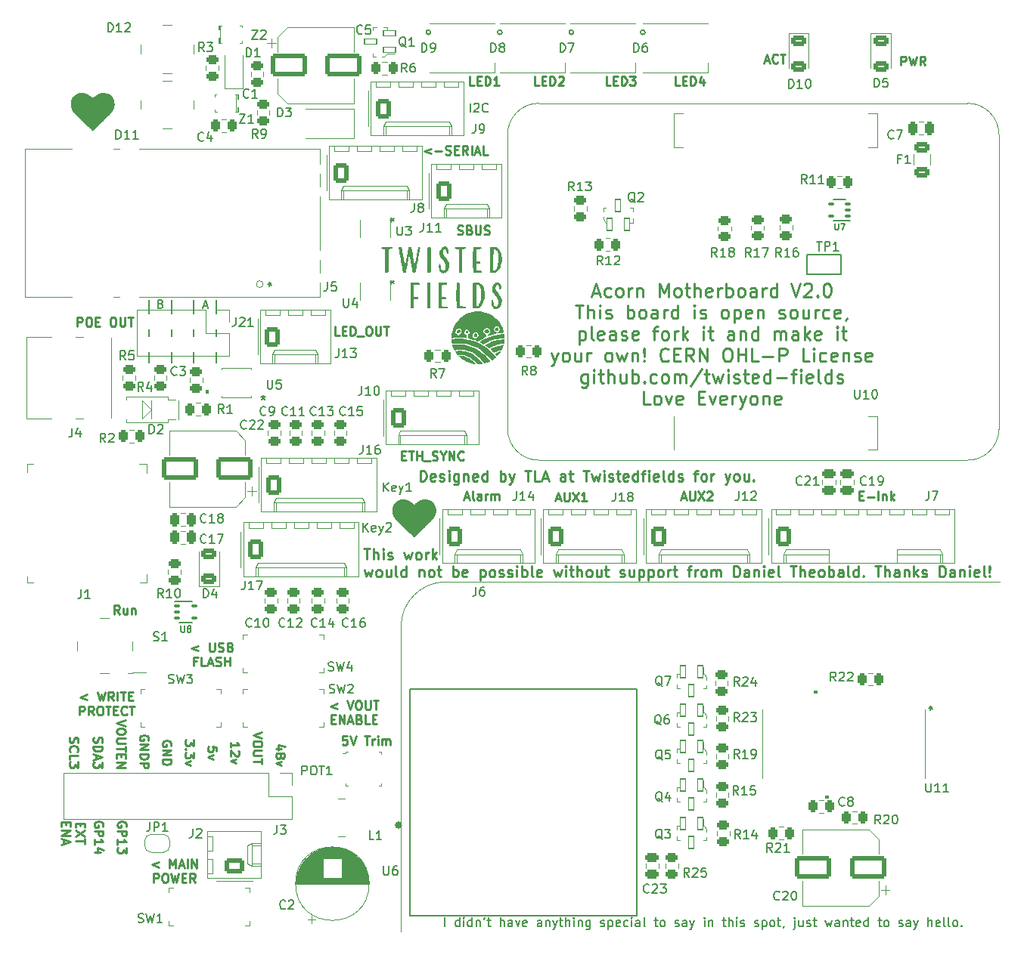
<source format=gto>
%TF.GenerationSoftware,KiCad,Pcbnew,5.99.0-unknown-47cb7f53fd~143~ubuntu20.04.1*%
%TF.CreationDate,2021-11-23T21:30:27-08:00*%
%TF.ProjectId,acorn-motherboard,61636f72-6e2d-46d6-9f74-686572626f61,rev?*%
%TF.SameCoordinates,Original*%
%TF.FileFunction,Legend,Top*%
%TF.FilePolarity,Positive*%
%FSLAX46Y46*%
G04 Gerber Fmt 4.6, Leading zero omitted, Abs format (unit mm)*
G04 Created by KiCad (PCBNEW 5.99.0-unknown-47cb7f53fd~143~ubuntu20.04.1) date 2021-11-23 21:30:27*
%MOMM*%
%LPD*%
G01*
G04 APERTURE LIST*
G04 Aperture macros list*
%AMRoundRect*
0 Rectangle with rounded corners*
0 $1 Rounding radius*
0 $2 $3 $4 $5 $6 $7 $8 $9 X,Y pos of 4 corners*
0 Add a 4 corners polygon primitive as box body*
4,1,4,$2,$3,$4,$5,$6,$7,$8,$9,$2,$3,0*
0 Add four circle primitives for the rounded corners*
1,1,$1+$1,$2,$3*
1,1,$1+$1,$4,$5*
1,1,$1+$1,$6,$7*
1,1,$1+$1,$8,$9*
0 Add four rect primitives between the rounded corners*
20,1,$1+$1,$2,$3,$4,$5,0*
20,1,$1+$1,$4,$5,$6,$7,0*
20,1,$1+$1,$6,$7,$8,$9,0*
20,1,$1+$1,$8,$9,$2,$3,0*%
%AMFreePoly0*
4,1,22,0.500000,-0.750000,0.000000,-0.750000,0.000000,-0.745033,-0.079941,-0.743568,-0.215256,-0.701293,-0.333266,-0.622738,-0.424486,-0.514219,-0.481581,-0.384460,-0.499164,-0.250000,-0.500000,-0.250000,-0.500000,0.250000,-0.499164,0.250000,-0.499963,0.256109,-0.478152,0.396186,-0.417904,0.524511,-0.324060,0.630769,-0.204165,0.706417,-0.067858,0.745374,0.000000,0.744959,0.000000,0.750000,
0.500000,0.750000,0.500000,-0.750000,0.500000,-0.750000,$1*%
%AMFreePoly1*
4,1,20,0.000000,0.744959,0.073905,0.744508,0.209726,0.703889,0.328688,0.626782,0.421226,0.519385,0.479903,0.390333,0.500000,0.250000,0.500000,-0.250000,0.499851,-0.262216,0.476331,-0.402017,0.414519,-0.529596,0.319384,-0.634700,0.198574,-0.708877,0.061801,-0.746166,0.000000,-0.745033,0.000000,-0.750000,-0.500000,-0.750000,-0.500000,0.750000,0.000000,0.750000,0.000000,0.744959,
0.000000,0.744959,$1*%
G04 Aperture macros list end*
%ADD10C,0.100000*%
%ADD11C,0.150000*%
%ADD12C,0.250000*%
%ADD13C,0.220000*%
%ADD14C,0.200000*%
%ADD15C,0.130000*%
%ADD16C,0.120000*%
%ADD17C,0.127000*%
%ADD18C,0.400000*%
%ADD19C,0.050000*%
%ADD20R,1.600000X3.900000*%
%ADD21RoundRect,0.250000X-0.620000X-0.850000X0.620000X-0.850000X0.620000X0.850000X-0.620000X0.850000X0*%
%ADD22O,1.740000X2.200000*%
%ADD23RoundRect,0.250000X0.850000X-0.620000X0.850000X0.620000X-0.850000X0.620000X-0.850000X-0.620000X0*%
%ADD24O,2.200000X1.740000*%
%ADD25C,3.700000*%
%ADD26R,1.200000X1.200000*%
%ADD27R,1.500000X1.600000*%
%ADD28RoundRect,0.250000X0.625000X-0.375000X0.625000X0.375000X-0.625000X0.375000X-0.625000X-0.375000X0*%
%ADD29RoundRect,0.243750X-0.456250X0.243750X-0.456250X-0.243750X0.456250X-0.243750X0.456250X0.243750X0*%
%ADD30C,3.100000*%
%ADD31R,0.200000X0.700000*%
%ADD32RoundRect,0.243750X0.456250X-0.243750X0.456250X0.243750X-0.456250X0.243750X-0.456250X-0.243750X0*%
%ADD33R,1.400000X1.300000*%
%ADD34R,2.500000X1.800000*%
%ADD35RoundRect,0.243750X0.243750X0.456250X-0.243750X0.456250X-0.243750X-0.456250X0.243750X-0.456250X0*%
%ADD36C,1.270000*%
%ADD37C,1.651000*%
%ADD38C,3.759200*%
%ADD39C,2.082800*%
%ADD40R,0.900000X0.950000*%
%ADD41RoundRect,0.243750X-0.243750X-0.456250X0.243750X-0.456250X0.243750X0.456250X-0.243750X0.456250X0*%
%ADD42RoundRect,0.250000X-0.625000X0.375000X-0.625000X-0.375000X0.625000X-0.375000X0.625000X0.375000X0*%
%ADD43R,3.400000X1.800000*%
%ADD44RoundRect,0.070000X0.650000X0.300000X-0.650000X0.300000X-0.650000X-0.300000X0.650000X-0.300000X0*%
%ADD45R,0.558800X1.320800*%
%ADD46R,2.200000X1.600000*%
%ADD47C,0.700000*%
%ADD48O,1.700000X0.900000*%
%ADD49O,2.400000X0.900000*%
%ADD50R,1.550000X1.300000*%
%ADD51RoundRect,0.100000X-0.225000X-0.100000X0.225000X-0.100000X0.225000X0.100000X-0.225000X0.100000X0*%
%ADD52RoundRect,0.100000X0.225000X0.100000X-0.225000X0.100000X-0.225000X-0.100000X0.225000X-0.100000X0*%
%ADD53R,1.358900X0.279400*%
%ADD54C,1.900000*%
%ADD55C,1.600000*%
%ADD56C,3.300000*%
%ADD57RoundRect,0.250000X-1.750000X-1.000000X1.750000X-1.000000X1.750000X1.000000X-1.750000X1.000000X0*%
%ADD58R,2.000000X2.000000*%
%ADD59C,2.000000*%
%ADD60FreePoly0,0.000000*%
%ADD61FreePoly1,0.000000*%
%ADD62R,1.700000X1.700000*%
%ADD63O,1.700000X1.700000*%
%ADD64RoundRect,0.070000X-0.300000X0.650000X-0.300000X-0.650000X0.300000X-0.650000X0.300000X0.650000X0*%
%ADD65R,1.600000X1.600000*%
%ADD66RoundRect,0.250000X-0.620000X-0.845000X0.620000X-0.845000X0.620000X0.845000X-0.620000X0.845000X0*%
%ADD67O,1.740000X2.190000*%
%ADD68R,1.900000X1.900000*%
%ADD69RoundRect,0.250000X-0.475000X0.250000X-0.475000X-0.250000X0.475000X-0.250000X0.475000X0.250000X0*%
%ADD70R,1.500000X1.000000*%
%ADD71RoundRect,0.250000X-0.450000X0.262500X-0.450000X-0.262500X0.450000X-0.262500X0.450000X0.262500X0*%
%ADD72R,1.250000X1.450000*%
%ADD73RoundRect,0.250000X0.250000X0.475000X-0.250000X0.475000X-0.250000X-0.475000X0.250000X-0.475000X0*%
%ADD74RoundRect,0.070000X0.300000X-0.650000X0.300000X0.650000X-0.300000X0.650000X-0.300000X-0.650000X0*%
%ADD75R,0.558800X1.981200*%
%ADD76RoundRect,0.250000X1.750000X1.000000X-1.750000X1.000000X-1.750000X-1.000000X1.750000X-1.000000X0*%
%ADD77RoundRect,0.250000X0.450000X-0.262500X0.450000X0.262500X-0.450000X0.262500X-0.450000X-0.262500X0*%
%ADD78RoundRect,0.250000X-0.262500X-0.450000X0.262500X-0.450000X0.262500X0.450000X-0.262500X0.450000X0*%
%ADD79O,1.700000X3.400000*%
%ADD80O,1.500000X3.000000*%
G04 APERTURE END LIST*
D10*
X123689061Y-141800000D02*
X123689061Y-107591725D01*
D11*
X103000000Y-71000000D02*
X103000000Y-78000000D01*
X151000000Y-41000000D02*
G75*
G03*
X151000000Y-41000000I-250000J0D01*
G01*
X95500000Y-71000000D02*
X95500000Y-78000000D01*
X100500000Y-71000000D02*
X100500000Y-78000000D01*
X127000000Y-41000000D02*
G75*
G03*
X127000000Y-41000000I-250000J0D01*
G01*
D10*
X128689061Y-102591725D02*
X190700000Y-102591725D01*
D11*
X143000000Y-41000000D02*
G75*
G03*
X143000000Y-41000000I-250000J0D01*
G01*
X135000000Y-41000000D02*
G75*
G03*
X135000000Y-41000000I-250000J0D01*
G01*
X98000000Y-71000000D02*
X98000000Y-78000000D01*
D10*
X128689061Y-102591725D02*
G75*
G03*
X123689061Y-107591725I0J-5000000D01*
G01*
D12*
X141035714Y-93266666D02*
X141511904Y-93266666D01*
X140940476Y-93552380D02*
X141273809Y-92552380D01*
X141607142Y-93552380D01*
X141940476Y-92552380D02*
X141940476Y-93361904D01*
X141988095Y-93457142D01*
X142035714Y-93504761D01*
X142130952Y-93552380D01*
X142321428Y-93552380D01*
X142416666Y-93504761D01*
X142464285Y-93457142D01*
X142511904Y-93361904D01*
X142511904Y-92552380D01*
X142892857Y-92552380D02*
X143559523Y-93552380D01*
X143559523Y-92552380D02*
X142892857Y-93552380D01*
X144464285Y-93552380D02*
X143892857Y-93552380D01*
X144178571Y-93552380D02*
X144178571Y-92552380D01*
X144083333Y-92695238D01*
X143988095Y-92790476D01*
X143892857Y-92838095D01*
X108118680Y-119449820D02*
X107118680Y-119783153D01*
X108118680Y-120116486D01*
X108118680Y-120640296D02*
X108118680Y-120830772D01*
X108071061Y-120926010D01*
X107975822Y-121021248D01*
X107785346Y-121068867D01*
X107452013Y-121068867D01*
X107261537Y-121021248D01*
X107166299Y-120926010D01*
X107118680Y-120830772D01*
X107118680Y-120640296D01*
X107166299Y-120545058D01*
X107261537Y-120449820D01*
X107452013Y-120402201D01*
X107785346Y-120402201D01*
X107975822Y-120449820D01*
X108071061Y-120545058D01*
X108118680Y-120640296D01*
X108118680Y-121497439D02*
X107309156Y-121497439D01*
X107213918Y-121545058D01*
X107166299Y-121592677D01*
X107118680Y-121687915D01*
X107118680Y-121878391D01*
X107166299Y-121973629D01*
X107213918Y-122021248D01*
X107309156Y-122068867D01*
X108118680Y-122068867D01*
X108118680Y-122402201D02*
X108118680Y-122973629D01*
X107118680Y-122687915D02*
X108118680Y-122687915D01*
X100498680Y-120291153D02*
X100498680Y-120910201D01*
X100117727Y-120576867D01*
X100117727Y-120719725D01*
X100070108Y-120814963D01*
X100022489Y-120862582D01*
X99927251Y-120910201D01*
X99689156Y-120910201D01*
X99593918Y-120862582D01*
X99546299Y-120814963D01*
X99498680Y-120719725D01*
X99498680Y-120434010D01*
X99546299Y-120338772D01*
X99593918Y-120291153D01*
X99593918Y-121338772D02*
X99546299Y-121386391D01*
X99498680Y-121338772D01*
X99546299Y-121291153D01*
X99593918Y-121338772D01*
X99498680Y-121338772D01*
X100498680Y-121719725D02*
X100498680Y-122338772D01*
X100117727Y-122005439D01*
X100117727Y-122148296D01*
X100070108Y-122243534D01*
X100022489Y-122291153D01*
X99927251Y-122338772D01*
X99689156Y-122338772D01*
X99593918Y-122291153D01*
X99546299Y-122243534D01*
X99498680Y-122148296D01*
X99498680Y-121862582D01*
X99546299Y-121767344D01*
X99593918Y-121719725D01*
X100165346Y-122672105D02*
X99498680Y-122910201D01*
X100165346Y-123148296D01*
X97911061Y-120957820D02*
X97958680Y-120862582D01*
X97958680Y-120719725D01*
X97911061Y-120576867D01*
X97815822Y-120481629D01*
X97720584Y-120434010D01*
X97530108Y-120386391D01*
X97387251Y-120386391D01*
X97196775Y-120434010D01*
X97101537Y-120481629D01*
X97006299Y-120576867D01*
X96958680Y-120719725D01*
X96958680Y-120814963D01*
X97006299Y-120957820D01*
X97053918Y-121005439D01*
X97387251Y-121005439D01*
X97387251Y-120814963D01*
X96958680Y-121434010D02*
X97958680Y-121434010D01*
X96958680Y-122005439D01*
X97958680Y-122005439D01*
X96958680Y-122481629D02*
X97958680Y-122481629D01*
X97958680Y-122719725D01*
X97911061Y-122862582D01*
X97815822Y-122957820D01*
X97720584Y-123005439D01*
X97530108Y-123053058D01*
X97387251Y-123053058D01*
X97196775Y-123005439D01*
X97101537Y-122957820D01*
X97006299Y-122862582D01*
X96958680Y-122719725D01*
X96958680Y-122481629D01*
X104578680Y-121148296D02*
X104578680Y-120576867D01*
X104578680Y-120862582D02*
X105578680Y-120862582D01*
X105435822Y-120767344D01*
X105340584Y-120672105D01*
X105292965Y-120576867D01*
X105483441Y-121529248D02*
X105531061Y-121576867D01*
X105578680Y-121672105D01*
X105578680Y-121910201D01*
X105531061Y-122005439D01*
X105483441Y-122053058D01*
X105388203Y-122100677D01*
X105292965Y-122100677D01*
X105150108Y-122053058D01*
X104578680Y-121481629D01*
X104578680Y-122100677D01*
X105245346Y-122434010D02*
X104578680Y-122672105D01*
X105245346Y-122910201D01*
X110325346Y-121307058D02*
X109658680Y-121307058D01*
X110706299Y-121068963D02*
X109992013Y-120830867D01*
X109992013Y-121449915D01*
X110230108Y-121973725D02*
X110277727Y-121878486D01*
X110325346Y-121830867D01*
X110420584Y-121783248D01*
X110468203Y-121783248D01*
X110563441Y-121830867D01*
X110611061Y-121878486D01*
X110658680Y-121973725D01*
X110658680Y-122164201D01*
X110611061Y-122259439D01*
X110563441Y-122307058D01*
X110468203Y-122354677D01*
X110420584Y-122354677D01*
X110325346Y-122307058D01*
X110277727Y-122259439D01*
X110230108Y-122164201D01*
X110230108Y-121973725D01*
X110182489Y-121878486D01*
X110134870Y-121830867D01*
X110039632Y-121783248D01*
X109849156Y-121783248D01*
X109753918Y-121830867D01*
X109706299Y-121878486D01*
X109658680Y-121973725D01*
X109658680Y-122164201D01*
X109706299Y-122259439D01*
X109753918Y-122307058D01*
X109849156Y-122354677D01*
X110039632Y-122354677D01*
X110134870Y-122307058D01*
X110182489Y-122259439D01*
X110230108Y-122164201D01*
X110325346Y-122688010D02*
X109658680Y-122926105D01*
X110325346Y-123164201D01*
X95371061Y-120338095D02*
X95418680Y-120242857D01*
X95418680Y-120100000D01*
X95371061Y-119957142D01*
X95275822Y-119861904D01*
X95180584Y-119814285D01*
X94990108Y-119766666D01*
X94847251Y-119766666D01*
X94656775Y-119814285D01*
X94561537Y-119861904D01*
X94466299Y-119957142D01*
X94418680Y-120100000D01*
X94418680Y-120195238D01*
X94466299Y-120338095D01*
X94513918Y-120385714D01*
X94847251Y-120385714D01*
X94847251Y-120195238D01*
X94418680Y-120814285D02*
X95418680Y-120814285D01*
X94418680Y-121385714D01*
X95418680Y-121385714D01*
X94418680Y-121861904D02*
X95418680Y-121861904D01*
X95418680Y-122100000D01*
X95371061Y-122242857D01*
X95275822Y-122338095D01*
X95180584Y-122385714D01*
X94990108Y-122433333D01*
X94847251Y-122433333D01*
X94656775Y-122385714D01*
X94561537Y-122338095D01*
X94466299Y-122242857D01*
X94418680Y-122100000D01*
X94418680Y-121861904D01*
X94418680Y-122861904D02*
X95418680Y-122861904D01*
X95418680Y-123242857D01*
X95371061Y-123338095D01*
X95323441Y-123385714D01*
X95228203Y-123433333D01*
X95085346Y-123433333D01*
X94990108Y-123385714D01*
X94942489Y-123338095D01*
X94894870Y-123242857D01*
X94894870Y-122861904D01*
X103038680Y-121576867D02*
X103038680Y-121100677D01*
X102562489Y-121053058D01*
X102610108Y-121100677D01*
X102657727Y-121195915D01*
X102657727Y-121434010D01*
X102610108Y-121529248D01*
X102562489Y-121576867D01*
X102467251Y-121624486D01*
X102229156Y-121624486D01*
X102133918Y-121576867D01*
X102086299Y-121529248D01*
X102038680Y-121434010D01*
X102038680Y-121195915D01*
X102086299Y-121100677D01*
X102133918Y-121053058D01*
X102705346Y-121957820D02*
X102038680Y-122195915D01*
X102705346Y-122434010D01*
X179666666Y-44702380D02*
X179666666Y-43702380D01*
X180047619Y-43702380D01*
X180142857Y-43750000D01*
X180190476Y-43797619D01*
X180238095Y-43892857D01*
X180238095Y-44035714D01*
X180190476Y-44130952D01*
X180142857Y-44178571D01*
X180047619Y-44226190D01*
X179666666Y-44226190D01*
X180571428Y-43702380D02*
X180809523Y-44702380D01*
X181000000Y-43988095D01*
X181190476Y-44702380D01*
X181428571Y-43702380D01*
X182380952Y-44702380D02*
X182047619Y-44226190D01*
X181809523Y-44702380D02*
X181809523Y-43702380D01*
X182190476Y-43702380D01*
X182285714Y-43750000D01*
X182333333Y-43797619D01*
X182380952Y-43892857D01*
X182380952Y-44035714D01*
X182333333Y-44130952D01*
X182285714Y-44178571D01*
X182190476Y-44226190D01*
X181809523Y-44226190D01*
X86595238Y-120033333D02*
X86547619Y-120176190D01*
X86547619Y-120414285D01*
X86595238Y-120509523D01*
X86642857Y-120557142D01*
X86738095Y-120604761D01*
X86833333Y-120604761D01*
X86928571Y-120557142D01*
X86976190Y-120509523D01*
X87023809Y-120414285D01*
X87071428Y-120223809D01*
X87119047Y-120128571D01*
X87166666Y-120080952D01*
X87261904Y-120033333D01*
X87357142Y-120033333D01*
X87452380Y-120080952D01*
X87500000Y-120128571D01*
X87547619Y-120223809D01*
X87547619Y-120461904D01*
X87500000Y-120604761D01*
X86642857Y-121604761D02*
X86595238Y-121557142D01*
X86547619Y-121414285D01*
X86547619Y-121319047D01*
X86595238Y-121176190D01*
X86690476Y-121080952D01*
X86785714Y-121033333D01*
X86976190Y-120985714D01*
X87119047Y-120985714D01*
X87309523Y-121033333D01*
X87404761Y-121080952D01*
X87500000Y-121176190D01*
X87547619Y-121319047D01*
X87547619Y-121414285D01*
X87500000Y-121557142D01*
X87452380Y-121604761D01*
X86547619Y-122509523D02*
X86547619Y-122033333D01*
X87547619Y-122033333D01*
X87547619Y-122747619D02*
X87547619Y-123366666D01*
X87166666Y-123033333D01*
X87166666Y-123176190D01*
X87119047Y-123271428D01*
X87071428Y-123319047D01*
X86976190Y-123366666D01*
X86738095Y-123366666D01*
X86642857Y-123319047D01*
X86595238Y-123271428D01*
X86547619Y-123176190D01*
X86547619Y-122890476D01*
X86595238Y-122795238D01*
X86642857Y-122747619D01*
X123771428Y-88428571D02*
X124104761Y-88428571D01*
X124247619Y-88952380D02*
X123771428Y-88952380D01*
X123771428Y-87952380D01*
X124247619Y-87952380D01*
X124533333Y-87952380D02*
X125104761Y-87952380D01*
X124819047Y-88952380D02*
X124819047Y-87952380D01*
X125438095Y-88952380D02*
X125438095Y-87952380D01*
X125438095Y-88428571D02*
X126009523Y-88428571D01*
X126009523Y-88952380D02*
X126009523Y-87952380D01*
X126247619Y-89047619D02*
X127009523Y-89047619D01*
X127200000Y-88904761D02*
X127342857Y-88952380D01*
X127580952Y-88952380D01*
X127676190Y-88904761D01*
X127723809Y-88857142D01*
X127771428Y-88761904D01*
X127771428Y-88666666D01*
X127723809Y-88571428D01*
X127676190Y-88523809D01*
X127580952Y-88476190D01*
X127390476Y-88428571D01*
X127295238Y-88380952D01*
X127247619Y-88333333D01*
X127200000Y-88238095D01*
X127200000Y-88142857D01*
X127247619Y-88047619D01*
X127295238Y-88000000D01*
X127390476Y-87952380D01*
X127628571Y-87952380D01*
X127771428Y-88000000D01*
X128390476Y-88476190D02*
X128390476Y-88952380D01*
X128057142Y-87952380D02*
X128390476Y-88476190D01*
X128723809Y-87952380D01*
X129057142Y-88952380D02*
X129057142Y-87952380D01*
X129628571Y-88952380D01*
X129628571Y-87952380D01*
X130676190Y-88857142D02*
X130628571Y-88904761D01*
X130485714Y-88952380D01*
X130390476Y-88952380D01*
X130247619Y-88904761D01*
X130152380Y-88809523D01*
X130104761Y-88714285D01*
X130057142Y-88523809D01*
X130057142Y-88380952D01*
X130104761Y-88190476D01*
X130152380Y-88095238D01*
X130247619Y-88000000D01*
X130390476Y-87952380D01*
X130485714Y-87952380D01*
X130628571Y-88000000D01*
X130676190Y-88047619D01*
X116797619Y-74952380D02*
X116321428Y-74952380D01*
X116321428Y-73952380D01*
X117130952Y-74428571D02*
X117464285Y-74428571D01*
X117607142Y-74952380D02*
X117130952Y-74952380D01*
X117130952Y-73952380D01*
X117607142Y-73952380D01*
X118035714Y-74952380D02*
X118035714Y-73952380D01*
X118273809Y-73952380D01*
X118416666Y-74000000D01*
X118511904Y-74095238D01*
X118559523Y-74190476D01*
X118607142Y-74380952D01*
X118607142Y-74523809D01*
X118559523Y-74714285D01*
X118511904Y-74809523D01*
X118416666Y-74904761D01*
X118273809Y-74952380D01*
X118035714Y-74952380D01*
X118797619Y-75047619D02*
X119559523Y-75047619D01*
X119988095Y-73952380D02*
X120178571Y-73952380D01*
X120273809Y-74000000D01*
X120369047Y-74095238D01*
X120416666Y-74285714D01*
X120416666Y-74619047D01*
X120369047Y-74809523D01*
X120273809Y-74904761D01*
X120178571Y-74952380D01*
X119988095Y-74952380D01*
X119892857Y-74904761D01*
X119797619Y-74809523D01*
X119750000Y-74619047D01*
X119750000Y-74285714D01*
X119797619Y-74095238D01*
X119892857Y-74000000D01*
X119988095Y-73952380D01*
X120845238Y-73952380D02*
X120845238Y-74761904D01*
X120892857Y-74857142D01*
X120940476Y-74904761D01*
X121035714Y-74952380D01*
X121226190Y-74952380D01*
X121321428Y-74904761D01*
X121369047Y-74857142D01*
X121416666Y-74761904D01*
X121416666Y-73952380D01*
X121750000Y-73952380D02*
X122321428Y-73952380D01*
X122035714Y-74952380D02*
X122035714Y-73952380D01*
X154880952Y-46952380D02*
X154404761Y-46952380D01*
X154404761Y-45952380D01*
X155214285Y-46428571D02*
X155547619Y-46428571D01*
X155690476Y-46952380D02*
X155214285Y-46952380D01*
X155214285Y-45952380D01*
X155690476Y-45952380D01*
X156119047Y-46952380D02*
X156119047Y-45952380D01*
X156357142Y-45952380D01*
X156500000Y-46000000D01*
X156595238Y-46095238D01*
X156642857Y-46190476D01*
X156690476Y-46380952D01*
X156690476Y-46523809D01*
X156642857Y-46714285D01*
X156595238Y-46809523D01*
X156500000Y-46904761D01*
X156357142Y-46952380D01*
X156119047Y-46952380D01*
X157547619Y-46285714D02*
X157547619Y-46952380D01*
X157309523Y-45904761D02*
X157071428Y-46619047D01*
X157690476Y-46619047D01*
X116542857Y-116230714D02*
X115780952Y-116516428D01*
X116542857Y-116802142D01*
X117638095Y-115897380D02*
X117971428Y-116897380D01*
X118304761Y-115897380D01*
X118828571Y-115897380D02*
X119019047Y-115897380D01*
X119114285Y-115945000D01*
X119209523Y-116040238D01*
X119257142Y-116230714D01*
X119257142Y-116564047D01*
X119209523Y-116754523D01*
X119114285Y-116849761D01*
X119019047Y-116897380D01*
X118828571Y-116897380D01*
X118733333Y-116849761D01*
X118638095Y-116754523D01*
X118590476Y-116564047D01*
X118590476Y-116230714D01*
X118638095Y-116040238D01*
X118733333Y-115945000D01*
X118828571Y-115897380D01*
X119685714Y-115897380D02*
X119685714Y-116706904D01*
X119733333Y-116802142D01*
X119780952Y-116849761D01*
X119876190Y-116897380D01*
X120066666Y-116897380D01*
X120161904Y-116849761D01*
X120209523Y-116802142D01*
X120257142Y-116706904D01*
X120257142Y-115897380D01*
X120590476Y-115897380D02*
X121161904Y-115897380D01*
X120876190Y-116897380D02*
X120876190Y-115897380D01*
X115876190Y-117983571D02*
X116209523Y-117983571D01*
X116352380Y-118507380D02*
X115876190Y-118507380D01*
X115876190Y-117507380D01*
X116352380Y-117507380D01*
X116780952Y-118507380D02*
X116780952Y-117507380D01*
X117352380Y-118507380D01*
X117352380Y-117507380D01*
X117780952Y-118221666D02*
X118257142Y-118221666D01*
X117685714Y-118507380D02*
X118019047Y-117507380D01*
X118352380Y-118507380D01*
X119019047Y-117983571D02*
X119161904Y-118031190D01*
X119209523Y-118078809D01*
X119257142Y-118174047D01*
X119257142Y-118316904D01*
X119209523Y-118412142D01*
X119161904Y-118459761D01*
X119066666Y-118507380D01*
X118685714Y-118507380D01*
X118685714Y-117507380D01*
X119019047Y-117507380D01*
X119114285Y-117555000D01*
X119161904Y-117602619D01*
X119209523Y-117697857D01*
X119209523Y-117793095D01*
X119161904Y-117888333D01*
X119114285Y-117935952D01*
X119019047Y-117983571D01*
X118685714Y-117983571D01*
X120161904Y-118507380D02*
X119685714Y-118507380D01*
X119685714Y-117507380D01*
X120495238Y-117983571D02*
X120828571Y-117983571D01*
X120971428Y-118507380D02*
X120495238Y-118507380D01*
X120495238Y-117507380D01*
X120971428Y-117507380D01*
X92900000Y-130009523D02*
X92947619Y-129914285D01*
X92947619Y-129771428D01*
X92900000Y-129628571D01*
X92804761Y-129533333D01*
X92709523Y-129485714D01*
X92519047Y-129438095D01*
X92376190Y-129438095D01*
X92185714Y-129485714D01*
X92090476Y-129533333D01*
X91995238Y-129628571D01*
X91947619Y-129771428D01*
X91947619Y-129866666D01*
X91995238Y-130009523D01*
X92042857Y-130057142D01*
X92376190Y-130057142D01*
X92376190Y-129866666D01*
X91947619Y-130485714D02*
X92947619Y-130485714D01*
X92947619Y-130866666D01*
X92900000Y-130961904D01*
X92852380Y-131009523D01*
X92757142Y-131057142D01*
X92614285Y-131057142D01*
X92519047Y-131009523D01*
X92471428Y-130961904D01*
X92423809Y-130866666D01*
X92423809Y-130485714D01*
X91947619Y-132009523D02*
X91947619Y-131438095D01*
X91947619Y-131723809D02*
X92947619Y-131723809D01*
X92804761Y-131628571D01*
X92709523Y-131533333D01*
X92661904Y-131438095D01*
X92947619Y-132342857D02*
X92947619Y-132961904D01*
X92566666Y-132628571D01*
X92566666Y-132771428D01*
X92519047Y-132866666D01*
X92471428Y-132914285D01*
X92376190Y-132961904D01*
X92138095Y-132961904D01*
X92042857Y-132914285D01*
X91995238Y-132866666D01*
X91947619Y-132771428D01*
X91947619Y-132485714D01*
X91995238Y-132390476D01*
X92042857Y-132342857D01*
D11*
X96814285Y-71435714D02*
X96942857Y-71478571D01*
X96985714Y-71521428D01*
X97028571Y-71607142D01*
X97028571Y-71735714D01*
X96985714Y-71821428D01*
X96942857Y-71864285D01*
X96857142Y-71907142D01*
X96514285Y-71907142D01*
X96514285Y-71007142D01*
X96814285Y-71007142D01*
X96900000Y-71050000D01*
X96942857Y-71092857D01*
X96985714Y-71178571D01*
X96985714Y-71264285D01*
X96942857Y-71350000D01*
X96900000Y-71392857D01*
X96814285Y-71435714D01*
X96514285Y-71435714D01*
D12*
X174971428Y-92928571D02*
X175304761Y-92928571D01*
X175447619Y-93452380D02*
X174971428Y-93452380D01*
X174971428Y-92452380D01*
X175447619Y-92452380D01*
X175876190Y-93071428D02*
X176638095Y-93071428D01*
X177114285Y-93452380D02*
X177114285Y-92452380D01*
X177590476Y-92785714D02*
X177590476Y-93452380D01*
X177590476Y-92880952D02*
X177638095Y-92833333D01*
X177733333Y-92785714D01*
X177876190Y-92785714D01*
X177971428Y-92833333D01*
X178019047Y-92928571D01*
X178019047Y-93452380D01*
X178495238Y-93452380D02*
X178495238Y-92452380D01*
X178590476Y-93071428D02*
X178876190Y-93452380D01*
X178876190Y-92785714D02*
X178495238Y-93166666D01*
D13*
X125842857Y-91292857D02*
X125842857Y-90092857D01*
X126128571Y-90092857D01*
X126300000Y-90150000D01*
X126414285Y-90264285D01*
X126471428Y-90378571D01*
X126528571Y-90607142D01*
X126528571Y-90778571D01*
X126471428Y-91007142D01*
X126414285Y-91121428D01*
X126300000Y-91235714D01*
X126128571Y-91292857D01*
X125842857Y-91292857D01*
X127500000Y-91235714D02*
X127385714Y-91292857D01*
X127157142Y-91292857D01*
X127042857Y-91235714D01*
X126985714Y-91121428D01*
X126985714Y-90664285D01*
X127042857Y-90550000D01*
X127157142Y-90492857D01*
X127385714Y-90492857D01*
X127500000Y-90550000D01*
X127557142Y-90664285D01*
X127557142Y-90778571D01*
X126985714Y-90892857D01*
X128014285Y-91235714D02*
X128128571Y-91292857D01*
X128357142Y-91292857D01*
X128471428Y-91235714D01*
X128528571Y-91121428D01*
X128528571Y-91064285D01*
X128471428Y-90950000D01*
X128357142Y-90892857D01*
X128185714Y-90892857D01*
X128071428Y-90835714D01*
X128014285Y-90721428D01*
X128014285Y-90664285D01*
X128071428Y-90550000D01*
X128185714Y-90492857D01*
X128357142Y-90492857D01*
X128471428Y-90550000D01*
X129042857Y-91292857D02*
X129042857Y-90492857D01*
X129042857Y-90092857D02*
X128985714Y-90150000D01*
X129042857Y-90207142D01*
X129100000Y-90150000D01*
X129042857Y-90092857D01*
X129042857Y-90207142D01*
X130128571Y-90492857D02*
X130128571Y-91464285D01*
X130071428Y-91578571D01*
X130014285Y-91635714D01*
X129900000Y-91692857D01*
X129728571Y-91692857D01*
X129614285Y-91635714D01*
X130128571Y-91235714D02*
X130014285Y-91292857D01*
X129785714Y-91292857D01*
X129671428Y-91235714D01*
X129614285Y-91178571D01*
X129557142Y-91064285D01*
X129557142Y-90721428D01*
X129614285Y-90607142D01*
X129671428Y-90550000D01*
X129785714Y-90492857D01*
X130014285Y-90492857D01*
X130128571Y-90550000D01*
X130700000Y-90492857D02*
X130700000Y-91292857D01*
X130700000Y-90607142D02*
X130757142Y-90550000D01*
X130871428Y-90492857D01*
X131042857Y-90492857D01*
X131157142Y-90550000D01*
X131214285Y-90664285D01*
X131214285Y-91292857D01*
X132242857Y-91235714D02*
X132128571Y-91292857D01*
X131900000Y-91292857D01*
X131785714Y-91235714D01*
X131728571Y-91121428D01*
X131728571Y-90664285D01*
X131785714Y-90550000D01*
X131900000Y-90492857D01*
X132128571Y-90492857D01*
X132242857Y-90550000D01*
X132300000Y-90664285D01*
X132300000Y-90778571D01*
X131728571Y-90892857D01*
X133328571Y-91292857D02*
X133328571Y-90092857D01*
X133328571Y-91235714D02*
X133214285Y-91292857D01*
X132985714Y-91292857D01*
X132871428Y-91235714D01*
X132814285Y-91178571D01*
X132757142Y-91064285D01*
X132757142Y-90721428D01*
X132814285Y-90607142D01*
X132871428Y-90550000D01*
X132985714Y-90492857D01*
X133214285Y-90492857D01*
X133328571Y-90550000D01*
X134814285Y-91292857D02*
X134814285Y-90092857D01*
X134814285Y-90550000D02*
X134928571Y-90492857D01*
X135157142Y-90492857D01*
X135271428Y-90550000D01*
X135328571Y-90607142D01*
X135385714Y-90721428D01*
X135385714Y-91064285D01*
X135328571Y-91178571D01*
X135271428Y-91235714D01*
X135157142Y-91292857D01*
X134928571Y-91292857D01*
X134814285Y-91235714D01*
X135785714Y-90492857D02*
X136071428Y-91292857D01*
X136357142Y-90492857D02*
X136071428Y-91292857D01*
X135957142Y-91578571D01*
X135900000Y-91635714D01*
X135785714Y-91692857D01*
X137557142Y-90092857D02*
X138242857Y-90092857D01*
X137900000Y-91292857D02*
X137900000Y-90092857D01*
X139214285Y-91292857D02*
X138642857Y-91292857D01*
X138642857Y-90092857D01*
X139557142Y-90950000D02*
X140128571Y-90950000D01*
X139442857Y-91292857D02*
X139842857Y-90092857D01*
X140242857Y-91292857D01*
X142071428Y-91292857D02*
X142071428Y-90664285D01*
X142014285Y-90550000D01*
X141900000Y-90492857D01*
X141671428Y-90492857D01*
X141557142Y-90550000D01*
X142071428Y-91235714D02*
X141957142Y-91292857D01*
X141671428Y-91292857D01*
X141557142Y-91235714D01*
X141500000Y-91121428D01*
X141500000Y-91007142D01*
X141557142Y-90892857D01*
X141671428Y-90835714D01*
X141957142Y-90835714D01*
X142071428Y-90778571D01*
X142471428Y-90492857D02*
X142928571Y-90492857D01*
X142642857Y-90092857D02*
X142642857Y-91121428D01*
X142700000Y-91235714D01*
X142814285Y-91292857D01*
X142928571Y-91292857D01*
X144071428Y-90092857D02*
X144757142Y-90092857D01*
X144414285Y-91292857D02*
X144414285Y-90092857D01*
X145042857Y-90492857D02*
X145271428Y-91292857D01*
X145500000Y-90721428D01*
X145728571Y-91292857D01*
X145957142Y-90492857D01*
X146414285Y-91292857D02*
X146414285Y-90492857D01*
X146414285Y-90092857D02*
X146357142Y-90150000D01*
X146414285Y-90207142D01*
X146471428Y-90150000D01*
X146414285Y-90092857D01*
X146414285Y-90207142D01*
X146928571Y-91235714D02*
X147042857Y-91292857D01*
X147271428Y-91292857D01*
X147385714Y-91235714D01*
X147442857Y-91121428D01*
X147442857Y-91064285D01*
X147385714Y-90950000D01*
X147271428Y-90892857D01*
X147100000Y-90892857D01*
X146985714Y-90835714D01*
X146928571Y-90721428D01*
X146928571Y-90664285D01*
X146985714Y-90550000D01*
X147100000Y-90492857D01*
X147271428Y-90492857D01*
X147385714Y-90550000D01*
X147785714Y-90492857D02*
X148242857Y-90492857D01*
X147957142Y-90092857D02*
X147957142Y-91121428D01*
X148014285Y-91235714D01*
X148128571Y-91292857D01*
X148242857Y-91292857D01*
X149100000Y-91235714D02*
X148985714Y-91292857D01*
X148757142Y-91292857D01*
X148642857Y-91235714D01*
X148585714Y-91121428D01*
X148585714Y-90664285D01*
X148642857Y-90550000D01*
X148757142Y-90492857D01*
X148985714Y-90492857D01*
X149100000Y-90550000D01*
X149157142Y-90664285D01*
X149157142Y-90778571D01*
X148585714Y-90892857D01*
X150185714Y-91292857D02*
X150185714Y-90092857D01*
X150185714Y-91235714D02*
X150071428Y-91292857D01*
X149842857Y-91292857D01*
X149728571Y-91235714D01*
X149671428Y-91178571D01*
X149614285Y-91064285D01*
X149614285Y-90721428D01*
X149671428Y-90607142D01*
X149728571Y-90550000D01*
X149842857Y-90492857D01*
X150071428Y-90492857D01*
X150185714Y-90550000D01*
X150585714Y-90492857D02*
X151042857Y-90492857D01*
X150757142Y-91292857D02*
X150757142Y-90264285D01*
X150814285Y-90150000D01*
X150928571Y-90092857D01*
X151042857Y-90092857D01*
X151442857Y-91292857D02*
X151442857Y-90492857D01*
X151442857Y-90092857D02*
X151385714Y-90150000D01*
X151442857Y-90207142D01*
X151500000Y-90150000D01*
X151442857Y-90092857D01*
X151442857Y-90207142D01*
X152471428Y-91235714D02*
X152357142Y-91292857D01*
X152128571Y-91292857D01*
X152014285Y-91235714D01*
X151957142Y-91121428D01*
X151957142Y-90664285D01*
X152014285Y-90550000D01*
X152128571Y-90492857D01*
X152357142Y-90492857D01*
X152471428Y-90550000D01*
X152528571Y-90664285D01*
X152528571Y-90778571D01*
X151957142Y-90892857D01*
X153214285Y-91292857D02*
X153100000Y-91235714D01*
X153042857Y-91121428D01*
X153042857Y-90092857D01*
X154185714Y-91292857D02*
X154185714Y-90092857D01*
X154185714Y-91235714D02*
X154071428Y-91292857D01*
X153842857Y-91292857D01*
X153728571Y-91235714D01*
X153671428Y-91178571D01*
X153614285Y-91064285D01*
X153614285Y-90721428D01*
X153671428Y-90607142D01*
X153728571Y-90550000D01*
X153842857Y-90492857D01*
X154071428Y-90492857D01*
X154185714Y-90550000D01*
X154700000Y-91235714D02*
X154814285Y-91292857D01*
X155042857Y-91292857D01*
X155157142Y-91235714D01*
X155214285Y-91121428D01*
X155214285Y-91064285D01*
X155157142Y-90950000D01*
X155042857Y-90892857D01*
X154871428Y-90892857D01*
X154757142Y-90835714D01*
X154700000Y-90721428D01*
X154700000Y-90664285D01*
X154757142Y-90550000D01*
X154871428Y-90492857D01*
X155042857Y-90492857D01*
X155157142Y-90550000D01*
X156471428Y-90492857D02*
X156928571Y-90492857D01*
X156642857Y-91292857D02*
X156642857Y-90264285D01*
X156700000Y-90150000D01*
X156814285Y-90092857D01*
X156928571Y-90092857D01*
X157500000Y-91292857D02*
X157385714Y-91235714D01*
X157328571Y-91178571D01*
X157271428Y-91064285D01*
X157271428Y-90721428D01*
X157328571Y-90607142D01*
X157385714Y-90550000D01*
X157500000Y-90492857D01*
X157671428Y-90492857D01*
X157785714Y-90550000D01*
X157842857Y-90607142D01*
X157900000Y-90721428D01*
X157900000Y-91064285D01*
X157842857Y-91178571D01*
X157785714Y-91235714D01*
X157671428Y-91292857D01*
X157500000Y-91292857D01*
X158414285Y-91292857D02*
X158414285Y-90492857D01*
X158414285Y-90721428D02*
X158471428Y-90607142D01*
X158528571Y-90550000D01*
X158642857Y-90492857D01*
X158757142Y-90492857D01*
X159957142Y-90492857D02*
X160242857Y-91292857D01*
X160528571Y-90492857D02*
X160242857Y-91292857D01*
X160128571Y-91578571D01*
X160071428Y-91635714D01*
X159957142Y-91692857D01*
X161157142Y-91292857D02*
X161042857Y-91235714D01*
X160985714Y-91178571D01*
X160928571Y-91064285D01*
X160928571Y-90721428D01*
X160985714Y-90607142D01*
X161042857Y-90550000D01*
X161157142Y-90492857D01*
X161328571Y-90492857D01*
X161442857Y-90550000D01*
X161500000Y-90607142D01*
X161557142Y-90721428D01*
X161557142Y-91064285D01*
X161500000Y-91178571D01*
X161442857Y-91235714D01*
X161328571Y-91292857D01*
X161157142Y-91292857D01*
X162585714Y-90492857D02*
X162585714Y-91292857D01*
X162071428Y-90492857D02*
X162071428Y-91121428D01*
X162128571Y-91235714D01*
X162242857Y-91292857D01*
X162414285Y-91292857D01*
X162528571Y-91235714D01*
X162585714Y-91178571D01*
X163157142Y-91178571D02*
X163214285Y-91235714D01*
X163157142Y-91292857D01*
X163100000Y-91235714D01*
X163157142Y-91178571D01*
X163157142Y-91292857D01*
D12*
X145178571Y-70212500D02*
X145892857Y-70212500D01*
X145035714Y-70641071D02*
X145535714Y-69141071D01*
X146035714Y-70641071D01*
X147178571Y-70569642D02*
X147035714Y-70641071D01*
X146750000Y-70641071D01*
X146607142Y-70569642D01*
X146535714Y-70498214D01*
X146464285Y-70355357D01*
X146464285Y-69926785D01*
X146535714Y-69783928D01*
X146607142Y-69712500D01*
X146750000Y-69641071D01*
X147035714Y-69641071D01*
X147178571Y-69712500D01*
X148035714Y-70641071D02*
X147892857Y-70569642D01*
X147821428Y-70498214D01*
X147750000Y-70355357D01*
X147750000Y-69926785D01*
X147821428Y-69783928D01*
X147892857Y-69712500D01*
X148035714Y-69641071D01*
X148250000Y-69641071D01*
X148392857Y-69712500D01*
X148464285Y-69783928D01*
X148535714Y-69926785D01*
X148535714Y-70355357D01*
X148464285Y-70498214D01*
X148392857Y-70569642D01*
X148250000Y-70641071D01*
X148035714Y-70641071D01*
X149178571Y-70641071D02*
X149178571Y-69641071D01*
X149178571Y-69926785D02*
X149250000Y-69783928D01*
X149321428Y-69712500D01*
X149464285Y-69641071D01*
X149607142Y-69641071D01*
X150107142Y-69641071D02*
X150107142Y-70641071D01*
X150107142Y-69783928D02*
X150178571Y-69712500D01*
X150321428Y-69641071D01*
X150535714Y-69641071D01*
X150678571Y-69712500D01*
X150750000Y-69855357D01*
X150750000Y-70641071D01*
X152607142Y-70641071D02*
X152607142Y-69141071D01*
X153107142Y-70212500D01*
X153607142Y-69141071D01*
X153607142Y-70641071D01*
X154535714Y-70641071D02*
X154392857Y-70569642D01*
X154321428Y-70498214D01*
X154250000Y-70355357D01*
X154250000Y-69926785D01*
X154321428Y-69783928D01*
X154392857Y-69712500D01*
X154535714Y-69641071D01*
X154750000Y-69641071D01*
X154892857Y-69712500D01*
X154964285Y-69783928D01*
X155035714Y-69926785D01*
X155035714Y-70355357D01*
X154964285Y-70498214D01*
X154892857Y-70569642D01*
X154750000Y-70641071D01*
X154535714Y-70641071D01*
X155464285Y-69641071D02*
X156035714Y-69641071D01*
X155678571Y-69141071D02*
X155678571Y-70426785D01*
X155750000Y-70569642D01*
X155892857Y-70641071D01*
X156035714Y-70641071D01*
X156535714Y-70641071D02*
X156535714Y-69141071D01*
X157178571Y-70641071D02*
X157178571Y-69855357D01*
X157107142Y-69712500D01*
X156964285Y-69641071D01*
X156750000Y-69641071D01*
X156607142Y-69712500D01*
X156535714Y-69783928D01*
X158464285Y-70569642D02*
X158321428Y-70641071D01*
X158035714Y-70641071D01*
X157892857Y-70569642D01*
X157821428Y-70426785D01*
X157821428Y-69855357D01*
X157892857Y-69712500D01*
X158035714Y-69641071D01*
X158321428Y-69641071D01*
X158464285Y-69712500D01*
X158535714Y-69855357D01*
X158535714Y-69998214D01*
X157821428Y-70141071D01*
X159178571Y-70641071D02*
X159178571Y-69641071D01*
X159178571Y-69926785D02*
X159250000Y-69783928D01*
X159321428Y-69712500D01*
X159464285Y-69641071D01*
X159607142Y-69641071D01*
X160107142Y-70641071D02*
X160107142Y-69141071D01*
X160107142Y-69712500D02*
X160250000Y-69641071D01*
X160535714Y-69641071D01*
X160678571Y-69712500D01*
X160750000Y-69783928D01*
X160821428Y-69926785D01*
X160821428Y-70355357D01*
X160750000Y-70498214D01*
X160678571Y-70569642D01*
X160535714Y-70641071D01*
X160250000Y-70641071D01*
X160107142Y-70569642D01*
X161678571Y-70641071D02*
X161535714Y-70569642D01*
X161464285Y-70498214D01*
X161392857Y-70355357D01*
X161392857Y-69926785D01*
X161464285Y-69783928D01*
X161535714Y-69712500D01*
X161678571Y-69641071D01*
X161892857Y-69641071D01*
X162035714Y-69712500D01*
X162107142Y-69783928D01*
X162178571Y-69926785D01*
X162178571Y-70355357D01*
X162107142Y-70498214D01*
X162035714Y-70569642D01*
X161892857Y-70641071D01*
X161678571Y-70641071D01*
X163464285Y-70641071D02*
X163464285Y-69855357D01*
X163392857Y-69712500D01*
X163250000Y-69641071D01*
X162964285Y-69641071D01*
X162821428Y-69712500D01*
X163464285Y-70569642D02*
X163321428Y-70641071D01*
X162964285Y-70641071D01*
X162821428Y-70569642D01*
X162750000Y-70426785D01*
X162750000Y-70283928D01*
X162821428Y-70141071D01*
X162964285Y-70069642D01*
X163321428Y-70069642D01*
X163464285Y-69998214D01*
X164178571Y-70641071D02*
X164178571Y-69641071D01*
X164178571Y-69926785D02*
X164250000Y-69783928D01*
X164321428Y-69712500D01*
X164464285Y-69641071D01*
X164607142Y-69641071D01*
X165750000Y-70641071D02*
X165750000Y-69141071D01*
X165750000Y-70569642D02*
X165607142Y-70641071D01*
X165321428Y-70641071D01*
X165178571Y-70569642D01*
X165107142Y-70498214D01*
X165035714Y-70355357D01*
X165035714Y-69926785D01*
X165107142Y-69783928D01*
X165178571Y-69712500D01*
X165321428Y-69641071D01*
X165607142Y-69641071D01*
X165750000Y-69712500D01*
X167392857Y-69141071D02*
X167892857Y-70641071D01*
X168392857Y-69141071D01*
X168821428Y-69283928D02*
X168892857Y-69212500D01*
X169035714Y-69141071D01*
X169392857Y-69141071D01*
X169535714Y-69212500D01*
X169607142Y-69283928D01*
X169678571Y-69426785D01*
X169678571Y-69569642D01*
X169607142Y-69783928D01*
X168750000Y-70641071D01*
X169678571Y-70641071D01*
X170321428Y-70498214D02*
X170392857Y-70569642D01*
X170321428Y-70641071D01*
X170250000Y-70569642D01*
X170321428Y-70498214D01*
X170321428Y-70641071D01*
X171321428Y-69141071D02*
X171464285Y-69141071D01*
X171607142Y-69212500D01*
X171678571Y-69283928D01*
X171750000Y-69426785D01*
X171821428Y-69712500D01*
X171821428Y-70069642D01*
X171750000Y-70355357D01*
X171678571Y-70498214D01*
X171607142Y-70569642D01*
X171464285Y-70641071D01*
X171321428Y-70641071D01*
X171178571Y-70569642D01*
X171107142Y-70498214D01*
X171035714Y-70355357D01*
X170964285Y-70069642D01*
X170964285Y-69712500D01*
X171035714Y-69426785D01*
X171107142Y-69283928D01*
X171178571Y-69212500D01*
X171321428Y-69141071D01*
X143250000Y-71556071D02*
X144107142Y-71556071D01*
X143678571Y-73056071D02*
X143678571Y-71556071D01*
X144607142Y-73056071D02*
X144607142Y-71556071D01*
X145250000Y-73056071D02*
X145250000Y-72270357D01*
X145178571Y-72127500D01*
X145035714Y-72056071D01*
X144821428Y-72056071D01*
X144678571Y-72127500D01*
X144607142Y-72198928D01*
X145964285Y-73056071D02*
X145964285Y-72056071D01*
X145964285Y-71556071D02*
X145892857Y-71627500D01*
X145964285Y-71698928D01*
X146035714Y-71627500D01*
X145964285Y-71556071D01*
X145964285Y-71698928D01*
X146607142Y-72984642D02*
X146750000Y-73056071D01*
X147035714Y-73056071D01*
X147178571Y-72984642D01*
X147250000Y-72841785D01*
X147250000Y-72770357D01*
X147178571Y-72627500D01*
X147035714Y-72556071D01*
X146821428Y-72556071D01*
X146678571Y-72484642D01*
X146607142Y-72341785D01*
X146607142Y-72270357D01*
X146678571Y-72127500D01*
X146821428Y-72056071D01*
X147035714Y-72056071D01*
X147178571Y-72127500D01*
X149035714Y-73056071D02*
X149035714Y-71556071D01*
X149035714Y-72127500D02*
X149178571Y-72056071D01*
X149464285Y-72056071D01*
X149607142Y-72127500D01*
X149678571Y-72198928D01*
X149750000Y-72341785D01*
X149750000Y-72770357D01*
X149678571Y-72913214D01*
X149607142Y-72984642D01*
X149464285Y-73056071D01*
X149178571Y-73056071D01*
X149035714Y-72984642D01*
X150607142Y-73056071D02*
X150464285Y-72984642D01*
X150392857Y-72913214D01*
X150321428Y-72770357D01*
X150321428Y-72341785D01*
X150392857Y-72198928D01*
X150464285Y-72127500D01*
X150607142Y-72056071D01*
X150821428Y-72056071D01*
X150964285Y-72127500D01*
X151035714Y-72198928D01*
X151107142Y-72341785D01*
X151107142Y-72770357D01*
X151035714Y-72913214D01*
X150964285Y-72984642D01*
X150821428Y-73056071D01*
X150607142Y-73056071D01*
X152392857Y-73056071D02*
X152392857Y-72270357D01*
X152321428Y-72127500D01*
X152178571Y-72056071D01*
X151892857Y-72056071D01*
X151750000Y-72127500D01*
X152392857Y-72984642D02*
X152250000Y-73056071D01*
X151892857Y-73056071D01*
X151750000Y-72984642D01*
X151678571Y-72841785D01*
X151678571Y-72698928D01*
X151750000Y-72556071D01*
X151892857Y-72484642D01*
X152250000Y-72484642D01*
X152392857Y-72413214D01*
X153107142Y-73056071D02*
X153107142Y-72056071D01*
X153107142Y-72341785D02*
X153178571Y-72198928D01*
X153250000Y-72127500D01*
X153392857Y-72056071D01*
X153535714Y-72056071D01*
X154678571Y-73056071D02*
X154678571Y-71556071D01*
X154678571Y-72984642D02*
X154535714Y-73056071D01*
X154250000Y-73056071D01*
X154107142Y-72984642D01*
X154035714Y-72913214D01*
X153964285Y-72770357D01*
X153964285Y-72341785D01*
X154035714Y-72198928D01*
X154107142Y-72127500D01*
X154250000Y-72056071D01*
X154535714Y-72056071D01*
X154678571Y-72127500D01*
X156535714Y-73056071D02*
X156535714Y-72056071D01*
X156535714Y-71556071D02*
X156464285Y-71627500D01*
X156535714Y-71698928D01*
X156607142Y-71627500D01*
X156535714Y-71556071D01*
X156535714Y-71698928D01*
X157178571Y-72984642D02*
X157321428Y-73056071D01*
X157607142Y-73056071D01*
X157750000Y-72984642D01*
X157821428Y-72841785D01*
X157821428Y-72770357D01*
X157750000Y-72627500D01*
X157607142Y-72556071D01*
X157392857Y-72556071D01*
X157250000Y-72484642D01*
X157178571Y-72341785D01*
X157178571Y-72270357D01*
X157250000Y-72127500D01*
X157392857Y-72056071D01*
X157607142Y-72056071D01*
X157750000Y-72127500D01*
X159821428Y-73056071D02*
X159678571Y-72984642D01*
X159607142Y-72913214D01*
X159535714Y-72770357D01*
X159535714Y-72341785D01*
X159607142Y-72198928D01*
X159678571Y-72127500D01*
X159821428Y-72056071D01*
X160035714Y-72056071D01*
X160178571Y-72127500D01*
X160250000Y-72198928D01*
X160321428Y-72341785D01*
X160321428Y-72770357D01*
X160250000Y-72913214D01*
X160178571Y-72984642D01*
X160035714Y-73056071D01*
X159821428Y-73056071D01*
X160964285Y-72056071D02*
X160964285Y-73556071D01*
X160964285Y-72127500D02*
X161107142Y-72056071D01*
X161392857Y-72056071D01*
X161535714Y-72127500D01*
X161607142Y-72198928D01*
X161678571Y-72341785D01*
X161678571Y-72770357D01*
X161607142Y-72913214D01*
X161535714Y-72984642D01*
X161392857Y-73056071D01*
X161107142Y-73056071D01*
X160964285Y-72984642D01*
X162892857Y-72984642D02*
X162750000Y-73056071D01*
X162464285Y-73056071D01*
X162321428Y-72984642D01*
X162250000Y-72841785D01*
X162250000Y-72270357D01*
X162321428Y-72127500D01*
X162464285Y-72056071D01*
X162750000Y-72056071D01*
X162892857Y-72127500D01*
X162964285Y-72270357D01*
X162964285Y-72413214D01*
X162250000Y-72556071D01*
X163607142Y-72056071D02*
X163607142Y-73056071D01*
X163607142Y-72198928D02*
X163678571Y-72127500D01*
X163821428Y-72056071D01*
X164035714Y-72056071D01*
X164178571Y-72127500D01*
X164250000Y-72270357D01*
X164250000Y-73056071D01*
X166035714Y-72984642D02*
X166178571Y-73056071D01*
X166464285Y-73056071D01*
X166607142Y-72984642D01*
X166678571Y-72841785D01*
X166678571Y-72770357D01*
X166607142Y-72627500D01*
X166464285Y-72556071D01*
X166250000Y-72556071D01*
X166107142Y-72484642D01*
X166035714Y-72341785D01*
X166035714Y-72270357D01*
X166107142Y-72127500D01*
X166250000Y-72056071D01*
X166464285Y-72056071D01*
X166607142Y-72127500D01*
X167535714Y-73056071D02*
X167392857Y-72984642D01*
X167321428Y-72913214D01*
X167250000Y-72770357D01*
X167250000Y-72341785D01*
X167321428Y-72198928D01*
X167392857Y-72127500D01*
X167535714Y-72056071D01*
X167750000Y-72056071D01*
X167892857Y-72127500D01*
X167964285Y-72198928D01*
X168035714Y-72341785D01*
X168035714Y-72770357D01*
X167964285Y-72913214D01*
X167892857Y-72984642D01*
X167750000Y-73056071D01*
X167535714Y-73056071D01*
X169321428Y-72056071D02*
X169321428Y-73056071D01*
X168678571Y-72056071D02*
X168678571Y-72841785D01*
X168750000Y-72984642D01*
X168892857Y-73056071D01*
X169107142Y-73056071D01*
X169250000Y-72984642D01*
X169321428Y-72913214D01*
X170035714Y-73056071D02*
X170035714Y-72056071D01*
X170035714Y-72341785D02*
X170107142Y-72198928D01*
X170178571Y-72127500D01*
X170321428Y-72056071D01*
X170464285Y-72056071D01*
X171607142Y-72984642D02*
X171464285Y-73056071D01*
X171178571Y-73056071D01*
X171035714Y-72984642D01*
X170964285Y-72913214D01*
X170892857Y-72770357D01*
X170892857Y-72341785D01*
X170964285Y-72198928D01*
X171035714Y-72127500D01*
X171178571Y-72056071D01*
X171464285Y-72056071D01*
X171607142Y-72127500D01*
X172821428Y-72984642D02*
X172678571Y-73056071D01*
X172392857Y-73056071D01*
X172250000Y-72984642D01*
X172178571Y-72841785D01*
X172178571Y-72270357D01*
X172250000Y-72127500D01*
X172392857Y-72056071D01*
X172678571Y-72056071D01*
X172821428Y-72127500D01*
X172892857Y-72270357D01*
X172892857Y-72413214D01*
X172178571Y-72556071D01*
X173607142Y-72984642D02*
X173607142Y-73056071D01*
X173535714Y-73198928D01*
X173464285Y-73270357D01*
X143642857Y-74471071D02*
X143642857Y-75971071D01*
X143642857Y-74542500D02*
X143785714Y-74471071D01*
X144071428Y-74471071D01*
X144214285Y-74542500D01*
X144285714Y-74613928D01*
X144357142Y-74756785D01*
X144357142Y-75185357D01*
X144285714Y-75328214D01*
X144214285Y-75399642D01*
X144071428Y-75471071D01*
X143785714Y-75471071D01*
X143642857Y-75399642D01*
X145214285Y-75471071D02*
X145071428Y-75399642D01*
X144999999Y-75256785D01*
X144999999Y-73971071D01*
X146357142Y-75399642D02*
X146214285Y-75471071D01*
X145928571Y-75471071D01*
X145785714Y-75399642D01*
X145714285Y-75256785D01*
X145714285Y-74685357D01*
X145785714Y-74542500D01*
X145928571Y-74471071D01*
X146214285Y-74471071D01*
X146357142Y-74542500D01*
X146428571Y-74685357D01*
X146428571Y-74828214D01*
X145714285Y-74971071D01*
X147714285Y-75471071D02*
X147714285Y-74685357D01*
X147642857Y-74542500D01*
X147499999Y-74471071D01*
X147214285Y-74471071D01*
X147071428Y-74542500D01*
X147714285Y-75399642D02*
X147571428Y-75471071D01*
X147214285Y-75471071D01*
X147071428Y-75399642D01*
X146999999Y-75256785D01*
X146999999Y-75113928D01*
X147071428Y-74971071D01*
X147214285Y-74899642D01*
X147571428Y-74899642D01*
X147714285Y-74828214D01*
X148357142Y-75399642D02*
X148499999Y-75471071D01*
X148785714Y-75471071D01*
X148928571Y-75399642D01*
X148999999Y-75256785D01*
X148999999Y-75185357D01*
X148928571Y-75042500D01*
X148785714Y-74971071D01*
X148571428Y-74971071D01*
X148428571Y-74899642D01*
X148357142Y-74756785D01*
X148357142Y-74685357D01*
X148428571Y-74542500D01*
X148571428Y-74471071D01*
X148785714Y-74471071D01*
X148928571Y-74542500D01*
X150214285Y-75399642D02*
X150071428Y-75471071D01*
X149785714Y-75471071D01*
X149642857Y-75399642D01*
X149571428Y-75256785D01*
X149571428Y-74685357D01*
X149642857Y-74542500D01*
X149785714Y-74471071D01*
X150071428Y-74471071D01*
X150214285Y-74542500D01*
X150285714Y-74685357D01*
X150285714Y-74828214D01*
X149571428Y-74971071D01*
X151857142Y-74471071D02*
X152428571Y-74471071D01*
X152071428Y-75471071D02*
X152071428Y-74185357D01*
X152142857Y-74042500D01*
X152285714Y-73971071D01*
X152428571Y-73971071D01*
X153142857Y-75471071D02*
X152999999Y-75399642D01*
X152928571Y-75328214D01*
X152857142Y-75185357D01*
X152857142Y-74756785D01*
X152928571Y-74613928D01*
X152999999Y-74542500D01*
X153142857Y-74471071D01*
X153357142Y-74471071D01*
X153499999Y-74542500D01*
X153571428Y-74613928D01*
X153642857Y-74756785D01*
X153642857Y-75185357D01*
X153571428Y-75328214D01*
X153499999Y-75399642D01*
X153357142Y-75471071D01*
X153142857Y-75471071D01*
X154285714Y-75471071D02*
X154285714Y-74471071D01*
X154285714Y-74756785D02*
X154357142Y-74613928D01*
X154428571Y-74542500D01*
X154571428Y-74471071D01*
X154714285Y-74471071D01*
X155214285Y-75471071D02*
X155214285Y-73971071D01*
X155357142Y-74899642D02*
X155785714Y-75471071D01*
X155785714Y-74471071D02*
X155214285Y-75042500D01*
X157571428Y-75471071D02*
X157571428Y-74471071D01*
X157571428Y-73971071D02*
X157499999Y-74042500D01*
X157571428Y-74113928D01*
X157642857Y-74042500D01*
X157571428Y-73971071D01*
X157571428Y-74113928D01*
X158071428Y-74471071D02*
X158642857Y-74471071D01*
X158285714Y-73971071D02*
X158285714Y-75256785D01*
X158357142Y-75399642D01*
X158499999Y-75471071D01*
X158642857Y-75471071D01*
X160928571Y-75471071D02*
X160928571Y-74685357D01*
X160857142Y-74542500D01*
X160714285Y-74471071D01*
X160428571Y-74471071D01*
X160285714Y-74542500D01*
X160928571Y-75399642D02*
X160785714Y-75471071D01*
X160428571Y-75471071D01*
X160285714Y-75399642D01*
X160214285Y-75256785D01*
X160214285Y-75113928D01*
X160285714Y-74971071D01*
X160428571Y-74899642D01*
X160785714Y-74899642D01*
X160928571Y-74828214D01*
X161642857Y-74471071D02*
X161642857Y-75471071D01*
X161642857Y-74613928D02*
X161714285Y-74542500D01*
X161857142Y-74471071D01*
X162071428Y-74471071D01*
X162214285Y-74542500D01*
X162285714Y-74685357D01*
X162285714Y-75471071D01*
X163642857Y-75471071D02*
X163642857Y-73971071D01*
X163642857Y-75399642D02*
X163500000Y-75471071D01*
X163214285Y-75471071D01*
X163071428Y-75399642D01*
X163000000Y-75328214D01*
X162928571Y-75185357D01*
X162928571Y-74756785D01*
X163000000Y-74613928D01*
X163071428Y-74542500D01*
X163214285Y-74471071D01*
X163500000Y-74471071D01*
X163642857Y-74542500D01*
X165500000Y-75471071D02*
X165500000Y-74471071D01*
X165500000Y-74613928D02*
X165571428Y-74542500D01*
X165714285Y-74471071D01*
X165928571Y-74471071D01*
X166071428Y-74542500D01*
X166142857Y-74685357D01*
X166142857Y-75471071D01*
X166142857Y-74685357D02*
X166214285Y-74542500D01*
X166357142Y-74471071D01*
X166571428Y-74471071D01*
X166714285Y-74542500D01*
X166785714Y-74685357D01*
X166785714Y-75471071D01*
X168142857Y-75471071D02*
X168142857Y-74685357D01*
X168071428Y-74542500D01*
X167928571Y-74471071D01*
X167642857Y-74471071D01*
X167500000Y-74542500D01*
X168142857Y-75399642D02*
X168000000Y-75471071D01*
X167642857Y-75471071D01*
X167500000Y-75399642D01*
X167428571Y-75256785D01*
X167428571Y-75113928D01*
X167500000Y-74971071D01*
X167642857Y-74899642D01*
X168000000Y-74899642D01*
X168142857Y-74828214D01*
X168857142Y-75471071D02*
X168857142Y-73971071D01*
X169000000Y-74899642D02*
X169428571Y-75471071D01*
X169428571Y-74471071D02*
X168857142Y-75042500D01*
X170642857Y-75399642D02*
X170500000Y-75471071D01*
X170214285Y-75471071D01*
X170071428Y-75399642D01*
X170000000Y-75256785D01*
X170000000Y-74685357D01*
X170071428Y-74542500D01*
X170214285Y-74471071D01*
X170500000Y-74471071D01*
X170642857Y-74542500D01*
X170714285Y-74685357D01*
X170714285Y-74828214D01*
X170000000Y-74971071D01*
X172500000Y-75471071D02*
X172500000Y-74471071D01*
X172500000Y-73971071D02*
X172428571Y-74042500D01*
X172500000Y-74113928D01*
X172571428Y-74042500D01*
X172500000Y-73971071D01*
X172500000Y-74113928D01*
X172999999Y-74471071D02*
X173571428Y-74471071D01*
X173214285Y-73971071D02*
X173214285Y-75256785D01*
X173285714Y-75399642D01*
X173428571Y-75471071D01*
X173571428Y-75471071D01*
X140535714Y-76886071D02*
X140892857Y-77886071D01*
X141250000Y-76886071D02*
X140892857Y-77886071D01*
X140750000Y-78243214D01*
X140678571Y-78314642D01*
X140535714Y-78386071D01*
X142035714Y-77886071D02*
X141892857Y-77814642D01*
X141821428Y-77743214D01*
X141750000Y-77600357D01*
X141750000Y-77171785D01*
X141821428Y-77028928D01*
X141892857Y-76957500D01*
X142035714Y-76886071D01*
X142250000Y-76886071D01*
X142392857Y-76957500D01*
X142464285Y-77028928D01*
X142535714Y-77171785D01*
X142535714Y-77600357D01*
X142464285Y-77743214D01*
X142392857Y-77814642D01*
X142250000Y-77886071D01*
X142035714Y-77886071D01*
X143821428Y-76886071D02*
X143821428Y-77886071D01*
X143178571Y-76886071D02*
X143178571Y-77671785D01*
X143250000Y-77814642D01*
X143392857Y-77886071D01*
X143607142Y-77886071D01*
X143750000Y-77814642D01*
X143821428Y-77743214D01*
X144535714Y-77886071D02*
X144535714Y-76886071D01*
X144535714Y-77171785D02*
X144607142Y-77028928D01*
X144678571Y-76957500D01*
X144821428Y-76886071D01*
X144964285Y-76886071D01*
X146821428Y-77886071D02*
X146678571Y-77814642D01*
X146607142Y-77743214D01*
X146535714Y-77600357D01*
X146535714Y-77171785D01*
X146607142Y-77028928D01*
X146678571Y-76957500D01*
X146821428Y-76886071D01*
X147035714Y-76886071D01*
X147178571Y-76957500D01*
X147250000Y-77028928D01*
X147321428Y-77171785D01*
X147321428Y-77600357D01*
X147250000Y-77743214D01*
X147178571Y-77814642D01*
X147035714Y-77886071D01*
X146821428Y-77886071D01*
X147821428Y-76886071D02*
X148107142Y-77886071D01*
X148392857Y-77171785D01*
X148678571Y-77886071D01*
X148964285Y-76886071D01*
X149535714Y-76886071D02*
X149535714Y-77886071D01*
X149535714Y-77028928D02*
X149607142Y-76957500D01*
X149750000Y-76886071D01*
X149964285Y-76886071D01*
X150107142Y-76957500D01*
X150178571Y-77100357D01*
X150178571Y-77886071D01*
X150892857Y-77743214D02*
X150964285Y-77814642D01*
X150892857Y-77886071D01*
X150821428Y-77814642D01*
X150892857Y-77743214D01*
X150892857Y-77886071D01*
X150892857Y-77314642D02*
X150821428Y-76457500D01*
X150892857Y-76386071D01*
X150964285Y-76457500D01*
X150892857Y-77314642D01*
X150892857Y-76386071D01*
X153607142Y-77743214D02*
X153535714Y-77814642D01*
X153321428Y-77886071D01*
X153178571Y-77886071D01*
X152964285Y-77814642D01*
X152821428Y-77671785D01*
X152750000Y-77528928D01*
X152678571Y-77243214D01*
X152678571Y-77028928D01*
X152750000Y-76743214D01*
X152821428Y-76600357D01*
X152964285Y-76457500D01*
X153178571Y-76386071D01*
X153321428Y-76386071D01*
X153535714Y-76457500D01*
X153607142Y-76528928D01*
X154250000Y-77100357D02*
X154750000Y-77100357D01*
X154964285Y-77886071D02*
X154250000Y-77886071D01*
X154250000Y-76386071D01*
X154964285Y-76386071D01*
X156464285Y-77886071D02*
X155964285Y-77171785D01*
X155607142Y-77886071D02*
X155607142Y-76386071D01*
X156178571Y-76386071D01*
X156321428Y-76457500D01*
X156392857Y-76528928D01*
X156464285Y-76671785D01*
X156464285Y-76886071D01*
X156392857Y-77028928D01*
X156321428Y-77100357D01*
X156178571Y-77171785D01*
X155607142Y-77171785D01*
X157107142Y-77886071D02*
X157107142Y-76386071D01*
X157964285Y-77886071D01*
X157964285Y-76386071D01*
X160107142Y-76386071D02*
X160392857Y-76386071D01*
X160535714Y-76457500D01*
X160678571Y-76600357D01*
X160750000Y-76886071D01*
X160750000Y-77386071D01*
X160678571Y-77671785D01*
X160535714Y-77814642D01*
X160392857Y-77886071D01*
X160107142Y-77886071D01*
X159964285Y-77814642D01*
X159821428Y-77671785D01*
X159750000Y-77386071D01*
X159750000Y-76886071D01*
X159821428Y-76600357D01*
X159964285Y-76457500D01*
X160107142Y-76386071D01*
X161392857Y-77886071D02*
X161392857Y-76386071D01*
X161392857Y-77100357D02*
X162250000Y-77100357D01*
X162250000Y-77886071D02*
X162250000Y-76386071D01*
X163678571Y-77886071D02*
X162964285Y-77886071D01*
X162964285Y-76386071D01*
X164178571Y-77314642D02*
X165321428Y-77314642D01*
X166035714Y-77886071D02*
X166035714Y-76386071D01*
X166607142Y-76386071D01*
X166750000Y-76457500D01*
X166821428Y-76528928D01*
X166892857Y-76671785D01*
X166892857Y-76886071D01*
X166821428Y-77028928D01*
X166750000Y-77100357D01*
X166607142Y-77171785D01*
X166035714Y-77171785D01*
X169392857Y-77886071D02*
X168678571Y-77886071D01*
X168678571Y-76386071D01*
X169892857Y-77886071D02*
X169892857Y-76886071D01*
X169892857Y-76386071D02*
X169821428Y-76457500D01*
X169892857Y-76528928D01*
X169964285Y-76457500D01*
X169892857Y-76386071D01*
X169892857Y-76528928D01*
X171250000Y-77814642D02*
X171107142Y-77886071D01*
X170821428Y-77886071D01*
X170678571Y-77814642D01*
X170607142Y-77743214D01*
X170535714Y-77600357D01*
X170535714Y-77171785D01*
X170607142Y-77028928D01*
X170678571Y-76957500D01*
X170821428Y-76886071D01*
X171107142Y-76886071D01*
X171250000Y-76957500D01*
X172464285Y-77814642D02*
X172321428Y-77886071D01*
X172035714Y-77886071D01*
X171892857Y-77814642D01*
X171821428Y-77671785D01*
X171821428Y-77100357D01*
X171892857Y-76957500D01*
X172035714Y-76886071D01*
X172321428Y-76886071D01*
X172464285Y-76957500D01*
X172535714Y-77100357D01*
X172535714Y-77243214D01*
X171821428Y-77386071D01*
X173178571Y-76886071D02*
X173178571Y-77886071D01*
X173178571Y-77028928D02*
X173250000Y-76957500D01*
X173392857Y-76886071D01*
X173607142Y-76886071D01*
X173750000Y-76957500D01*
X173821428Y-77100357D01*
X173821428Y-77886071D01*
X174464285Y-77814642D02*
X174607142Y-77886071D01*
X174892857Y-77886071D01*
X175035714Y-77814642D01*
X175107142Y-77671785D01*
X175107142Y-77600357D01*
X175035714Y-77457500D01*
X174892857Y-77386071D01*
X174678571Y-77386071D01*
X174535714Y-77314642D01*
X174464285Y-77171785D01*
X174464285Y-77100357D01*
X174535714Y-76957500D01*
X174678571Y-76886071D01*
X174892857Y-76886071D01*
X175035714Y-76957500D01*
X176321428Y-77814642D02*
X176178571Y-77886071D01*
X175892857Y-77886071D01*
X175750000Y-77814642D01*
X175678571Y-77671785D01*
X175678571Y-77100357D01*
X175750000Y-76957500D01*
X175892857Y-76886071D01*
X176178571Y-76886071D01*
X176321428Y-76957500D01*
X176392857Y-77100357D01*
X176392857Y-77243214D01*
X175678571Y-77386071D01*
X144571428Y-79301071D02*
X144571428Y-80515357D01*
X144500000Y-80658214D01*
X144428571Y-80729642D01*
X144285714Y-80801071D01*
X144071428Y-80801071D01*
X143928571Y-80729642D01*
X144571428Y-80229642D02*
X144428571Y-80301071D01*
X144142857Y-80301071D01*
X144000000Y-80229642D01*
X143928571Y-80158214D01*
X143857142Y-80015357D01*
X143857142Y-79586785D01*
X143928571Y-79443928D01*
X144000000Y-79372500D01*
X144142857Y-79301071D01*
X144428571Y-79301071D01*
X144571428Y-79372500D01*
X145285714Y-80301071D02*
X145285714Y-79301071D01*
X145285714Y-78801071D02*
X145214285Y-78872500D01*
X145285714Y-78943928D01*
X145357142Y-78872500D01*
X145285714Y-78801071D01*
X145285714Y-78943928D01*
X145785714Y-79301071D02*
X146357142Y-79301071D01*
X146000000Y-78801071D02*
X146000000Y-80086785D01*
X146071428Y-80229642D01*
X146214285Y-80301071D01*
X146357142Y-80301071D01*
X146857142Y-80301071D02*
X146857142Y-78801071D01*
X147500000Y-80301071D02*
X147500000Y-79515357D01*
X147428571Y-79372500D01*
X147285714Y-79301071D01*
X147071428Y-79301071D01*
X146928571Y-79372500D01*
X146857142Y-79443928D01*
X148857142Y-79301071D02*
X148857142Y-80301071D01*
X148214285Y-79301071D02*
X148214285Y-80086785D01*
X148285714Y-80229642D01*
X148428571Y-80301071D01*
X148642857Y-80301071D01*
X148785714Y-80229642D01*
X148857142Y-80158214D01*
X149571428Y-80301071D02*
X149571428Y-78801071D01*
X149571428Y-79372500D02*
X149714285Y-79301071D01*
X150000000Y-79301071D01*
X150142857Y-79372500D01*
X150214285Y-79443928D01*
X150285714Y-79586785D01*
X150285714Y-80015357D01*
X150214285Y-80158214D01*
X150142857Y-80229642D01*
X150000000Y-80301071D01*
X149714285Y-80301071D01*
X149571428Y-80229642D01*
X150928571Y-80158214D02*
X151000000Y-80229642D01*
X150928571Y-80301071D01*
X150857142Y-80229642D01*
X150928571Y-80158214D01*
X150928571Y-80301071D01*
X152285714Y-80229642D02*
X152142857Y-80301071D01*
X151857142Y-80301071D01*
X151714285Y-80229642D01*
X151642857Y-80158214D01*
X151571428Y-80015357D01*
X151571428Y-79586785D01*
X151642857Y-79443928D01*
X151714285Y-79372500D01*
X151857142Y-79301071D01*
X152142857Y-79301071D01*
X152285714Y-79372500D01*
X153142857Y-80301071D02*
X153000000Y-80229642D01*
X152928571Y-80158214D01*
X152857142Y-80015357D01*
X152857142Y-79586785D01*
X152928571Y-79443928D01*
X153000000Y-79372500D01*
X153142857Y-79301071D01*
X153357142Y-79301071D01*
X153500000Y-79372500D01*
X153571428Y-79443928D01*
X153642857Y-79586785D01*
X153642857Y-80015357D01*
X153571428Y-80158214D01*
X153500000Y-80229642D01*
X153357142Y-80301071D01*
X153142857Y-80301071D01*
X154285714Y-80301071D02*
X154285714Y-79301071D01*
X154285714Y-79443928D02*
X154357142Y-79372500D01*
X154500000Y-79301071D01*
X154714285Y-79301071D01*
X154857142Y-79372500D01*
X154928571Y-79515357D01*
X154928571Y-80301071D01*
X154928571Y-79515357D02*
X155000000Y-79372500D01*
X155142857Y-79301071D01*
X155357142Y-79301071D01*
X155500000Y-79372500D01*
X155571428Y-79515357D01*
X155571428Y-80301071D01*
X157357142Y-78729642D02*
X156071428Y-80658214D01*
X157642857Y-79301071D02*
X158214285Y-79301071D01*
X157857142Y-78801071D02*
X157857142Y-80086785D01*
X157928571Y-80229642D01*
X158071428Y-80301071D01*
X158214285Y-80301071D01*
X158571428Y-79301071D02*
X158857142Y-80301071D01*
X159142857Y-79586785D01*
X159428571Y-80301071D01*
X159714285Y-79301071D01*
X160285714Y-80301071D02*
X160285714Y-79301071D01*
X160285714Y-78801071D02*
X160214285Y-78872500D01*
X160285714Y-78943928D01*
X160357142Y-78872500D01*
X160285714Y-78801071D01*
X160285714Y-78943928D01*
X160928571Y-80229642D02*
X161071428Y-80301071D01*
X161357142Y-80301071D01*
X161500000Y-80229642D01*
X161571428Y-80086785D01*
X161571428Y-80015357D01*
X161500000Y-79872500D01*
X161357142Y-79801071D01*
X161142857Y-79801071D01*
X161000000Y-79729642D01*
X160928571Y-79586785D01*
X160928571Y-79515357D01*
X161000000Y-79372500D01*
X161142857Y-79301071D01*
X161357142Y-79301071D01*
X161500000Y-79372500D01*
X162000000Y-79301071D02*
X162571428Y-79301071D01*
X162214285Y-78801071D02*
X162214285Y-80086785D01*
X162285714Y-80229642D01*
X162428571Y-80301071D01*
X162571428Y-80301071D01*
X163642857Y-80229642D02*
X163500000Y-80301071D01*
X163214285Y-80301071D01*
X163071428Y-80229642D01*
X163000000Y-80086785D01*
X163000000Y-79515357D01*
X163071428Y-79372500D01*
X163214285Y-79301071D01*
X163500000Y-79301071D01*
X163642857Y-79372500D01*
X163714285Y-79515357D01*
X163714285Y-79658214D01*
X163000000Y-79801071D01*
X165000000Y-80301071D02*
X165000000Y-78801071D01*
X165000000Y-80229642D02*
X164857142Y-80301071D01*
X164571428Y-80301071D01*
X164428571Y-80229642D01*
X164357142Y-80158214D01*
X164285714Y-80015357D01*
X164285714Y-79586785D01*
X164357142Y-79443928D01*
X164428571Y-79372500D01*
X164571428Y-79301071D01*
X164857142Y-79301071D01*
X165000000Y-79372500D01*
X165714285Y-79729642D02*
X166857142Y-79729642D01*
X167357142Y-79301071D02*
X167928571Y-79301071D01*
X167571428Y-80301071D02*
X167571428Y-79015357D01*
X167642857Y-78872500D01*
X167785714Y-78801071D01*
X167928571Y-78801071D01*
X168428571Y-80301071D02*
X168428571Y-79301071D01*
X168428571Y-78801071D02*
X168357142Y-78872500D01*
X168428571Y-78943928D01*
X168500000Y-78872500D01*
X168428571Y-78801071D01*
X168428571Y-78943928D01*
X169714285Y-80229642D02*
X169571428Y-80301071D01*
X169285714Y-80301071D01*
X169142857Y-80229642D01*
X169071428Y-80086785D01*
X169071428Y-79515357D01*
X169142857Y-79372500D01*
X169285714Y-79301071D01*
X169571428Y-79301071D01*
X169714285Y-79372500D01*
X169785714Y-79515357D01*
X169785714Y-79658214D01*
X169071428Y-79801071D01*
X170642857Y-80301071D02*
X170500000Y-80229642D01*
X170428571Y-80086785D01*
X170428571Y-78801071D01*
X171857142Y-80301071D02*
X171857142Y-78801071D01*
X171857142Y-80229642D02*
X171714285Y-80301071D01*
X171428571Y-80301071D01*
X171285714Y-80229642D01*
X171214285Y-80158214D01*
X171142857Y-80015357D01*
X171142857Y-79586785D01*
X171214285Y-79443928D01*
X171285714Y-79372500D01*
X171428571Y-79301071D01*
X171714285Y-79301071D01*
X171857142Y-79372500D01*
X172500000Y-80229642D02*
X172642857Y-80301071D01*
X172928571Y-80301071D01*
X173071428Y-80229642D01*
X173142857Y-80086785D01*
X173142857Y-80015357D01*
X173071428Y-79872500D01*
X172928571Y-79801071D01*
X172714285Y-79801071D01*
X172571428Y-79729642D01*
X172500000Y-79586785D01*
X172500000Y-79515357D01*
X172571428Y-79372500D01*
X172714285Y-79301071D01*
X172928571Y-79301071D01*
X173071428Y-79372500D01*
X151571428Y-82716071D02*
X150857142Y-82716071D01*
X150857142Y-81216071D01*
X152285714Y-82716071D02*
X152142857Y-82644642D01*
X152071428Y-82573214D01*
X152000000Y-82430357D01*
X152000000Y-82001785D01*
X152071428Y-81858928D01*
X152142857Y-81787500D01*
X152285714Y-81716071D01*
X152500000Y-81716071D01*
X152642857Y-81787500D01*
X152714285Y-81858928D01*
X152785714Y-82001785D01*
X152785714Y-82430357D01*
X152714285Y-82573214D01*
X152642857Y-82644642D01*
X152500000Y-82716071D01*
X152285714Y-82716071D01*
X153285714Y-81716071D02*
X153642857Y-82716071D01*
X154000000Y-81716071D01*
X155142857Y-82644642D02*
X155000000Y-82716071D01*
X154714285Y-82716071D01*
X154571428Y-82644642D01*
X154500000Y-82501785D01*
X154500000Y-81930357D01*
X154571428Y-81787500D01*
X154714285Y-81716071D01*
X155000000Y-81716071D01*
X155142857Y-81787500D01*
X155214285Y-81930357D01*
X155214285Y-82073214D01*
X154500000Y-82216071D01*
X157000000Y-81930357D02*
X157500000Y-81930357D01*
X157714285Y-82716071D02*
X157000000Y-82716071D01*
X157000000Y-81216071D01*
X157714285Y-81216071D01*
X158214285Y-81716071D02*
X158571428Y-82716071D01*
X158928571Y-81716071D01*
X160071428Y-82644642D02*
X159928571Y-82716071D01*
X159642857Y-82716071D01*
X159500000Y-82644642D01*
X159428571Y-82501785D01*
X159428571Y-81930357D01*
X159500000Y-81787500D01*
X159642857Y-81716071D01*
X159928571Y-81716071D01*
X160071428Y-81787500D01*
X160142857Y-81930357D01*
X160142857Y-82073214D01*
X159428571Y-82216071D01*
X160785714Y-82716071D02*
X160785714Y-81716071D01*
X160785714Y-82001785D02*
X160857142Y-81858928D01*
X160928571Y-81787500D01*
X161071428Y-81716071D01*
X161214285Y-81716071D01*
X161571428Y-81716071D02*
X161928571Y-82716071D01*
X162285714Y-81716071D02*
X161928571Y-82716071D01*
X161785714Y-83073214D01*
X161714285Y-83144642D01*
X161571428Y-83216071D01*
X163071428Y-82716071D02*
X162928571Y-82644642D01*
X162857142Y-82573214D01*
X162785714Y-82430357D01*
X162785714Y-82001785D01*
X162857142Y-81858928D01*
X162928571Y-81787500D01*
X163071428Y-81716071D01*
X163285714Y-81716071D01*
X163428571Y-81787500D01*
X163500000Y-81858928D01*
X163571428Y-82001785D01*
X163571428Y-82430357D01*
X163500000Y-82573214D01*
X163428571Y-82644642D01*
X163285714Y-82716071D01*
X163071428Y-82716071D01*
X164214285Y-81716071D02*
X164214285Y-82716071D01*
X164214285Y-81858928D02*
X164285714Y-81787500D01*
X164428571Y-81716071D01*
X164642857Y-81716071D01*
X164785714Y-81787500D01*
X164857142Y-81930357D01*
X164857142Y-82716071D01*
X166142857Y-82644642D02*
X166000000Y-82716071D01*
X165714285Y-82716071D01*
X165571428Y-82644642D01*
X165500000Y-82501785D01*
X165500000Y-81930357D01*
X165571428Y-81787500D01*
X165714285Y-81716071D01*
X166000000Y-81716071D01*
X166142857Y-81787500D01*
X166214285Y-81930357D01*
X166214285Y-82073214D01*
X165500000Y-82216071D01*
D14*
X128571428Y-141202380D02*
X128571428Y-140202380D01*
X130238095Y-141202380D02*
X130238095Y-140202380D01*
X130238095Y-141154761D02*
X130142857Y-141202380D01*
X129952380Y-141202380D01*
X129857142Y-141154761D01*
X129809523Y-141107142D01*
X129761904Y-141011904D01*
X129761904Y-140726190D01*
X129809523Y-140630952D01*
X129857142Y-140583333D01*
X129952380Y-140535714D01*
X130142857Y-140535714D01*
X130238095Y-140583333D01*
X130714285Y-141202380D02*
X130714285Y-140535714D01*
X130714285Y-140202380D02*
X130666666Y-140250000D01*
X130714285Y-140297619D01*
X130761904Y-140250000D01*
X130714285Y-140202380D01*
X130714285Y-140297619D01*
X131619047Y-141202380D02*
X131619047Y-140202380D01*
X131619047Y-141154761D02*
X131523809Y-141202380D01*
X131333333Y-141202380D01*
X131238095Y-141154761D01*
X131190476Y-141107142D01*
X131142857Y-141011904D01*
X131142857Y-140726190D01*
X131190476Y-140630952D01*
X131238095Y-140583333D01*
X131333333Y-140535714D01*
X131523809Y-140535714D01*
X131619047Y-140583333D01*
X132095238Y-140535714D02*
X132095238Y-141202380D01*
X132095238Y-140630952D02*
X132142857Y-140583333D01*
X132238095Y-140535714D01*
X132380952Y-140535714D01*
X132476190Y-140583333D01*
X132523809Y-140678571D01*
X132523809Y-141202380D01*
X133047619Y-140202380D02*
X132952380Y-140392857D01*
X133333333Y-140535714D02*
X133714285Y-140535714D01*
X133476190Y-140202380D02*
X133476190Y-141059523D01*
X133523809Y-141154761D01*
X133619047Y-141202380D01*
X133714285Y-141202380D01*
X134809523Y-141202380D02*
X134809523Y-140202380D01*
X135238095Y-141202380D02*
X135238095Y-140678571D01*
X135190476Y-140583333D01*
X135095238Y-140535714D01*
X134952380Y-140535714D01*
X134857142Y-140583333D01*
X134809523Y-140630952D01*
X136142857Y-141202380D02*
X136142857Y-140678571D01*
X136095238Y-140583333D01*
X136000000Y-140535714D01*
X135809523Y-140535714D01*
X135714285Y-140583333D01*
X136142857Y-141154761D02*
X136047619Y-141202380D01*
X135809523Y-141202380D01*
X135714285Y-141154761D01*
X135666666Y-141059523D01*
X135666666Y-140964285D01*
X135714285Y-140869047D01*
X135809523Y-140821428D01*
X136047619Y-140821428D01*
X136142857Y-140773809D01*
X136523809Y-140535714D02*
X136761904Y-141202380D01*
X137000000Y-140535714D01*
X137761904Y-141154761D02*
X137666666Y-141202380D01*
X137476190Y-141202380D01*
X137380952Y-141154761D01*
X137333333Y-141059523D01*
X137333333Y-140678571D01*
X137380952Y-140583333D01*
X137476190Y-140535714D01*
X137666666Y-140535714D01*
X137761904Y-140583333D01*
X137809523Y-140678571D01*
X137809523Y-140773809D01*
X137333333Y-140869047D01*
X139428571Y-141202380D02*
X139428571Y-140678571D01*
X139380952Y-140583333D01*
X139285714Y-140535714D01*
X139095238Y-140535714D01*
X139000000Y-140583333D01*
X139428571Y-141154761D02*
X139333333Y-141202380D01*
X139095238Y-141202380D01*
X139000000Y-141154761D01*
X138952380Y-141059523D01*
X138952380Y-140964285D01*
X139000000Y-140869047D01*
X139095238Y-140821428D01*
X139333333Y-140821428D01*
X139428571Y-140773809D01*
X139904761Y-140535714D02*
X139904761Y-141202380D01*
X139904761Y-140630952D02*
X139952380Y-140583333D01*
X140047619Y-140535714D01*
X140190476Y-140535714D01*
X140285714Y-140583333D01*
X140333333Y-140678571D01*
X140333333Y-141202380D01*
X140714285Y-140535714D02*
X140952380Y-141202380D01*
X141190476Y-140535714D02*
X140952380Y-141202380D01*
X140857142Y-141440476D01*
X140809523Y-141488095D01*
X140714285Y-141535714D01*
X141428571Y-140535714D02*
X141809523Y-140535714D01*
X141571428Y-140202380D02*
X141571428Y-141059523D01*
X141619047Y-141154761D01*
X141714285Y-141202380D01*
X141809523Y-141202380D01*
X142142857Y-141202380D02*
X142142857Y-140202380D01*
X142571428Y-141202380D02*
X142571428Y-140678571D01*
X142523809Y-140583333D01*
X142428571Y-140535714D01*
X142285714Y-140535714D01*
X142190476Y-140583333D01*
X142142857Y-140630952D01*
X143047619Y-141202380D02*
X143047619Y-140535714D01*
X143047619Y-140202380D02*
X143000000Y-140250000D01*
X143047619Y-140297619D01*
X143095238Y-140250000D01*
X143047619Y-140202380D01*
X143047619Y-140297619D01*
X143523809Y-140535714D02*
X143523809Y-141202380D01*
X143523809Y-140630952D02*
X143571428Y-140583333D01*
X143666666Y-140535714D01*
X143809523Y-140535714D01*
X143904761Y-140583333D01*
X143952380Y-140678571D01*
X143952380Y-141202380D01*
X144857142Y-140535714D02*
X144857142Y-141345238D01*
X144809523Y-141440476D01*
X144761904Y-141488095D01*
X144666666Y-141535714D01*
X144523809Y-141535714D01*
X144428571Y-141488095D01*
X144857142Y-141154761D02*
X144761904Y-141202380D01*
X144571428Y-141202380D01*
X144476190Y-141154761D01*
X144428571Y-141107142D01*
X144380952Y-141011904D01*
X144380952Y-140726190D01*
X144428571Y-140630952D01*
X144476190Y-140583333D01*
X144571428Y-140535714D01*
X144761904Y-140535714D01*
X144857142Y-140583333D01*
X146047619Y-141154761D02*
X146142857Y-141202380D01*
X146333333Y-141202380D01*
X146428571Y-141154761D01*
X146476190Y-141059523D01*
X146476190Y-141011904D01*
X146428571Y-140916666D01*
X146333333Y-140869047D01*
X146190476Y-140869047D01*
X146095238Y-140821428D01*
X146047619Y-140726190D01*
X146047619Y-140678571D01*
X146095238Y-140583333D01*
X146190476Y-140535714D01*
X146333333Y-140535714D01*
X146428571Y-140583333D01*
X146904761Y-140535714D02*
X146904761Y-141535714D01*
X146904761Y-140583333D02*
X147000000Y-140535714D01*
X147190476Y-140535714D01*
X147285714Y-140583333D01*
X147333333Y-140630952D01*
X147380952Y-140726190D01*
X147380952Y-141011904D01*
X147333333Y-141107142D01*
X147285714Y-141154761D01*
X147190476Y-141202380D01*
X147000000Y-141202380D01*
X146904761Y-141154761D01*
X148190476Y-141154761D02*
X148095238Y-141202380D01*
X147904761Y-141202380D01*
X147809523Y-141154761D01*
X147761904Y-141059523D01*
X147761904Y-140678571D01*
X147809523Y-140583333D01*
X147904761Y-140535714D01*
X148095238Y-140535714D01*
X148190476Y-140583333D01*
X148238095Y-140678571D01*
X148238095Y-140773809D01*
X147761904Y-140869047D01*
X149095238Y-141154761D02*
X149000000Y-141202380D01*
X148809523Y-141202380D01*
X148714285Y-141154761D01*
X148666666Y-141107142D01*
X148619047Y-141011904D01*
X148619047Y-140726190D01*
X148666666Y-140630952D01*
X148714285Y-140583333D01*
X148809523Y-140535714D01*
X149000000Y-140535714D01*
X149095238Y-140583333D01*
X149523809Y-141202380D02*
X149523809Y-140535714D01*
X149523809Y-140202380D02*
X149476190Y-140250000D01*
X149523809Y-140297619D01*
X149571428Y-140250000D01*
X149523809Y-140202380D01*
X149523809Y-140297619D01*
X150428571Y-141202380D02*
X150428571Y-140678571D01*
X150380952Y-140583333D01*
X150285714Y-140535714D01*
X150095238Y-140535714D01*
X150000000Y-140583333D01*
X150428571Y-141154761D02*
X150333333Y-141202380D01*
X150095238Y-141202380D01*
X150000000Y-141154761D01*
X149952380Y-141059523D01*
X149952380Y-140964285D01*
X150000000Y-140869047D01*
X150095238Y-140821428D01*
X150333333Y-140821428D01*
X150428571Y-140773809D01*
X151047619Y-141202380D02*
X150952380Y-141154761D01*
X150904761Y-141059523D01*
X150904761Y-140202380D01*
X152047619Y-140535714D02*
X152428571Y-140535714D01*
X152190476Y-140202380D02*
X152190476Y-141059523D01*
X152238095Y-141154761D01*
X152333333Y-141202380D01*
X152428571Y-141202380D01*
X152904761Y-141202380D02*
X152809523Y-141154761D01*
X152761904Y-141107142D01*
X152714285Y-141011904D01*
X152714285Y-140726190D01*
X152761904Y-140630952D01*
X152809523Y-140583333D01*
X152904761Y-140535714D01*
X153047619Y-140535714D01*
X153142857Y-140583333D01*
X153190476Y-140630952D01*
X153238095Y-140726190D01*
X153238095Y-141011904D01*
X153190476Y-141107142D01*
X153142857Y-141154761D01*
X153047619Y-141202380D01*
X152904761Y-141202380D01*
X154380952Y-141154761D02*
X154476190Y-141202380D01*
X154666666Y-141202380D01*
X154761904Y-141154761D01*
X154809523Y-141059523D01*
X154809523Y-141011904D01*
X154761904Y-140916666D01*
X154666666Y-140869047D01*
X154523809Y-140869047D01*
X154428571Y-140821428D01*
X154380952Y-140726190D01*
X154380952Y-140678571D01*
X154428571Y-140583333D01*
X154523809Y-140535714D01*
X154666666Y-140535714D01*
X154761904Y-140583333D01*
X155666666Y-141202380D02*
X155666666Y-140678571D01*
X155619047Y-140583333D01*
X155523809Y-140535714D01*
X155333333Y-140535714D01*
X155238095Y-140583333D01*
X155666666Y-141154761D02*
X155571428Y-141202380D01*
X155333333Y-141202380D01*
X155238095Y-141154761D01*
X155190476Y-141059523D01*
X155190476Y-140964285D01*
X155238095Y-140869047D01*
X155333333Y-140821428D01*
X155571428Y-140821428D01*
X155666666Y-140773809D01*
X156047619Y-140535714D02*
X156285714Y-141202380D01*
X156523809Y-140535714D02*
X156285714Y-141202380D01*
X156190476Y-141440476D01*
X156142857Y-141488095D01*
X156047619Y-141535714D01*
X157666666Y-141202380D02*
X157666666Y-140535714D01*
X157666666Y-140202380D02*
X157619047Y-140250000D01*
X157666666Y-140297619D01*
X157714285Y-140250000D01*
X157666666Y-140202380D01*
X157666666Y-140297619D01*
X158142857Y-140535714D02*
X158142857Y-141202380D01*
X158142857Y-140630952D02*
X158190476Y-140583333D01*
X158285714Y-140535714D01*
X158428571Y-140535714D01*
X158523809Y-140583333D01*
X158571428Y-140678571D01*
X158571428Y-141202380D01*
X159666666Y-140535714D02*
X160047619Y-140535714D01*
X159809523Y-140202380D02*
X159809523Y-141059523D01*
X159857142Y-141154761D01*
X159952380Y-141202380D01*
X160047619Y-141202380D01*
X160380952Y-141202380D02*
X160380952Y-140202380D01*
X160809523Y-141202380D02*
X160809523Y-140678571D01*
X160761904Y-140583333D01*
X160666666Y-140535714D01*
X160523809Y-140535714D01*
X160428571Y-140583333D01*
X160380952Y-140630952D01*
X161285714Y-141202380D02*
X161285714Y-140535714D01*
X161285714Y-140202380D02*
X161238095Y-140250000D01*
X161285714Y-140297619D01*
X161333333Y-140250000D01*
X161285714Y-140202380D01*
X161285714Y-140297619D01*
X161714285Y-141154761D02*
X161809523Y-141202380D01*
X162000000Y-141202380D01*
X162095238Y-141154761D01*
X162142857Y-141059523D01*
X162142857Y-141011904D01*
X162095238Y-140916666D01*
X162000000Y-140869047D01*
X161857142Y-140869047D01*
X161761904Y-140821428D01*
X161714285Y-140726190D01*
X161714285Y-140678571D01*
X161761904Y-140583333D01*
X161857142Y-140535714D01*
X162000000Y-140535714D01*
X162095238Y-140583333D01*
X163285714Y-141154761D02*
X163380952Y-141202380D01*
X163571428Y-141202380D01*
X163666666Y-141154761D01*
X163714285Y-141059523D01*
X163714285Y-141011904D01*
X163666666Y-140916666D01*
X163571428Y-140869047D01*
X163428571Y-140869047D01*
X163333333Y-140821428D01*
X163285714Y-140726190D01*
X163285714Y-140678571D01*
X163333333Y-140583333D01*
X163428571Y-140535714D01*
X163571428Y-140535714D01*
X163666666Y-140583333D01*
X164142857Y-140535714D02*
X164142857Y-141535714D01*
X164142857Y-140583333D02*
X164238095Y-140535714D01*
X164428571Y-140535714D01*
X164523809Y-140583333D01*
X164571428Y-140630952D01*
X164619047Y-140726190D01*
X164619047Y-141011904D01*
X164571428Y-141107142D01*
X164523809Y-141154761D01*
X164428571Y-141202380D01*
X164238095Y-141202380D01*
X164142857Y-141154761D01*
X165190476Y-141202380D02*
X165095238Y-141154761D01*
X165047619Y-141107142D01*
X165000000Y-141011904D01*
X165000000Y-140726190D01*
X165047619Y-140630952D01*
X165095238Y-140583333D01*
X165190476Y-140535714D01*
X165333333Y-140535714D01*
X165428571Y-140583333D01*
X165476190Y-140630952D01*
X165523809Y-140726190D01*
X165523809Y-141011904D01*
X165476190Y-141107142D01*
X165428571Y-141154761D01*
X165333333Y-141202380D01*
X165190476Y-141202380D01*
X165809523Y-140535714D02*
X166190476Y-140535714D01*
X165952380Y-140202380D02*
X165952380Y-141059523D01*
X166000000Y-141154761D01*
X166095238Y-141202380D01*
X166190476Y-141202380D01*
X166571428Y-141154761D02*
X166571428Y-141202380D01*
X166523809Y-141297619D01*
X166476190Y-141345238D01*
X167761904Y-140535714D02*
X167761904Y-141392857D01*
X167714285Y-141488095D01*
X167619047Y-141535714D01*
X167571428Y-141535714D01*
X167761904Y-140202380D02*
X167714285Y-140250000D01*
X167761904Y-140297619D01*
X167809523Y-140250000D01*
X167761904Y-140202380D01*
X167761904Y-140297619D01*
X168666666Y-140535714D02*
X168666666Y-141202380D01*
X168238095Y-140535714D02*
X168238095Y-141059523D01*
X168285714Y-141154761D01*
X168380952Y-141202380D01*
X168523809Y-141202380D01*
X168619047Y-141154761D01*
X168666666Y-141107142D01*
X169095238Y-141154761D02*
X169190476Y-141202380D01*
X169380952Y-141202380D01*
X169476190Y-141154761D01*
X169523809Y-141059523D01*
X169523809Y-141011904D01*
X169476190Y-140916666D01*
X169380952Y-140869047D01*
X169238095Y-140869047D01*
X169142857Y-140821428D01*
X169095238Y-140726190D01*
X169095238Y-140678571D01*
X169142857Y-140583333D01*
X169238095Y-140535714D01*
X169380952Y-140535714D01*
X169476190Y-140583333D01*
X169809523Y-140535714D02*
X170190476Y-140535714D01*
X169952380Y-140202380D02*
X169952380Y-141059523D01*
X170000000Y-141154761D01*
X170095238Y-141202380D01*
X170190476Y-141202380D01*
X171190476Y-140535714D02*
X171380952Y-141202380D01*
X171571428Y-140726190D01*
X171761904Y-141202380D01*
X171952380Y-140535714D01*
X172761904Y-141202380D02*
X172761904Y-140678571D01*
X172714285Y-140583333D01*
X172619047Y-140535714D01*
X172428571Y-140535714D01*
X172333333Y-140583333D01*
X172761904Y-141154761D02*
X172666666Y-141202380D01*
X172428571Y-141202380D01*
X172333333Y-141154761D01*
X172285714Y-141059523D01*
X172285714Y-140964285D01*
X172333333Y-140869047D01*
X172428571Y-140821428D01*
X172666666Y-140821428D01*
X172761904Y-140773809D01*
X173238095Y-140535714D02*
X173238095Y-141202380D01*
X173238095Y-140630952D02*
X173285714Y-140583333D01*
X173380952Y-140535714D01*
X173523809Y-140535714D01*
X173619047Y-140583333D01*
X173666666Y-140678571D01*
X173666666Y-141202380D01*
X174000000Y-140535714D02*
X174380952Y-140535714D01*
X174142857Y-140202380D02*
X174142857Y-141059523D01*
X174190476Y-141154761D01*
X174285714Y-141202380D01*
X174380952Y-141202380D01*
X175095238Y-141154761D02*
X175000000Y-141202380D01*
X174809523Y-141202380D01*
X174714285Y-141154761D01*
X174666666Y-141059523D01*
X174666666Y-140678571D01*
X174714285Y-140583333D01*
X174809523Y-140535714D01*
X175000000Y-140535714D01*
X175095238Y-140583333D01*
X175142857Y-140678571D01*
X175142857Y-140773809D01*
X174666666Y-140869047D01*
X176000000Y-141202380D02*
X176000000Y-140202380D01*
X176000000Y-141154761D02*
X175904761Y-141202380D01*
X175714285Y-141202380D01*
X175619047Y-141154761D01*
X175571428Y-141107142D01*
X175523809Y-141011904D01*
X175523809Y-140726190D01*
X175571428Y-140630952D01*
X175619047Y-140583333D01*
X175714285Y-140535714D01*
X175904761Y-140535714D01*
X176000000Y-140583333D01*
X177095238Y-140535714D02*
X177476190Y-140535714D01*
X177238095Y-140202380D02*
X177238095Y-141059523D01*
X177285714Y-141154761D01*
X177380952Y-141202380D01*
X177476190Y-141202380D01*
X177952380Y-141202380D02*
X177857142Y-141154761D01*
X177809523Y-141107142D01*
X177761904Y-141011904D01*
X177761904Y-140726190D01*
X177809523Y-140630952D01*
X177857142Y-140583333D01*
X177952380Y-140535714D01*
X178095238Y-140535714D01*
X178190476Y-140583333D01*
X178238095Y-140630952D01*
X178285714Y-140726190D01*
X178285714Y-141011904D01*
X178238095Y-141107142D01*
X178190476Y-141154761D01*
X178095238Y-141202380D01*
X177952380Y-141202380D01*
X179428571Y-141154761D02*
X179523809Y-141202380D01*
X179714285Y-141202380D01*
X179809523Y-141154761D01*
X179857142Y-141059523D01*
X179857142Y-141011904D01*
X179809523Y-140916666D01*
X179714285Y-140869047D01*
X179571428Y-140869047D01*
X179476190Y-140821428D01*
X179428571Y-140726190D01*
X179428571Y-140678571D01*
X179476190Y-140583333D01*
X179571428Y-140535714D01*
X179714285Y-140535714D01*
X179809523Y-140583333D01*
X180714285Y-141202380D02*
X180714285Y-140678571D01*
X180666666Y-140583333D01*
X180571428Y-140535714D01*
X180380952Y-140535714D01*
X180285714Y-140583333D01*
X180714285Y-141154761D02*
X180619047Y-141202380D01*
X180380952Y-141202380D01*
X180285714Y-141154761D01*
X180238095Y-141059523D01*
X180238095Y-140964285D01*
X180285714Y-140869047D01*
X180380952Y-140821428D01*
X180619047Y-140821428D01*
X180714285Y-140773809D01*
X181095238Y-140535714D02*
X181333333Y-141202380D01*
X181571428Y-140535714D02*
X181333333Y-141202380D01*
X181238095Y-141440476D01*
X181190476Y-141488095D01*
X181095238Y-141535714D01*
X182714285Y-141202380D02*
X182714285Y-140202380D01*
X183142857Y-141202380D02*
X183142857Y-140678571D01*
X183095238Y-140583333D01*
X182999999Y-140535714D01*
X182857142Y-140535714D01*
X182761904Y-140583333D01*
X182714285Y-140630952D01*
X183999999Y-141154761D02*
X183904761Y-141202380D01*
X183714285Y-141202380D01*
X183619047Y-141154761D01*
X183571428Y-141059523D01*
X183571428Y-140678571D01*
X183619047Y-140583333D01*
X183714285Y-140535714D01*
X183904761Y-140535714D01*
X183999999Y-140583333D01*
X184047619Y-140678571D01*
X184047619Y-140773809D01*
X183571428Y-140869047D01*
X184619047Y-141202380D02*
X184523809Y-141154761D01*
X184476190Y-141059523D01*
X184476190Y-140202380D01*
X185142857Y-141202380D02*
X185047619Y-141154761D01*
X184999999Y-141059523D01*
X184999999Y-140202380D01*
X185666666Y-141202380D02*
X185571428Y-141154761D01*
X185523809Y-141107142D01*
X185476190Y-141011904D01*
X185476190Y-140726190D01*
X185523809Y-140630952D01*
X185571428Y-140583333D01*
X185666666Y-140535714D01*
X185809523Y-140535714D01*
X185904761Y-140583333D01*
X185952380Y-140630952D01*
X185999999Y-140726190D01*
X185999999Y-141011904D01*
X185952380Y-141107142D01*
X185904761Y-141154761D01*
X185809523Y-141202380D01*
X185666666Y-141202380D01*
X186428571Y-141107142D02*
X186476190Y-141154761D01*
X186428571Y-141202380D01*
X186380952Y-141154761D01*
X186428571Y-141107142D01*
X186428571Y-141202380D01*
D12*
X131880952Y-46952380D02*
X131404761Y-46952380D01*
X131404761Y-45952380D01*
X132214285Y-46428571D02*
X132547619Y-46428571D01*
X132690476Y-46952380D02*
X132214285Y-46952380D01*
X132214285Y-45952380D01*
X132690476Y-45952380D01*
X133119047Y-46952380D02*
X133119047Y-45952380D01*
X133357142Y-45952380D01*
X133500000Y-46000000D01*
X133595238Y-46095238D01*
X133642857Y-46190476D01*
X133690476Y-46380952D01*
X133690476Y-46523809D01*
X133642857Y-46714285D01*
X133595238Y-46809523D01*
X133500000Y-46904761D01*
X133357142Y-46952380D01*
X133119047Y-46952380D01*
X134642857Y-46952380D02*
X134071428Y-46952380D01*
X134357142Y-46952380D02*
X134357142Y-45952380D01*
X134261904Y-46095238D01*
X134166666Y-46190476D01*
X134071428Y-46238095D01*
X90300000Y-130009523D02*
X90347619Y-129914285D01*
X90347619Y-129771428D01*
X90300000Y-129628571D01*
X90204761Y-129533333D01*
X90109523Y-129485714D01*
X89919047Y-129438095D01*
X89776190Y-129438095D01*
X89585714Y-129485714D01*
X89490476Y-129533333D01*
X89395238Y-129628571D01*
X89347619Y-129771428D01*
X89347619Y-129866666D01*
X89395238Y-130009523D01*
X89442857Y-130057142D01*
X89776190Y-130057142D01*
X89776190Y-129866666D01*
X89347619Y-130485714D02*
X90347619Y-130485714D01*
X90347619Y-130866666D01*
X90300000Y-130961904D01*
X90252380Y-131009523D01*
X90157142Y-131057142D01*
X90014285Y-131057142D01*
X89919047Y-131009523D01*
X89871428Y-130961904D01*
X89823809Y-130866666D01*
X89823809Y-130485714D01*
X89347619Y-132009523D02*
X89347619Y-131438095D01*
X89347619Y-131723809D02*
X90347619Y-131723809D01*
X90204761Y-131628571D01*
X90109523Y-131533333D01*
X90061904Y-131438095D01*
X90014285Y-132866666D02*
X89347619Y-132866666D01*
X90395238Y-132628571D02*
X89680952Y-132390476D01*
X89680952Y-133009523D01*
X92154761Y-106202380D02*
X91821428Y-105726190D01*
X91583333Y-106202380D02*
X91583333Y-105202380D01*
X91964285Y-105202380D01*
X92059523Y-105250000D01*
X92107142Y-105297619D01*
X92154761Y-105392857D01*
X92154761Y-105535714D01*
X92107142Y-105630952D01*
X92059523Y-105678571D01*
X91964285Y-105726190D01*
X91583333Y-105726190D01*
X93011904Y-105535714D02*
X93011904Y-106202380D01*
X92583333Y-105535714D02*
X92583333Y-106059523D01*
X92630952Y-106154761D01*
X92726190Y-106202380D01*
X92869047Y-106202380D01*
X92964285Y-106154761D01*
X93011904Y-106107142D01*
X93488095Y-105535714D02*
X93488095Y-106202380D01*
X93488095Y-105630952D02*
X93535714Y-105583333D01*
X93630952Y-105535714D01*
X93773809Y-105535714D01*
X93869047Y-105583333D01*
X93916666Y-105678571D01*
X93916666Y-106202380D01*
X130821428Y-93116666D02*
X131297619Y-93116666D01*
X130726190Y-93402380D02*
X131059523Y-92402380D01*
X131392857Y-93402380D01*
X131869047Y-93402380D02*
X131773809Y-93354761D01*
X131726190Y-93259523D01*
X131726190Y-92402380D01*
X132678571Y-93402380D02*
X132678571Y-92878571D01*
X132630952Y-92783333D01*
X132535714Y-92735714D01*
X132345238Y-92735714D01*
X132250000Y-92783333D01*
X132678571Y-93354761D02*
X132583333Y-93402380D01*
X132345238Y-93402380D01*
X132250000Y-93354761D01*
X132202380Y-93259523D01*
X132202380Y-93164285D01*
X132250000Y-93069047D01*
X132345238Y-93021428D01*
X132583333Y-93021428D01*
X132678571Y-92973809D01*
X133154761Y-93402380D02*
X133154761Y-92735714D01*
X133154761Y-92926190D02*
X133202380Y-92830952D01*
X133250000Y-92783333D01*
X133345238Y-92735714D01*
X133440476Y-92735714D01*
X133773809Y-93402380D02*
X133773809Y-92735714D01*
X133773809Y-92830952D02*
X133821428Y-92783333D01*
X133916666Y-92735714D01*
X134059523Y-92735714D01*
X134154761Y-92783333D01*
X134202380Y-92878571D01*
X134202380Y-93402380D01*
X134202380Y-92878571D02*
X134250000Y-92783333D01*
X134345238Y-92735714D01*
X134488095Y-92735714D01*
X134583333Y-92783333D01*
X134630952Y-92878571D01*
X134630952Y-93402380D01*
X89295238Y-120009523D02*
X89247619Y-120152380D01*
X89247619Y-120390476D01*
X89295238Y-120485714D01*
X89342857Y-120533333D01*
X89438095Y-120580952D01*
X89533333Y-120580952D01*
X89628571Y-120533333D01*
X89676190Y-120485714D01*
X89723809Y-120390476D01*
X89771428Y-120200000D01*
X89819047Y-120104761D01*
X89866666Y-120057142D01*
X89961904Y-120009523D01*
X90057142Y-120009523D01*
X90152380Y-120057142D01*
X90200000Y-120104761D01*
X90247619Y-120200000D01*
X90247619Y-120438095D01*
X90200000Y-120580952D01*
X89247619Y-121009523D02*
X90247619Y-121009523D01*
X90247619Y-121247619D01*
X90200000Y-121390476D01*
X90104761Y-121485714D01*
X90009523Y-121533333D01*
X89819047Y-121580952D01*
X89676190Y-121580952D01*
X89485714Y-121533333D01*
X89390476Y-121485714D01*
X89295238Y-121390476D01*
X89247619Y-121247619D01*
X89247619Y-121009523D01*
X89533333Y-121961904D02*
X89533333Y-122438095D01*
X89247619Y-121866666D02*
X90247619Y-122200000D01*
X89247619Y-122533333D01*
X90247619Y-122771428D02*
X90247619Y-123390476D01*
X89866666Y-123057142D01*
X89866666Y-123200000D01*
X89819047Y-123295238D01*
X89771428Y-123342857D01*
X89676190Y-123390476D01*
X89438095Y-123390476D01*
X89342857Y-123342857D01*
X89295238Y-123295238D01*
X89247619Y-123200000D01*
X89247619Y-122914285D01*
X89295238Y-122819047D01*
X89342857Y-122771428D01*
X117633333Y-119852380D02*
X117157142Y-119852380D01*
X117109523Y-120328571D01*
X117157142Y-120280952D01*
X117252380Y-120233333D01*
X117490476Y-120233333D01*
X117585714Y-120280952D01*
X117633333Y-120328571D01*
X117680952Y-120423809D01*
X117680952Y-120661904D01*
X117633333Y-120757142D01*
X117585714Y-120804761D01*
X117490476Y-120852380D01*
X117252380Y-120852380D01*
X117157142Y-120804761D01*
X117109523Y-120757142D01*
X117966666Y-119852380D02*
X118300000Y-120852380D01*
X118633333Y-119852380D01*
X119585714Y-119852380D02*
X120157142Y-119852380D01*
X119871428Y-120852380D02*
X119871428Y-119852380D01*
X120490476Y-120852380D02*
X120490476Y-120185714D01*
X120490476Y-120376190D02*
X120538095Y-120280952D01*
X120585714Y-120233333D01*
X120680952Y-120185714D01*
X120776190Y-120185714D01*
X121109523Y-120852380D02*
X121109523Y-120185714D01*
X121109523Y-119852380D02*
X121061904Y-119900000D01*
X121109523Y-119947619D01*
X121157142Y-119900000D01*
X121109523Y-119852380D01*
X121109523Y-119947619D01*
X121585714Y-120852380D02*
X121585714Y-120185714D01*
X121585714Y-120280952D02*
X121633333Y-120233333D01*
X121728571Y-120185714D01*
X121871428Y-120185714D01*
X121966666Y-120233333D01*
X122014285Y-120328571D01*
X122014285Y-120852380D01*
X122014285Y-120328571D02*
X122061904Y-120233333D01*
X122157142Y-120185714D01*
X122300000Y-120185714D01*
X122395238Y-120233333D01*
X122442857Y-120328571D01*
X122442857Y-120852380D01*
X155085714Y-93166666D02*
X155561904Y-93166666D01*
X154990476Y-93452380D02*
X155323809Y-92452380D01*
X155657142Y-93452380D01*
X155990476Y-92452380D02*
X155990476Y-93261904D01*
X156038095Y-93357142D01*
X156085714Y-93404761D01*
X156180952Y-93452380D01*
X156371428Y-93452380D01*
X156466666Y-93404761D01*
X156514285Y-93357142D01*
X156561904Y-93261904D01*
X156561904Y-92452380D01*
X156942857Y-92452380D02*
X157609523Y-93452380D01*
X157609523Y-92452380D02*
X156942857Y-93452380D01*
X157942857Y-92547619D02*
X157990476Y-92500000D01*
X158085714Y-92452380D01*
X158323809Y-92452380D01*
X158419047Y-92500000D01*
X158466666Y-92547619D01*
X158514285Y-92642857D01*
X158514285Y-92738095D01*
X158466666Y-92880952D01*
X157895238Y-93452380D01*
X158514285Y-93452380D01*
X147130952Y-46952380D02*
X146654761Y-46952380D01*
X146654761Y-45952380D01*
X147464285Y-46428571D02*
X147797619Y-46428571D01*
X147940476Y-46952380D02*
X147464285Y-46952380D01*
X147464285Y-45952380D01*
X147940476Y-45952380D01*
X148369047Y-46952380D02*
X148369047Y-45952380D01*
X148607142Y-45952380D01*
X148750000Y-46000000D01*
X148845238Y-46095238D01*
X148892857Y-46190476D01*
X148940476Y-46380952D01*
X148940476Y-46523809D01*
X148892857Y-46714285D01*
X148845238Y-46809523D01*
X148750000Y-46904761D01*
X148607142Y-46952380D01*
X148369047Y-46952380D01*
X149273809Y-45952380D02*
X149892857Y-45952380D01*
X149559523Y-46333333D01*
X149702380Y-46333333D01*
X149797619Y-46380952D01*
X149845238Y-46428571D01*
X149892857Y-46523809D01*
X149892857Y-46761904D01*
X149845238Y-46857142D01*
X149797619Y-46904761D01*
X149702380Y-46952380D01*
X149416666Y-46952380D01*
X149321428Y-46904761D01*
X149273809Y-46857142D01*
D11*
X119452380Y-96952380D02*
X119452380Y-95952380D01*
X120023809Y-96952380D02*
X119595238Y-96380952D01*
X120023809Y-95952380D02*
X119452380Y-96523809D01*
X120833333Y-96904761D02*
X120738095Y-96952380D01*
X120547619Y-96952380D01*
X120452380Y-96904761D01*
X120404761Y-96809523D01*
X120404761Y-96428571D01*
X120452380Y-96333333D01*
X120547619Y-96285714D01*
X120738095Y-96285714D01*
X120833333Y-96333333D01*
X120880952Y-96428571D01*
X120880952Y-96523809D01*
X120404761Y-96619047D01*
X121214285Y-96285714D02*
X121452380Y-96952380D01*
X121690476Y-96285714D02*
X121452380Y-96952380D01*
X121357142Y-97190476D01*
X121309523Y-97238095D01*
X121214285Y-97285714D01*
X122023809Y-96047619D02*
X122071428Y-96000000D01*
X122166666Y-95952380D01*
X122404761Y-95952380D01*
X122500000Y-96000000D01*
X122547619Y-96047619D01*
X122595238Y-96142857D01*
X122595238Y-96238095D01*
X122547619Y-96380952D01*
X121976190Y-96952380D01*
X122595238Y-96952380D01*
D12*
X127011904Y-54035714D02*
X126250000Y-54321428D01*
X127011904Y-54607142D01*
X127488095Y-54321428D02*
X128250000Y-54321428D01*
X128678571Y-54654761D02*
X128821428Y-54702380D01*
X129059523Y-54702380D01*
X129154761Y-54654761D01*
X129202380Y-54607142D01*
X129250000Y-54511904D01*
X129250000Y-54416666D01*
X129202380Y-54321428D01*
X129154761Y-54273809D01*
X129059523Y-54226190D01*
X128869047Y-54178571D01*
X128773809Y-54130952D01*
X128726190Y-54083333D01*
X128678571Y-53988095D01*
X128678571Y-53892857D01*
X128726190Y-53797619D01*
X128773809Y-53750000D01*
X128869047Y-53702380D01*
X129107142Y-53702380D01*
X129250000Y-53750000D01*
X129678571Y-54178571D02*
X130011904Y-54178571D01*
X130154761Y-54702380D02*
X129678571Y-54702380D01*
X129678571Y-53702380D01*
X130154761Y-53702380D01*
X131154761Y-54702380D02*
X130821428Y-54226190D01*
X130583333Y-54702380D02*
X130583333Y-53702380D01*
X130964285Y-53702380D01*
X131059523Y-53750000D01*
X131107142Y-53797619D01*
X131154761Y-53892857D01*
X131154761Y-54035714D01*
X131107142Y-54130952D01*
X131059523Y-54178571D01*
X130964285Y-54226190D01*
X130583333Y-54226190D01*
X131583333Y-54702380D02*
X131583333Y-53702380D01*
X132011904Y-54416666D02*
X132488095Y-54416666D01*
X131916666Y-54702380D02*
X132250000Y-53702380D01*
X132583333Y-54702380D01*
X133392857Y-54702380D02*
X132916666Y-54702380D01*
X132916666Y-53702380D01*
D11*
X101585714Y-71650000D02*
X102014285Y-71650000D01*
X101500000Y-71907142D02*
X101800000Y-71007142D01*
X102100000Y-71907142D01*
D12*
X96538095Y-133980714D02*
X95776190Y-134266428D01*
X96538095Y-134552142D01*
X97776190Y-134647380D02*
X97776190Y-133647380D01*
X98109523Y-134361666D01*
X98442857Y-133647380D01*
X98442857Y-134647380D01*
X98871428Y-134361666D02*
X99347619Y-134361666D01*
X98776190Y-134647380D02*
X99109523Y-133647380D01*
X99442857Y-134647380D01*
X99776190Y-134647380D02*
X99776190Y-133647380D01*
X100252380Y-134647380D02*
X100252380Y-133647380D01*
X100823809Y-134647380D01*
X100823809Y-133647380D01*
X95990476Y-136257380D02*
X95990476Y-135257380D01*
X96371428Y-135257380D01*
X96466666Y-135305000D01*
X96514285Y-135352619D01*
X96561904Y-135447857D01*
X96561904Y-135590714D01*
X96514285Y-135685952D01*
X96466666Y-135733571D01*
X96371428Y-135781190D01*
X95990476Y-135781190D01*
X97180952Y-135257380D02*
X97371428Y-135257380D01*
X97466666Y-135305000D01*
X97561904Y-135400238D01*
X97609523Y-135590714D01*
X97609523Y-135924047D01*
X97561904Y-136114523D01*
X97466666Y-136209761D01*
X97371428Y-136257380D01*
X97180952Y-136257380D01*
X97085714Y-136209761D01*
X96990476Y-136114523D01*
X96942857Y-135924047D01*
X96942857Y-135590714D01*
X96990476Y-135400238D01*
X97085714Y-135305000D01*
X97180952Y-135257380D01*
X97942857Y-135257380D02*
X98180952Y-136257380D01*
X98371428Y-135543095D01*
X98561904Y-136257380D01*
X98800000Y-135257380D01*
X99180952Y-135733571D02*
X99514285Y-135733571D01*
X99657142Y-136257380D02*
X99180952Y-136257380D01*
X99180952Y-135257380D01*
X99657142Y-135257380D01*
X100657142Y-136257380D02*
X100323809Y-135781190D01*
X100085714Y-136257380D02*
X100085714Y-135257380D01*
X100466666Y-135257380D01*
X100561904Y-135305000D01*
X100609523Y-135352619D01*
X100657142Y-135447857D01*
X100657142Y-135590714D01*
X100609523Y-135685952D01*
X100561904Y-135733571D01*
X100466666Y-135781190D01*
X100085714Y-135781190D01*
D11*
X131423809Y-49952380D02*
X131423809Y-48952380D01*
X131852380Y-49047619D02*
X131900000Y-49000000D01*
X131995238Y-48952380D01*
X132233333Y-48952380D01*
X132328571Y-49000000D01*
X132376190Y-49047619D01*
X132423809Y-49142857D01*
X132423809Y-49238095D01*
X132376190Y-49380952D01*
X131804761Y-49952380D01*
X132423809Y-49952380D01*
X133423809Y-49857142D02*
X133376190Y-49904761D01*
X133233333Y-49952380D01*
X133138095Y-49952380D01*
X132995238Y-49904761D01*
X132900000Y-49809523D01*
X132852380Y-49714285D01*
X132804761Y-49523809D01*
X132804761Y-49380952D01*
X132852380Y-49190476D01*
X132900000Y-49095238D01*
X132995238Y-49000000D01*
X133138095Y-48952380D01*
X133233333Y-48952380D01*
X133376190Y-49000000D01*
X133423809Y-49047619D01*
D12*
X164380952Y-44166666D02*
X164857142Y-44166666D01*
X164285714Y-44452380D02*
X164619047Y-43452380D01*
X164952380Y-44452380D01*
X165857142Y-44357142D02*
X165809523Y-44404761D01*
X165666666Y-44452380D01*
X165571428Y-44452380D01*
X165428571Y-44404761D01*
X165333333Y-44309523D01*
X165285714Y-44214285D01*
X165238095Y-44023809D01*
X165238095Y-43880952D01*
X165285714Y-43690476D01*
X165333333Y-43595238D01*
X165428571Y-43500000D01*
X165571428Y-43452380D01*
X165666666Y-43452380D01*
X165809523Y-43500000D01*
X165857142Y-43547619D01*
X166142857Y-43452380D02*
X166714285Y-43452380D01*
X166428571Y-44452380D02*
X166428571Y-43452380D01*
X88557142Y-115230714D02*
X87795238Y-115516428D01*
X88557142Y-115802142D01*
X89700000Y-114897380D02*
X89938095Y-115897380D01*
X90128571Y-115183095D01*
X90319047Y-115897380D01*
X90557142Y-114897380D01*
X91509523Y-115897380D02*
X91176190Y-115421190D01*
X90938095Y-115897380D02*
X90938095Y-114897380D01*
X91319047Y-114897380D01*
X91414285Y-114945000D01*
X91461904Y-114992619D01*
X91509523Y-115087857D01*
X91509523Y-115230714D01*
X91461904Y-115325952D01*
X91414285Y-115373571D01*
X91319047Y-115421190D01*
X90938095Y-115421190D01*
X91938095Y-115897380D02*
X91938095Y-114897380D01*
X92271428Y-114897380D02*
X92842857Y-114897380D01*
X92557142Y-115897380D02*
X92557142Y-114897380D01*
X93176190Y-115373571D02*
X93509523Y-115373571D01*
X93652380Y-115897380D02*
X93176190Y-115897380D01*
X93176190Y-114897380D01*
X93652380Y-114897380D01*
X87700000Y-117507380D02*
X87700000Y-116507380D01*
X88080952Y-116507380D01*
X88176190Y-116555000D01*
X88223809Y-116602619D01*
X88271428Y-116697857D01*
X88271428Y-116840714D01*
X88223809Y-116935952D01*
X88176190Y-116983571D01*
X88080952Y-117031190D01*
X87700000Y-117031190D01*
X89271428Y-117507380D02*
X88938095Y-117031190D01*
X88700000Y-117507380D02*
X88700000Y-116507380D01*
X89080952Y-116507380D01*
X89176190Y-116555000D01*
X89223809Y-116602619D01*
X89271428Y-116697857D01*
X89271428Y-116840714D01*
X89223809Y-116935952D01*
X89176190Y-116983571D01*
X89080952Y-117031190D01*
X88700000Y-117031190D01*
X89890476Y-116507380D02*
X90080952Y-116507380D01*
X90176190Y-116555000D01*
X90271428Y-116650238D01*
X90319047Y-116840714D01*
X90319047Y-117174047D01*
X90271428Y-117364523D01*
X90176190Y-117459761D01*
X90080952Y-117507380D01*
X89890476Y-117507380D01*
X89795238Y-117459761D01*
X89700000Y-117364523D01*
X89652380Y-117174047D01*
X89652380Y-116840714D01*
X89700000Y-116650238D01*
X89795238Y-116555000D01*
X89890476Y-116507380D01*
X90604761Y-116507380D02*
X91176190Y-116507380D01*
X90890476Y-117507380D02*
X90890476Y-116507380D01*
X91509523Y-116983571D02*
X91842857Y-116983571D01*
X91985714Y-117507380D02*
X91509523Y-117507380D01*
X91509523Y-116507380D01*
X91985714Y-116507380D01*
X92985714Y-117412142D02*
X92938095Y-117459761D01*
X92795238Y-117507380D01*
X92700000Y-117507380D01*
X92557142Y-117459761D01*
X92461904Y-117364523D01*
X92414285Y-117269285D01*
X92366666Y-117078809D01*
X92366666Y-116935952D01*
X92414285Y-116745476D01*
X92461904Y-116650238D01*
X92557142Y-116555000D01*
X92700000Y-116507380D01*
X92795238Y-116507380D01*
X92938095Y-116555000D01*
X92985714Y-116602619D01*
X93271428Y-116507380D02*
X93842857Y-116507380D01*
X93557142Y-117507380D02*
X93557142Y-116507380D01*
D11*
X121702380Y-92452380D02*
X121702380Y-91452380D01*
X122273809Y-92452380D02*
X121845238Y-91880952D01*
X122273809Y-91452380D02*
X121702380Y-92023809D01*
X123083333Y-92404761D02*
X122988095Y-92452380D01*
X122797619Y-92452380D01*
X122702380Y-92404761D01*
X122654761Y-92309523D01*
X122654761Y-91928571D01*
X122702380Y-91833333D01*
X122797619Y-91785714D01*
X122988095Y-91785714D01*
X123083333Y-91833333D01*
X123130952Y-91928571D01*
X123130952Y-92023809D01*
X122654761Y-92119047D01*
X123464285Y-91785714D02*
X123702380Y-92452380D01*
X123940476Y-91785714D02*
X123702380Y-92452380D01*
X123607142Y-92690476D01*
X123559523Y-92738095D01*
X123464285Y-92785714D01*
X124845238Y-92452380D02*
X124273809Y-92452380D01*
X124559523Y-92452380D02*
X124559523Y-91452380D01*
X124464285Y-91595238D01*
X124369047Y-91690476D01*
X124273809Y-91738095D01*
D12*
X101000000Y-109730714D02*
X100238095Y-110016428D01*
X101000000Y-110302142D01*
X102238095Y-109397380D02*
X102238095Y-110206904D01*
X102285714Y-110302142D01*
X102333333Y-110349761D01*
X102428571Y-110397380D01*
X102619047Y-110397380D01*
X102714285Y-110349761D01*
X102761904Y-110302142D01*
X102809523Y-110206904D01*
X102809523Y-109397380D01*
X103238095Y-110349761D02*
X103380952Y-110397380D01*
X103619047Y-110397380D01*
X103714285Y-110349761D01*
X103761904Y-110302142D01*
X103809523Y-110206904D01*
X103809523Y-110111666D01*
X103761904Y-110016428D01*
X103714285Y-109968809D01*
X103619047Y-109921190D01*
X103428571Y-109873571D01*
X103333333Y-109825952D01*
X103285714Y-109778333D01*
X103238095Y-109683095D01*
X103238095Y-109587857D01*
X103285714Y-109492619D01*
X103333333Y-109445000D01*
X103428571Y-109397380D01*
X103666666Y-109397380D01*
X103809523Y-109445000D01*
X104571428Y-109873571D02*
X104714285Y-109921190D01*
X104761904Y-109968809D01*
X104809523Y-110064047D01*
X104809523Y-110206904D01*
X104761904Y-110302142D01*
X104714285Y-110349761D01*
X104619047Y-110397380D01*
X104238095Y-110397380D01*
X104238095Y-109397380D01*
X104571428Y-109397380D01*
X104666666Y-109445000D01*
X104714285Y-109492619D01*
X104761904Y-109587857D01*
X104761904Y-109683095D01*
X104714285Y-109778333D01*
X104666666Y-109825952D01*
X104571428Y-109873571D01*
X104238095Y-109873571D01*
X100809523Y-111483571D02*
X100476190Y-111483571D01*
X100476190Y-112007380D02*
X100476190Y-111007380D01*
X100952380Y-111007380D01*
X101809523Y-112007380D02*
X101333333Y-112007380D01*
X101333333Y-111007380D01*
X102095238Y-111721666D02*
X102571428Y-111721666D01*
X102000000Y-112007380D02*
X102333333Y-111007380D01*
X102666666Y-112007380D01*
X102952380Y-111959761D02*
X103095238Y-112007380D01*
X103333333Y-112007380D01*
X103428571Y-111959761D01*
X103476190Y-111912142D01*
X103523809Y-111816904D01*
X103523809Y-111721666D01*
X103476190Y-111626428D01*
X103428571Y-111578809D01*
X103333333Y-111531190D01*
X103142857Y-111483571D01*
X103047619Y-111435952D01*
X103000000Y-111388333D01*
X102952380Y-111293095D01*
X102952380Y-111197857D01*
X103000000Y-111102619D01*
X103047619Y-111055000D01*
X103142857Y-111007380D01*
X103380952Y-111007380D01*
X103523809Y-111055000D01*
X103952380Y-112007380D02*
X103952380Y-111007380D01*
X103952380Y-111483571D02*
X104523809Y-111483571D01*
X104523809Y-112007380D02*
X104523809Y-111007380D01*
D13*
X119507285Y-98876857D02*
X120193000Y-98876857D01*
X119850142Y-100076857D02*
X119850142Y-98876857D01*
X120593000Y-100076857D02*
X120593000Y-98876857D01*
X121107285Y-100076857D02*
X121107285Y-99448285D01*
X121050142Y-99334000D01*
X120935857Y-99276857D01*
X120764428Y-99276857D01*
X120650142Y-99334000D01*
X120593000Y-99391142D01*
X121678714Y-100076857D02*
X121678714Y-99276857D01*
X121678714Y-98876857D02*
X121621571Y-98934000D01*
X121678714Y-98991142D01*
X121735857Y-98934000D01*
X121678714Y-98876857D01*
X121678714Y-98991142D01*
X122193000Y-100019714D02*
X122307285Y-100076857D01*
X122535857Y-100076857D01*
X122650142Y-100019714D01*
X122707285Y-99905428D01*
X122707285Y-99848285D01*
X122650142Y-99734000D01*
X122535857Y-99676857D01*
X122364428Y-99676857D01*
X122250142Y-99619714D01*
X122193000Y-99505428D01*
X122193000Y-99448285D01*
X122250142Y-99334000D01*
X122364428Y-99276857D01*
X122535857Y-99276857D01*
X122650142Y-99334000D01*
X124021571Y-99276857D02*
X124250142Y-100076857D01*
X124478714Y-99505428D01*
X124707285Y-100076857D01*
X124935857Y-99276857D01*
X125564428Y-100076857D02*
X125450142Y-100019714D01*
X125393000Y-99962571D01*
X125335857Y-99848285D01*
X125335857Y-99505428D01*
X125393000Y-99391142D01*
X125450142Y-99334000D01*
X125564428Y-99276857D01*
X125735857Y-99276857D01*
X125850142Y-99334000D01*
X125907285Y-99391142D01*
X125964428Y-99505428D01*
X125964428Y-99848285D01*
X125907285Y-99962571D01*
X125850142Y-100019714D01*
X125735857Y-100076857D01*
X125564428Y-100076857D01*
X126478714Y-100076857D02*
X126478714Y-99276857D01*
X126478714Y-99505428D02*
X126535857Y-99391142D01*
X126593000Y-99334000D01*
X126707285Y-99276857D01*
X126821571Y-99276857D01*
X127221571Y-100076857D02*
X127221571Y-98876857D01*
X127335857Y-99619714D02*
X127678714Y-100076857D01*
X127678714Y-99276857D02*
X127221571Y-99734000D01*
X119564428Y-101208857D02*
X119793000Y-102008857D01*
X120021571Y-101437428D01*
X120250142Y-102008857D01*
X120478714Y-101208857D01*
X121107285Y-102008857D02*
X120993000Y-101951714D01*
X120935857Y-101894571D01*
X120878714Y-101780285D01*
X120878714Y-101437428D01*
X120935857Y-101323142D01*
X120993000Y-101266000D01*
X121107285Y-101208857D01*
X121278714Y-101208857D01*
X121393000Y-101266000D01*
X121450142Y-101323142D01*
X121507285Y-101437428D01*
X121507285Y-101780285D01*
X121450142Y-101894571D01*
X121393000Y-101951714D01*
X121278714Y-102008857D01*
X121107285Y-102008857D01*
X122535857Y-101208857D02*
X122535857Y-102008857D01*
X122021571Y-101208857D02*
X122021571Y-101837428D01*
X122078714Y-101951714D01*
X122193000Y-102008857D01*
X122364428Y-102008857D01*
X122478714Y-101951714D01*
X122535857Y-101894571D01*
X123278714Y-102008857D02*
X123164428Y-101951714D01*
X123107285Y-101837428D01*
X123107285Y-100808857D01*
X124250142Y-102008857D02*
X124250142Y-100808857D01*
X124250142Y-101951714D02*
X124135857Y-102008857D01*
X123907285Y-102008857D01*
X123793000Y-101951714D01*
X123735857Y-101894571D01*
X123678714Y-101780285D01*
X123678714Y-101437428D01*
X123735857Y-101323142D01*
X123793000Y-101266000D01*
X123907285Y-101208857D01*
X124135857Y-101208857D01*
X124250142Y-101266000D01*
X125735857Y-101208857D02*
X125735857Y-102008857D01*
X125735857Y-101323142D02*
X125793000Y-101266000D01*
X125907285Y-101208857D01*
X126078714Y-101208857D01*
X126193000Y-101266000D01*
X126250142Y-101380285D01*
X126250142Y-102008857D01*
X126993000Y-102008857D02*
X126878714Y-101951714D01*
X126821571Y-101894571D01*
X126764428Y-101780285D01*
X126764428Y-101437428D01*
X126821571Y-101323142D01*
X126878714Y-101266000D01*
X126993000Y-101208857D01*
X127164428Y-101208857D01*
X127278714Y-101266000D01*
X127335857Y-101323142D01*
X127393000Y-101437428D01*
X127393000Y-101780285D01*
X127335857Y-101894571D01*
X127278714Y-101951714D01*
X127164428Y-102008857D01*
X126993000Y-102008857D01*
X127735857Y-101208857D02*
X128193000Y-101208857D01*
X127907285Y-100808857D02*
X127907285Y-101837428D01*
X127964428Y-101951714D01*
X128078714Y-102008857D01*
X128193000Y-102008857D01*
X129507285Y-102008857D02*
X129507285Y-100808857D01*
X129507285Y-101266000D02*
X129621571Y-101208857D01*
X129850142Y-101208857D01*
X129964428Y-101266000D01*
X130021571Y-101323142D01*
X130078714Y-101437428D01*
X130078714Y-101780285D01*
X130021571Y-101894571D01*
X129964428Y-101951714D01*
X129850142Y-102008857D01*
X129621571Y-102008857D01*
X129507285Y-101951714D01*
X131050142Y-101951714D02*
X130935857Y-102008857D01*
X130707285Y-102008857D01*
X130593000Y-101951714D01*
X130535857Y-101837428D01*
X130535857Y-101380285D01*
X130593000Y-101266000D01*
X130707285Y-101208857D01*
X130935857Y-101208857D01*
X131050142Y-101266000D01*
X131107285Y-101380285D01*
X131107285Y-101494571D01*
X130535857Y-101608857D01*
X132535857Y-101208857D02*
X132535857Y-102408857D01*
X132535857Y-101266000D02*
X132650142Y-101208857D01*
X132878714Y-101208857D01*
X132993000Y-101266000D01*
X133050142Y-101323142D01*
X133107285Y-101437428D01*
X133107285Y-101780285D01*
X133050142Y-101894571D01*
X132993000Y-101951714D01*
X132878714Y-102008857D01*
X132650142Y-102008857D01*
X132535857Y-101951714D01*
X133793000Y-102008857D02*
X133678714Y-101951714D01*
X133621571Y-101894571D01*
X133564428Y-101780285D01*
X133564428Y-101437428D01*
X133621571Y-101323142D01*
X133678714Y-101266000D01*
X133793000Y-101208857D01*
X133964428Y-101208857D01*
X134078714Y-101266000D01*
X134135857Y-101323142D01*
X134193000Y-101437428D01*
X134193000Y-101780285D01*
X134135857Y-101894571D01*
X134078714Y-101951714D01*
X133964428Y-102008857D01*
X133793000Y-102008857D01*
X134650142Y-101951714D02*
X134764428Y-102008857D01*
X134993000Y-102008857D01*
X135107285Y-101951714D01*
X135164428Y-101837428D01*
X135164428Y-101780285D01*
X135107285Y-101666000D01*
X134993000Y-101608857D01*
X134821571Y-101608857D01*
X134707285Y-101551714D01*
X134650142Y-101437428D01*
X134650142Y-101380285D01*
X134707285Y-101266000D01*
X134821571Y-101208857D01*
X134993000Y-101208857D01*
X135107285Y-101266000D01*
X135621571Y-101951714D02*
X135735857Y-102008857D01*
X135964428Y-102008857D01*
X136078714Y-101951714D01*
X136135857Y-101837428D01*
X136135857Y-101780285D01*
X136078714Y-101666000D01*
X135964428Y-101608857D01*
X135793000Y-101608857D01*
X135678714Y-101551714D01*
X135621571Y-101437428D01*
X135621571Y-101380285D01*
X135678714Y-101266000D01*
X135793000Y-101208857D01*
X135964428Y-101208857D01*
X136078714Y-101266000D01*
X136650142Y-102008857D02*
X136650142Y-101208857D01*
X136650142Y-100808857D02*
X136593000Y-100866000D01*
X136650142Y-100923142D01*
X136707285Y-100866000D01*
X136650142Y-100808857D01*
X136650142Y-100923142D01*
X137221571Y-102008857D02*
X137221571Y-100808857D01*
X137221571Y-101266000D02*
X137335857Y-101208857D01*
X137564428Y-101208857D01*
X137678714Y-101266000D01*
X137735857Y-101323142D01*
X137793000Y-101437428D01*
X137793000Y-101780285D01*
X137735857Y-101894571D01*
X137678714Y-101951714D01*
X137564428Y-102008857D01*
X137335857Y-102008857D01*
X137221571Y-101951714D01*
X138478714Y-102008857D02*
X138364428Y-101951714D01*
X138307285Y-101837428D01*
X138307285Y-100808857D01*
X139393000Y-101951714D02*
X139278714Y-102008857D01*
X139050142Y-102008857D01*
X138935857Y-101951714D01*
X138878714Y-101837428D01*
X138878714Y-101380285D01*
X138935857Y-101266000D01*
X139050142Y-101208857D01*
X139278714Y-101208857D01*
X139393000Y-101266000D01*
X139450142Y-101380285D01*
X139450142Y-101494571D01*
X138878714Y-101608857D01*
X140764428Y-101208857D02*
X140993000Y-102008857D01*
X141221571Y-101437428D01*
X141450142Y-102008857D01*
X141678714Y-101208857D01*
X142135857Y-102008857D02*
X142135857Y-101208857D01*
X142135857Y-100808857D02*
X142078714Y-100866000D01*
X142135857Y-100923142D01*
X142193000Y-100866000D01*
X142135857Y-100808857D01*
X142135857Y-100923142D01*
X142535857Y-101208857D02*
X142993000Y-101208857D01*
X142707285Y-100808857D02*
X142707285Y-101837428D01*
X142764428Y-101951714D01*
X142878714Y-102008857D01*
X142993000Y-102008857D01*
X143393000Y-102008857D02*
X143393000Y-100808857D01*
X143907285Y-102008857D02*
X143907285Y-101380285D01*
X143850142Y-101266000D01*
X143735857Y-101208857D01*
X143564428Y-101208857D01*
X143450142Y-101266000D01*
X143393000Y-101323142D01*
X144650142Y-102008857D02*
X144535857Y-101951714D01*
X144478714Y-101894571D01*
X144421571Y-101780285D01*
X144421571Y-101437428D01*
X144478714Y-101323142D01*
X144535857Y-101266000D01*
X144650142Y-101208857D01*
X144821571Y-101208857D01*
X144935857Y-101266000D01*
X144993000Y-101323142D01*
X145050142Y-101437428D01*
X145050142Y-101780285D01*
X144993000Y-101894571D01*
X144935857Y-101951714D01*
X144821571Y-102008857D01*
X144650142Y-102008857D01*
X146078714Y-101208857D02*
X146078714Y-102008857D01*
X145564428Y-101208857D02*
X145564428Y-101837428D01*
X145621571Y-101951714D01*
X145735857Y-102008857D01*
X145907285Y-102008857D01*
X146021571Y-101951714D01*
X146078714Y-101894571D01*
X146478714Y-101208857D02*
X146935857Y-101208857D01*
X146650142Y-100808857D02*
X146650142Y-101837428D01*
X146707285Y-101951714D01*
X146821571Y-102008857D01*
X146935857Y-102008857D01*
X148193000Y-101951714D02*
X148307285Y-102008857D01*
X148535857Y-102008857D01*
X148650142Y-101951714D01*
X148707285Y-101837428D01*
X148707285Y-101780285D01*
X148650142Y-101666000D01*
X148535857Y-101608857D01*
X148364428Y-101608857D01*
X148250142Y-101551714D01*
X148193000Y-101437428D01*
X148193000Y-101380285D01*
X148250142Y-101266000D01*
X148364428Y-101208857D01*
X148535857Y-101208857D01*
X148650142Y-101266000D01*
X149735857Y-101208857D02*
X149735857Y-102008857D01*
X149221571Y-101208857D02*
X149221571Y-101837428D01*
X149278714Y-101951714D01*
X149393000Y-102008857D01*
X149564428Y-102008857D01*
X149678714Y-101951714D01*
X149735857Y-101894571D01*
X150307285Y-101208857D02*
X150307285Y-102408857D01*
X150307285Y-101266000D02*
X150421571Y-101208857D01*
X150650142Y-101208857D01*
X150764428Y-101266000D01*
X150821571Y-101323142D01*
X150878714Y-101437428D01*
X150878714Y-101780285D01*
X150821571Y-101894571D01*
X150764428Y-101951714D01*
X150650142Y-102008857D01*
X150421571Y-102008857D01*
X150307285Y-101951714D01*
X151393000Y-101208857D02*
X151393000Y-102408857D01*
X151393000Y-101266000D02*
X151507285Y-101208857D01*
X151735857Y-101208857D01*
X151850142Y-101266000D01*
X151907285Y-101323142D01*
X151964428Y-101437428D01*
X151964428Y-101780285D01*
X151907285Y-101894571D01*
X151850142Y-101951714D01*
X151735857Y-102008857D01*
X151507285Y-102008857D01*
X151393000Y-101951714D01*
X152650142Y-102008857D02*
X152535857Y-101951714D01*
X152478714Y-101894571D01*
X152421571Y-101780285D01*
X152421571Y-101437428D01*
X152478714Y-101323142D01*
X152535857Y-101266000D01*
X152650142Y-101208857D01*
X152821571Y-101208857D01*
X152935857Y-101266000D01*
X152993000Y-101323142D01*
X153050142Y-101437428D01*
X153050142Y-101780285D01*
X152993000Y-101894571D01*
X152935857Y-101951714D01*
X152821571Y-102008857D01*
X152650142Y-102008857D01*
X153564428Y-102008857D02*
X153564428Y-101208857D01*
X153564428Y-101437428D02*
X153621571Y-101323142D01*
X153678714Y-101266000D01*
X153793000Y-101208857D01*
X153907285Y-101208857D01*
X154135857Y-101208857D02*
X154593000Y-101208857D01*
X154307285Y-100808857D02*
X154307285Y-101837428D01*
X154364428Y-101951714D01*
X154478714Y-102008857D01*
X154593000Y-102008857D01*
X155735857Y-101208857D02*
X156193000Y-101208857D01*
X155907285Y-102008857D02*
X155907285Y-100980285D01*
X155964428Y-100866000D01*
X156078714Y-100808857D01*
X156193000Y-100808857D01*
X156593000Y-102008857D02*
X156593000Y-101208857D01*
X156593000Y-101437428D02*
X156650142Y-101323142D01*
X156707285Y-101266000D01*
X156821571Y-101208857D01*
X156935857Y-101208857D01*
X157507285Y-102008857D02*
X157393000Y-101951714D01*
X157335857Y-101894571D01*
X157278714Y-101780285D01*
X157278714Y-101437428D01*
X157335857Y-101323142D01*
X157393000Y-101266000D01*
X157507285Y-101208857D01*
X157678714Y-101208857D01*
X157793000Y-101266000D01*
X157850142Y-101323142D01*
X157907285Y-101437428D01*
X157907285Y-101780285D01*
X157850142Y-101894571D01*
X157793000Y-101951714D01*
X157678714Y-102008857D01*
X157507285Y-102008857D01*
X158421571Y-102008857D02*
X158421571Y-101208857D01*
X158421571Y-101323142D02*
X158478714Y-101266000D01*
X158593000Y-101208857D01*
X158764428Y-101208857D01*
X158878714Y-101266000D01*
X158935857Y-101380285D01*
X158935857Y-102008857D01*
X158935857Y-101380285D02*
X158993000Y-101266000D01*
X159107285Y-101208857D01*
X159278714Y-101208857D01*
X159393000Y-101266000D01*
X159450142Y-101380285D01*
X159450142Y-102008857D01*
X160935857Y-102008857D02*
X160935857Y-100808857D01*
X161221571Y-100808857D01*
X161393000Y-100866000D01*
X161507285Y-100980285D01*
X161564428Y-101094571D01*
X161621571Y-101323142D01*
X161621571Y-101494571D01*
X161564428Y-101723142D01*
X161507285Y-101837428D01*
X161393000Y-101951714D01*
X161221571Y-102008857D01*
X160935857Y-102008857D01*
X162650142Y-102008857D02*
X162650142Y-101380285D01*
X162593000Y-101266000D01*
X162478714Y-101208857D01*
X162250142Y-101208857D01*
X162135857Y-101266000D01*
X162650142Y-101951714D02*
X162535857Y-102008857D01*
X162250142Y-102008857D01*
X162135857Y-101951714D01*
X162078714Y-101837428D01*
X162078714Y-101723142D01*
X162135857Y-101608857D01*
X162250142Y-101551714D01*
X162535857Y-101551714D01*
X162650142Y-101494571D01*
X163221571Y-101208857D02*
X163221571Y-102008857D01*
X163221571Y-101323142D02*
X163278714Y-101266000D01*
X163393000Y-101208857D01*
X163564428Y-101208857D01*
X163678714Y-101266000D01*
X163735857Y-101380285D01*
X163735857Y-102008857D01*
X164307285Y-102008857D02*
X164307285Y-101208857D01*
X164307285Y-100808857D02*
X164250142Y-100866000D01*
X164307285Y-100923142D01*
X164364428Y-100866000D01*
X164307285Y-100808857D01*
X164307285Y-100923142D01*
X165335857Y-101951714D02*
X165221571Y-102008857D01*
X164993000Y-102008857D01*
X164878714Y-101951714D01*
X164821571Y-101837428D01*
X164821571Y-101380285D01*
X164878714Y-101266000D01*
X164993000Y-101208857D01*
X165221571Y-101208857D01*
X165335857Y-101266000D01*
X165393000Y-101380285D01*
X165393000Y-101494571D01*
X164821571Y-101608857D01*
X166078714Y-102008857D02*
X165964428Y-101951714D01*
X165907285Y-101837428D01*
X165907285Y-100808857D01*
X167278714Y-100808857D02*
X167964428Y-100808857D01*
X167621571Y-102008857D02*
X167621571Y-100808857D01*
X168364428Y-102008857D02*
X168364428Y-100808857D01*
X168878714Y-102008857D02*
X168878714Y-101380285D01*
X168821571Y-101266000D01*
X168707285Y-101208857D01*
X168535857Y-101208857D01*
X168421571Y-101266000D01*
X168364428Y-101323142D01*
X169907285Y-101951714D02*
X169793000Y-102008857D01*
X169564428Y-102008857D01*
X169450142Y-101951714D01*
X169393000Y-101837428D01*
X169393000Y-101380285D01*
X169450142Y-101266000D01*
X169564428Y-101208857D01*
X169793000Y-101208857D01*
X169907285Y-101266000D01*
X169964428Y-101380285D01*
X169964428Y-101494571D01*
X169393000Y-101608857D01*
X170650142Y-102008857D02*
X170535857Y-101951714D01*
X170478714Y-101894571D01*
X170421571Y-101780285D01*
X170421571Y-101437428D01*
X170478714Y-101323142D01*
X170535857Y-101266000D01*
X170650142Y-101208857D01*
X170821571Y-101208857D01*
X170935857Y-101266000D01*
X170993000Y-101323142D01*
X171050142Y-101437428D01*
X171050142Y-101780285D01*
X170993000Y-101894571D01*
X170935857Y-101951714D01*
X170821571Y-102008857D01*
X170650142Y-102008857D01*
X171564428Y-102008857D02*
X171564428Y-100808857D01*
X171564428Y-101266000D02*
X171678714Y-101208857D01*
X171907285Y-101208857D01*
X172021571Y-101266000D01*
X172078714Y-101323142D01*
X172135857Y-101437428D01*
X172135857Y-101780285D01*
X172078714Y-101894571D01*
X172021571Y-101951714D01*
X171907285Y-102008857D01*
X171678714Y-102008857D01*
X171564428Y-101951714D01*
X173164428Y-102008857D02*
X173164428Y-101380285D01*
X173107285Y-101266000D01*
X172993000Y-101208857D01*
X172764428Y-101208857D01*
X172650142Y-101266000D01*
X173164428Y-101951714D02*
X173050142Y-102008857D01*
X172764428Y-102008857D01*
X172650142Y-101951714D01*
X172593000Y-101837428D01*
X172593000Y-101723142D01*
X172650142Y-101608857D01*
X172764428Y-101551714D01*
X173050142Y-101551714D01*
X173164428Y-101494571D01*
X173907285Y-102008857D02*
X173793000Y-101951714D01*
X173735857Y-101837428D01*
X173735857Y-100808857D01*
X174878714Y-102008857D02*
X174878714Y-100808857D01*
X174878714Y-101951714D02*
X174764428Y-102008857D01*
X174535857Y-102008857D01*
X174421571Y-101951714D01*
X174364428Y-101894571D01*
X174307285Y-101780285D01*
X174307285Y-101437428D01*
X174364428Y-101323142D01*
X174421571Y-101266000D01*
X174535857Y-101208857D01*
X174764428Y-101208857D01*
X174878714Y-101266000D01*
X175450142Y-101894571D02*
X175507285Y-101951714D01*
X175450142Y-102008857D01*
X175393000Y-101951714D01*
X175450142Y-101894571D01*
X175450142Y-102008857D01*
X176764428Y-100808857D02*
X177450142Y-100808857D01*
X177107285Y-102008857D02*
X177107285Y-100808857D01*
X177850142Y-102008857D02*
X177850142Y-100808857D01*
X178364428Y-102008857D02*
X178364428Y-101380285D01*
X178307285Y-101266000D01*
X178193000Y-101208857D01*
X178021571Y-101208857D01*
X177907285Y-101266000D01*
X177850142Y-101323142D01*
X179450142Y-102008857D02*
X179450142Y-101380285D01*
X179393000Y-101266000D01*
X179278714Y-101208857D01*
X179050142Y-101208857D01*
X178935857Y-101266000D01*
X179450142Y-101951714D02*
X179335857Y-102008857D01*
X179050142Y-102008857D01*
X178935857Y-101951714D01*
X178878714Y-101837428D01*
X178878714Y-101723142D01*
X178935857Y-101608857D01*
X179050142Y-101551714D01*
X179335857Y-101551714D01*
X179450142Y-101494571D01*
X180021571Y-101208857D02*
X180021571Y-102008857D01*
X180021571Y-101323142D02*
X180078714Y-101266000D01*
X180193000Y-101208857D01*
X180364428Y-101208857D01*
X180478714Y-101266000D01*
X180535857Y-101380285D01*
X180535857Y-102008857D01*
X181107285Y-102008857D02*
X181107285Y-100808857D01*
X181221571Y-101551714D02*
X181564428Y-102008857D01*
X181564428Y-101208857D02*
X181107285Y-101666000D01*
X182021571Y-101951714D02*
X182135857Y-102008857D01*
X182364428Y-102008857D01*
X182478714Y-101951714D01*
X182535857Y-101837428D01*
X182535857Y-101780285D01*
X182478714Y-101666000D01*
X182364428Y-101608857D01*
X182193000Y-101608857D01*
X182078714Y-101551714D01*
X182021571Y-101437428D01*
X182021571Y-101380285D01*
X182078714Y-101266000D01*
X182193000Y-101208857D01*
X182364428Y-101208857D01*
X182478714Y-101266000D01*
X183964428Y-102008857D02*
X183964428Y-100808857D01*
X184250142Y-100808857D01*
X184421571Y-100866000D01*
X184535857Y-100980285D01*
X184593000Y-101094571D01*
X184650142Y-101323142D01*
X184650142Y-101494571D01*
X184593000Y-101723142D01*
X184535857Y-101837428D01*
X184421571Y-101951714D01*
X184250142Y-102008857D01*
X183964428Y-102008857D01*
X185678714Y-102008857D02*
X185678714Y-101380285D01*
X185621571Y-101266000D01*
X185507285Y-101208857D01*
X185278714Y-101208857D01*
X185164428Y-101266000D01*
X185678714Y-101951714D02*
X185564428Y-102008857D01*
X185278714Y-102008857D01*
X185164428Y-101951714D01*
X185107285Y-101837428D01*
X185107285Y-101723142D01*
X185164428Y-101608857D01*
X185278714Y-101551714D01*
X185564428Y-101551714D01*
X185678714Y-101494571D01*
X186250142Y-101208857D02*
X186250142Y-102008857D01*
X186250142Y-101323142D02*
X186307285Y-101266000D01*
X186421571Y-101208857D01*
X186593000Y-101208857D01*
X186707285Y-101266000D01*
X186764428Y-101380285D01*
X186764428Y-102008857D01*
X187335857Y-102008857D02*
X187335857Y-101208857D01*
X187335857Y-100808857D02*
X187278714Y-100866000D01*
X187335857Y-100923142D01*
X187393000Y-100866000D01*
X187335857Y-100808857D01*
X187335857Y-100923142D01*
X188364428Y-101951714D02*
X188250142Y-102008857D01*
X188021571Y-102008857D01*
X187907285Y-101951714D01*
X187850142Y-101837428D01*
X187850142Y-101380285D01*
X187907285Y-101266000D01*
X188021571Y-101208857D01*
X188250142Y-101208857D01*
X188364428Y-101266000D01*
X188421571Y-101380285D01*
X188421571Y-101494571D01*
X187850142Y-101608857D01*
X189107285Y-102008857D02*
X188993000Y-101951714D01*
X188935857Y-101837428D01*
X188935857Y-100808857D01*
X189564428Y-101894571D02*
X189621571Y-101951714D01*
X189564428Y-102008857D01*
X189507285Y-101951714D01*
X189564428Y-101894571D01*
X189564428Y-102008857D01*
X189564428Y-101551714D02*
X189507285Y-100866000D01*
X189564428Y-100808857D01*
X189621571Y-100866000D01*
X189564428Y-101551714D01*
X189564428Y-100808857D01*
D12*
X92847619Y-118061904D02*
X91847619Y-118395238D01*
X92847619Y-118728571D01*
X92847619Y-119252380D02*
X92847619Y-119442857D01*
X92800000Y-119538095D01*
X92704761Y-119633333D01*
X92514285Y-119680952D01*
X92180952Y-119680952D01*
X91990476Y-119633333D01*
X91895238Y-119538095D01*
X91847619Y-119442857D01*
X91847619Y-119252380D01*
X91895238Y-119157142D01*
X91990476Y-119061904D01*
X92180952Y-119014285D01*
X92514285Y-119014285D01*
X92704761Y-119061904D01*
X92800000Y-119157142D01*
X92847619Y-119252380D01*
X92847619Y-120109523D02*
X92038095Y-120109523D01*
X91942857Y-120157142D01*
X91895238Y-120204761D01*
X91847619Y-120300000D01*
X91847619Y-120490476D01*
X91895238Y-120585714D01*
X91942857Y-120633333D01*
X92038095Y-120680952D01*
X92847619Y-120680952D01*
X92847619Y-121014285D02*
X92847619Y-121585714D01*
X91847619Y-121300000D02*
X92847619Y-121300000D01*
X92371428Y-121919047D02*
X92371428Y-122252380D01*
X91847619Y-122395238D02*
X91847619Y-121919047D01*
X92847619Y-121919047D01*
X92847619Y-122395238D01*
X91847619Y-122823809D02*
X92847619Y-122823809D01*
X91847619Y-123395238D01*
X92847619Y-123395238D01*
X87776428Y-129628571D02*
X87776428Y-129961904D01*
X87252619Y-130104761D02*
X87252619Y-129628571D01*
X88252619Y-129628571D01*
X88252619Y-130104761D01*
X88252619Y-130438095D02*
X87252619Y-131104761D01*
X88252619Y-131104761D02*
X87252619Y-130438095D01*
X88252619Y-131342857D02*
X88252619Y-131914285D01*
X87252619Y-131628571D02*
X88252619Y-131628571D01*
X86166428Y-129533333D02*
X86166428Y-129866666D01*
X85642619Y-130009523D02*
X85642619Y-129533333D01*
X86642619Y-129533333D01*
X86642619Y-130009523D01*
X85642619Y-130438095D02*
X86642619Y-130438095D01*
X85642619Y-131009523D01*
X86642619Y-131009523D01*
X85928333Y-131438095D02*
X85928333Y-131914285D01*
X85642619Y-131342857D02*
X86642619Y-131676190D01*
X85642619Y-132009523D01*
X87452380Y-73952380D02*
X87452380Y-72952380D01*
X87833333Y-72952380D01*
X87928571Y-73000000D01*
X87976190Y-73047619D01*
X88023809Y-73142857D01*
X88023809Y-73285714D01*
X87976190Y-73380952D01*
X87928571Y-73428571D01*
X87833333Y-73476190D01*
X87452380Y-73476190D01*
X88642857Y-72952380D02*
X88833333Y-72952380D01*
X88928571Y-73000000D01*
X89023809Y-73095238D01*
X89071428Y-73285714D01*
X89071428Y-73619047D01*
X89023809Y-73809523D01*
X88928571Y-73904761D01*
X88833333Y-73952380D01*
X88642857Y-73952380D01*
X88547619Y-73904761D01*
X88452380Y-73809523D01*
X88404761Y-73619047D01*
X88404761Y-73285714D01*
X88452380Y-73095238D01*
X88547619Y-73000000D01*
X88642857Y-72952380D01*
X89500000Y-73428571D02*
X89833333Y-73428571D01*
X89976190Y-73952380D02*
X89500000Y-73952380D01*
X89500000Y-72952380D01*
X89976190Y-72952380D01*
X91357142Y-72952380D02*
X91547619Y-72952380D01*
X91642857Y-73000000D01*
X91738095Y-73095238D01*
X91785714Y-73285714D01*
X91785714Y-73619047D01*
X91738095Y-73809523D01*
X91642857Y-73904761D01*
X91547619Y-73952380D01*
X91357142Y-73952380D01*
X91261904Y-73904761D01*
X91166666Y-73809523D01*
X91119047Y-73619047D01*
X91119047Y-73285714D01*
X91166666Y-73095238D01*
X91261904Y-73000000D01*
X91357142Y-72952380D01*
X92214285Y-72952380D02*
X92214285Y-73761904D01*
X92261904Y-73857142D01*
X92309523Y-73904761D01*
X92404761Y-73952380D01*
X92595238Y-73952380D01*
X92690476Y-73904761D01*
X92738095Y-73857142D01*
X92785714Y-73761904D01*
X92785714Y-72952380D01*
X93119047Y-72952380D02*
X93690476Y-72952380D01*
X93404761Y-73952380D02*
X93404761Y-72952380D01*
X139130952Y-46952380D02*
X138654761Y-46952380D01*
X138654761Y-45952380D01*
X139464285Y-46428571D02*
X139797619Y-46428571D01*
X139940476Y-46952380D02*
X139464285Y-46952380D01*
X139464285Y-45952380D01*
X139940476Y-45952380D01*
X140369047Y-46952380D02*
X140369047Y-45952380D01*
X140607142Y-45952380D01*
X140750000Y-46000000D01*
X140845238Y-46095238D01*
X140892857Y-46190476D01*
X140940476Y-46380952D01*
X140940476Y-46523809D01*
X140892857Y-46714285D01*
X140845238Y-46809523D01*
X140750000Y-46904761D01*
X140607142Y-46952380D01*
X140369047Y-46952380D01*
X141321428Y-46047619D02*
X141369047Y-46000000D01*
X141464285Y-45952380D01*
X141702380Y-45952380D01*
X141797619Y-46000000D01*
X141845238Y-46047619D01*
X141892857Y-46142857D01*
X141892857Y-46238095D01*
X141845238Y-46380952D01*
X141273809Y-46952380D01*
X141892857Y-46952380D01*
X130014285Y-63604761D02*
X130157142Y-63652380D01*
X130395238Y-63652380D01*
X130490476Y-63604761D01*
X130538095Y-63557142D01*
X130585714Y-63461904D01*
X130585714Y-63366666D01*
X130538095Y-63271428D01*
X130490476Y-63223809D01*
X130395238Y-63176190D01*
X130204761Y-63128571D01*
X130109523Y-63080952D01*
X130061904Y-63033333D01*
X130014285Y-62938095D01*
X130014285Y-62842857D01*
X130061904Y-62747619D01*
X130109523Y-62700000D01*
X130204761Y-62652380D01*
X130442857Y-62652380D01*
X130585714Y-62700000D01*
X131347619Y-63128571D02*
X131490476Y-63176190D01*
X131538095Y-63223809D01*
X131585714Y-63319047D01*
X131585714Y-63461904D01*
X131538095Y-63557142D01*
X131490476Y-63604761D01*
X131395238Y-63652380D01*
X131014285Y-63652380D01*
X131014285Y-62652380D01*
X131347619Y-62652380D01*
X131442857Y-62700000D01*
X131490476Y-62747619D01*
X131538095Y-62842857D01*
X131538095Y-62938095D01*
X131490476Y-63033333D01*
X131442857Y-63080952D01*
X131347619Y-63128571D01*
X131014285Y-63128571D01*
X132014285Y-62652380D02*
X132014285Y-63461904D01*
X132061904Y-63557142D01*
X132109523Y-63604761D01*
X132204761Y-63652380D01*
X132395238Y-63652380D01*
X132490476Y-63604761D01*
X132538095Y-63557142D01*
X132585714Y-63461904D01*
X132585714Y-62652380D01*
X133014285Y-63604761D02*
X133157142Y-63652380D01*
X133395238Y-63652380D01*
X133490476Y-63604761D01*
X133538095Y-63557142D01*
X133585714Y-63461904D01*
X133585714Y-63366666D01*
X133538095Y-63271428D01*
X133490476Y-63223809D01*
X133395238Y-63176190D01*
X133204761Y-63128571D01*
X133109523Y-63080952D01*
X133061904Y-63033333D01*
X133014285Y-62938095D01*
X133014285Y-62842857D01*
X133061904Y-62747619D01*
X133109523Y-62700000D01*
X133204761Y-62652380D01*
X133442857Y-62652380D01*
X133585714Y-62700000D01*
D11*
X120633333Y-131452380D02*
X120157142Y-131452380D01*
X120157142Y-130452380D01*
X121490476Y-131452380D02*
X120919047Y-131452380D01*
X121204761Y-131452380D02*
X121204761Y-130452380D01*
X121109523Y-130595238D01*
X121014285Y-130690476D01*
X120919047Y-130738095D01*
X132016666Y-51294655D02*
X132016666Y-52008941D01*
X131969047Y-52151798D01*
X131873809Y-52247036D01*
X131730952Y-52294655D01*
X131635714Y-52294655D01*
X132540476Y-52294655D02*
X132730952Y-52294655D01*
X132826190Y-52247036D01*
X132873809Y-52199417D01*
X132969047Y-52056560D01*
X133016666Y-51866084D01*
X133016666Y-51485132D01*
X132969047Y-51389894D01*
X132921428Y-51342275D01*
X132826190Y-51294655D01*
X132635714Y-51294655D01*
X132540476Y-51342275D01*
X132492857Y-51389894D01*
X132445238Y-51485132D01*
X132445238Y-51723227D01*
X132492857Y-51818465D01*
X132540476Y-51866084D01*
X132635714Y-51913703D01*
X132826190Y-51913703D01*
X132921428Y-51866084D01*
X132969047Y-51818465D01*
X133016666Y-51723227D01*
X100366666Y-130252380D02*
X100366666Y-130966666D01*
X100319047Y-131109523D01*
X100223809Y-131204761D01*
X100080952Y-131252380D01*
X99985714Y-131252380D01*
X100795238Y-130347619D02*
X100842857Y-130300000D01*
X100938095Y-130252380D01*
X101176190Y-130252380D01*
X101271428Y-130300000D01*
X101319047Y-130347619D01*
X101366666Y-130442857D01*
X101366666Y-130538095D01*
X101319047Y-130680952D01*
X100747619Y-131252380D01*
X101366666Y-131252380D01*
X125166666Y-60152380D02*
X125166666Y-60866666D01*
X125119047Y-61009523D01*
X125023809Y-61104761D01*
X124880952Y-61152380D01*
X124785714Y-61152380D01*
X125785714Y-60580952D02*
X125690476Y-60533333D01*
X125642857Y-60485714D01*
X125595238Y-60390476D01*
X125595238Y-60342857D01*
X125642857Y-60247619D01*
X125690476Y-60200000D01*
X125785714Y-60152380D01*
X125976190Y-60152380D01*
X126071428Y-60200000D01*
X126119047Y-60247619D01*
X126166666Y-60342857D01*
X126166666Y-60390476D01*
X126119047Y-60485714D01*
X126071428Y-60533333D01*
X125976190Y-60580952D01*
X125785714Y-60580952D01*
X125690476Y-60628571D01*
X125642857Y-60676190D01*
X125595238Y-60771428D01*
X125595238Y-60961904D01*
X125642857Y-61057142D01*
X125690476Y-61104761D01*
X125785714Y-61152380D01*
X125976190Y-61152380D01*
X126071428Y-61104761D01*
X126119047Y-61057142D01*
X126166666Y-60961904D01*
X126166666Y-60771428D01*
X126119047Y-60676190D01*
X126071428Y-60628571D01*
X125976190Y-60580952D01*
X112607142Y-124202380D02*
X112607142Y-123202380D01*
X112988095Y-123202380D01*
X113083333Y-123250000D01*
X113130952Y-123297619D01*
X113178571Y-123392857D01*
X113178571Y-123535714D01*
X113130952Y-123630952D01*
X113083333Y-123678571D01*
X112988095Y-123726190D01*
X112607142Y-123726190D01*
X113797619Y-123202380D02*
X113988095Y-123202380D01*
X114083333Y-123250000D01*
X114178571Y-123345238D01*
X114226190Y-123535714D01*
X114226190Y-123869047D01*
X114178571Y-124059523D01*
X114083333Y-124154761D01*
X113988095Y-124202380D01*
X113797619Y-124202380D01*
X113702380Y-124154761D01*
X113607142Y-124059523D01*
X113559523Y-123869047D01*
X113559523Y-123535714D01*
X113607142Y-123345238D01*
X113702380Y-123250000D01*
X113797619Y-123202380D01*
X114511904Y-123202380D02*
X115083333Y-123202380D01*
X114797619Y-124202380D02*
X114797619Y-123202380D01*
X115940476Y-124202380D02*
X115369047Y-124202380D01*
X115654761Y-124202380D02*
X115654761Y-123202380D01*
X115559523Y-123345238D01*
X115464285Y-123440476D01*
X115369047Y-123488095D01*
X101561904Y-104344655D02*
X101561904Y-103344655D01*
X101800000Y-103344655D01*
X101942857Y-103392275D01*
X102038095Y-103487513D01*
X102085714Y-103582751D01*
X102133333Y-103773227D01*
X102133333Y-103916084D01*
X102085714Y-104106560D01*
X102038095Y-104201798D01*
X101942857Y-104297036D01*
X101800000Y-104344655D01*
X101561904Y-104344655D01*
X102990476Y-103677989D02*
X102990476Y-104344655D01*
X102752380Y-103297036D02*
X102514285Y-104011322D01*
X103133333Y-104011322D01*
X97057142Y-104352380D02*
X96723809Y-103876190D01*
X96485714Y-104352380D02*
X96485714Y-103352380D01*
X96866666Y-103352380D01*
X96961904Y-103400000D01*
X97009523Y-103447619D01*
X97057142Y-103542857D01*
X97057142Y-103685714D01*
X97009523Y-103780952D01*
X96961904Y-103828571D01*
X96866666Y-103876190D01*
X96485714Y-103876190D01*
X98009523Y-104352380D02*
X97438095Y-104352380D01*
X97723809Y-104352380D02*
X97723809Y-103352380D01*
X97628571Y-103495238D01*
X97533333Y-103590476D01*
X97438095Y-103638095D01*
X98628571Y-103352380D02*
X98723809Y-103352380D01*
X98819047Y-103400000D01*
X98866666Y-103447619D01*
X98914285Y-103542857D01*
X98961904Y-103733333D01*
X98961904Y-103971428D01*
X98914285Y-104161904D01*
X98866666Y-104257142D01*
X98819047Y-104304761D01*
X98723809Y-104352380D01*
X98628571Y-104352380D01*
X98533333Y-104304761D01*
X98485714Y-104257142D01*
X98438095Y-104161904D01*
X98390476Y-103971428D01*
X98390476Y-103733333D01*
X98438095Y-103542857D01*
X98485714Y-103447619D01*
X98533333Y-103400000D01*
X98628571Y-103352380D01*
X174461904Y-81052380D02*
X174461904Y-81861904D01*
X174509523Y-81957142D01*
X174557142Y-82004761D01*
X174652380Y-82052380D01*
X174842857Y-82052380D01*
X174938095Y-82004761D01*
X174985714Y-81957142D01*
X175033333Y-81861904D01*
X175033333Y-81052380D01*
X176033333Y-82052380D02*
X175461904Y-82052380D01*
X175747619Y-82052380D02*
X175747619Y-81052380D01*
X175652380Y-81195238D01*
X175557142Y-81290476D01*
X175461904Y-81338095D01*
X176652380Y-81052380D02*
X176747619Y-81052380D01*
X176842857Y-81100000D01*
X176890476Y-81147619D01*
X176938095Y-81242857D01*
X176985714Y-81433333D01*
X176985714Y-81671428D01*
X176938095Y-81861904D01*
X176890476Y-81957142D01*
X176842857Y-82004761D01*
X176747619Y-82052380D01*
X176652380Y-82052380D01*
X176557142Y-82004761D01*
X176509523Y-81957142D01*
X176461904Y-81861904D01*
X176414285Y-81671428D01*
X176414285Y-81433333D01*
X176461904Y-81242857D01*
X176509523Y-81147619D01*
X176557142Y-81100000D01*
X176652380Y-81052380D01*
X106633333Y-48257142D02*
X106585714Y-48304761D01*
X106442857Y-48352380D01*
X106347619Y-48352380D01*
X106204761Y-48304761D01*
X106109523Y-48209523D01*
X106061904Y-48114285D01*
X106014285Y-47923809D01*
X106014285Y-47780952D01*
X106061904Y-47590476D01*
X106109523Y-47495238D01*
X106204761Y-47400000D01*
X106347619Y-47352380D01*
X106442857Y-47352380D01*
X106585714Y-47400000D01*
X106633333Y-47447619D01*
X107585714Y-48352380D02*
X107014285Y-48352380D01*
X107300000Y-48352380D02*
X107300000Y-47352380D01*
X107204761Y-47495238D01*
X107109523Y-47590476D01*
X107014285Y-47638095D01*
X106361904Y-43752380D02*
X106361904Y-42752380D01*
X106600000Y-42752380D01*
X106742857Y-42800000D01*
X106838095Y-42895238D01*
X106885714Y-42990476D01*
X106933333Y-43180952D01*
X106933333Y-43323809D01*
X106885714Y-43514285D01*
X106838095Y-43609523D01*
X106742857Y-43704761D01*
X106600000Y-43752380D01*
X106361904Y-43752380D01*
X107885714Y-43752380D02*
X107314285Y-43752380D01*
X107600000Y-43752380D02*
X107600000Y-42752380D01*
X107504761Y-42895238D01*
X107409523Y-42990476D01*
X107314285Y-43038095D01*
X109861904Y-50452380D02*
X109861904Y-49452380D01*
X110100000Y-49452380D01*
X110242857Y-49500000D01*
X110338095Y-49595238D01*
X110385714Y-49690476D01*
X110433333Y-49880952D01*
X110433333Y-50023809D01*
X110385714Y-50214285D01*
X110338095Y-50309523D01*
X110242857Y-50404761D01*
X110100000Y-50452380D01*
X109861904Y-50452380D01*
X110766666Y-49452380D02*
X111385714Y-49452380D01*
X111052380Y-49833333D01*
X111195238Y-49833333D01*
X111290476Y-49880952D01*
X111338095Y-49928571D01*
X111385714Y-50023809D01*
X111385714Y-50261904D01*
X111338095Y-50357142D01*
X111290476Y-50404761D01*
X111195238Y-50452380D01*
X110909523Y-50452380D01*
X110814285Y-50404761D01*
X110766666Y-50357142D01*
X101633333Y-43152380D02*
X101300000Y-42676190D01*
X101061904Y-43152380D02*
X101061904Y-42152380D01*
X101442857Y-42152380D01*
X101538095Y-42200000D01*
X101585714Y-42247619D01*
X101633333Y-42342857D01*
X101633333Y-42485714D01*
X101585714Y-42580952D01*
X101538095Y-42628571D01*
X101442857Y-42676190D01*
X101061904Y-42676190D01*
X101966666Y-42152380D02*
X102585714Y-42152380D01*
X102252380Y-42533333D01*
X102395238Y-42533333D01*
X102490476Y-42580952D01*
X102538095Y-42628571D01*
X102585714Y-42723809D01*
X102585714Y-42961904D01*
X102538095Y-43057142D01*
X102490476Y-43104761D01*
X102395238Y-43152380D01*
X102109523Y-43152380D01*
X102014285Y-43104761D01*
X101966666Y-43057142D01*
X124333333Y-45452380D02*
X124000000Y-44976190D01*
X123761904Y-45452380D02*
X123761904Y-44452380D01*
X124142857Y-44452380D01*
X124238095Y-44500000D01*
X124285714Y-44547619D01*
X124333333Y-44642857D01*
X124333333Y-44785714D01*
X124285714Y-44880952D01*
X124238095Y-44928571D01*
X124142857Y-44976190D01*
X123761904Y-44976190D01*
X125190476Y-44452380D02*
X125000000Y-44452380D01*
X124904761Y-44500000D01*
X124857142Y-44547619D01*
X124761904Y-44690476D01*
X124714285Y-44880952D01*
X124714285Y-45261904D01*
X124761904Y-45357142D01*
X124809523Y-45404761D01*
X124904761Y-45452380D01*
X125095238Y-45452380D01*
X125190476Y-45404761D01*
X125238095Y-45357142D01*
X125285714Y-45261904D01*
X125285714Y-45023809D01*
X125238095Y-44928571D01*
X125190476Y-44880952D01*
X125095238Y-44833333D01*
X124904761Y-44833333D01*
X124809523Y-44880952D01*
X124761904Y-44928571D01*
X124714285Y-45023809D01*
X115446666Y-68992380D02*
X115446666Y-69706666D01*
X115399047Y-69849523D01*
X115303809Y-69944761D01*
X115160952Y-69992380D01*
X115065714Y-69992380D01*
X116399047Y-68992380D02*
X115922857Y-68992380D01*
X115875238Y-69468571D01*
X115922857Y-69420952D01*
X116018095Y-69373333D01*
X116256190Y-69373333D01*
X116351428Y-69420952D01*
X116399047Y-69468571D01*
X116446666Y-69563809D01*
X116446666Y-69801904D01*
X116399047Y-69897142D01*
X116351428Y-69944761D01*
X116256190Y-69992380D01*
X116018095Y-69992380D01*
X115922857Y-69944761D01*
X115875238Y-69897142D01*
X108752380Y-69228000D02*
X108990476Y-69228000D01*
X108895238Y-69466095D02*
X108990476Y-69228000D01*
X108895238Y-68989904D01*
X109180952Y-69370857D02*
X108990476Y-69228000D01*
X109180952Y-69085142D01*
X105590476Y-50152380D02*
X106257142Y-50152380D01*
X105590476Y-51152380D01*
X106257142Y-51152380D01*
X107161904Y-51152380D02*
X106590476Y-51152380D01*
X106876190Y-51152380D02*
X106876190Y-50152380D01*
X106780952Y-50295238D01*
X106685714Y-50390476D01*
X106590476Y-50438095D01*
X106990476Y-40752380D02*
X107657142Y-40752380D01*
X106990476Y-41752380D01*
X107657142Y-41752380D01*
X107990476Y-40847619D02*
X108038095Y-40800000D01*
X108133333Y-40752380D01*
X108371428Y-40752380D01*
X108466666Y-40800000D01*
X108514285Y-40847619D01*
X108561904Y-40942857D01*
X108561904Y-41038095D01*
X108514285Y-41180952D01*
X107942857Y-41752380D01*
X108561904Y-41752380D01*
X101583333Y-53107142D02*
X101535714Y-53154761D01*
X101392857Y-53202380D01*
X101297619Y-53202380D01*
X101154761Y-53154761D01*
X101059523Y-53059523D01*
X101011904Y-52964285D01*
X100964285Y-52773809D01*
X100964285Y-52630952D01*
X101011904Y-52440476D01*
X101059523Y-52345238D01*
X101154761Y-52250000D01*
X101297619Y-52202380D01*
X101392857Y-52202380D01*
X101535714Y-52250000D01*
X101583333Y-52297619D01*
X102440476Y-52535714D02*
X102440476Y-53202380D01*
X102202380Y-52154761D02*
X101964285Y-52869047D01*
X102583333Y-52869047D01*
X167085714Y-47252380D02*
X167085714Y-46252380D01*
X167323809Y-46252380D01*
X167466666Y-46300000D01*
X167561904Y-46395238D01*
X167609523Y-46490476D01*
X167657142Y-46680952D01*
X167657142Y-46823809D01*
X167609523Y-47014285D01*
X167561904Y-47109523D01*
X167466666Y-47204761D01*
X167323809Y-47252380D01*
X167085714Y-47252380D01*
X168609523Y-47252380D02*
X168038095Y-47252380D01*
X168323809Y-47252380D02*
X168323809Y-46252380D01*
X168228571Y-46395238D01*
X168133333Y-46490476D01*
X168038095Y-46538095D01*
X169228571Y-46252380D02*
X169323809Y-46252380D01*
X169419047Y-46300000D01*
X169466666Y-46347619D01*
X169514285Y-46442857D01*
X169561904Y-46633333D01*
X169561904Y-46871428D01*
X169514285Y-47061904D01*
X169466666Y-47157142D01*
X169419047Y-47204761D01*
X169323809Y-47252380D01*
X169228571Y-47252380D01*
X169133333Y-47204761D01*
X169085714Y-47157142D01*
X169038095Y-47061904D01*
X168990476Y-46871428D01*
X168990476Y-46633333D01*
X169038095Y-46442857D01*
X169085714Y-46347619D01*
X169133333Y-46300000D01*
X169228571Y-46252380D01*
X166257142Y-66144655D02*
X165923809Y-65668465D01*
X165685714Y-66144655D02*
X165685714Y-65144655D01*
X166066666Y-65144655D01*
X166161904Y-65192275D01*
X166209523Y-65239894D01*
X166257142Y-65335132D01*
X166257142Y-65477989D01*
X166209523Y-65573227D01*
X166161904Y-65620846D01*
X166066666Y-65668465D01*
X165685714Y-65668465D01*
X167209523Y-66144655D02*
X166638095Y-66144655D01*
X166923809Y-66144655D02*
X166923809Y-65144655D01*
X166828571Y-65287513D01*
X166733333Y-65382751D01*
X166638095Y-65430370D01*
X168066666Y-65144655D02*
X167876190Y-65144655D01*
X167780952Y-65192275D01*
X167733333Y-65239894D01*
X167638095Y-65382751D01*
X167590476Y-65573227D01*
X167590476Y-65954179D01*
X167638095Y-66049417D01*
X167685714Y-66097036D01*
X167780952Y-66144655D01*
X167971428Y-66144655D01*
X168066666Y-66097036D01*
X168114285Y-66049417D01*
X168161904Y-65954179D01*
X168161904Y-65716084D01*
X168114285Y-65620846D01*
X168066666Y-65573227D01*
X167971428Y-65525608D01*
X167780952Y-65525608D01*
X167685714Y-65573227D01*
X167638095Y-65620846D01*
X167590476Y-65716084D01*
X127604394Y-79702380D02*
X127271061Y-79226190D01*
X127032965Y-79702380D02*
X127032965Y-78702380D01*
X127413918Y-78702380D01*
X127509156Y-78750000D01*
X127556775Y-78797619D01*
X127604394Y-78892857D01*
X127604394Y-79035714D01*
X127556775Y-79130952D01*
X127509156Y-79178571D01*
X127413918Y-79226190D01*
X127032965Y-79226190D01*
X127937727Y-78702380D02*
X128604394Y-78702380D01*
X128175822Y-79702380D01*
X137833333Y-79402380D02*
X137500000Y-78926190D01*
X137261904Y-79402380D02*
X137261904Y-78402380D01*
X137642857Y-78402380D01*
X137738095Y-78450000D01*
X137785714Y-78497619D01*
X137833333Y-78592857D01*
X137833333Y-78735714D01*
X137785714Y-78830952D01*
X137738095Y-78878571D01*
X137642857Y-78926190D01*
X137261904Y-78926190D01*
X138404761Y-78830952D02*
X138309523Y-78783333D01*
X138261904Y-78735714D01*
X138214285Y-78640476D01*
X138214285Y-78592857D01*
X138261904Y-78497619D01*
X138309523Y-78450000D01*
X138404761Y-78402380D01*
X138595238Y-78402380D01*
X138690476Y-78450000D01*
X138738095Y-78497619D01*
X138785714Y-78592857D01*
X138785714Y-78640476D01*
X138738095Y-78735714D01*
X138690476Y-78783333D01*
X138595238Y-78830952D01*
X138404761Y-78830952D01*
X138309523Y-78878571D01*
X138261904Y-78926190D01*
X138214285Y-79021428D01*
X138214285Y-79211904D01*
X138261904Y-79307142D01*
X138309523Y-79354761D01*
X138404761Y-79402380D01*
X138595238Y-79402380D01*
X138690476Y-79354761D01*
X138738095Y-79307142D01*
X138785714Y-79211904D01*
X138785714Y-79021428D01*
X138738095Y-78926190D01*
X138690476Y-78878571D01*
X138595238Y-78830952D01*
X170238095Y-64452380D02*
X170809523Y-64452380D01*
X170523809Y-65452380D02*
X170523809Y-64452380D01*
X171142857Y-65452380D02*
X171142857Y-64452380D01*
X171523809Y-64452380D01*
X171619047Y-64500000D01*
X171666666Y-64547619D01*
X171714285Y-64642857D01*
X171714285Y-64785714D01*
X171666666Y-64880952D01*
X171619047Y-64928571D01*
X171523809Y-64976190D01*
X171142857Y-64976190D01*
X172666666Y-65452380D02*
X172095238Y-65452380D01*
X172380952Y-65452380D02*
X172380952Y-64452380D01*
X172285714Y-64595238D01*
X172190476Y-64690476D01*
X172095238Y-64738095D01*
X124251761Y-42641894D02*
X124156523Y-42594275D01*
X124061285Y-42499036D01*
X123918428Y-42356179D01*
X123823190Y-42308560D01*
X123727952Y-42308560D01*
X123775571Y-42546655D02*
X123680333Y-42499036D01*
X123585095Y-42403798D01*
X123537476Y-42213322D01*
X123537476Y-41879989D01*
X123585095Y-41689513D01*
X123680333Y-41594275D01*
X123775571Y-41546655D01*
X123966047Y-41546655D01*
X124061285Y-41594275D01*
X124156523Y-41689513D01*
X124204142Y-41879989D01*
X124204142Y-42213322D01*
X124156523Y-42403798D01*
X124061285Y-42499036D01*
X123966047Y-42546655D01*
X123775571Y-42546655D01*
X125156523Y-42546655D02*
X124585095Y-42546655D01*
X124870809Y-42546655D02*
X124870809Y-41546655D01*
X124775571Y-41689513D01*
X124680333Y-41784751D01*
X124585095Y-41832370D01*
X123238095Y-62752380D02*
X123238095Y-63561904D01*
X123285714Y-63657142D01*
X123333333Y-63704761D01*
X123428571Y-63752380D01*
X123619047Y-63752380D01*
X123714285Y-63704761D01*
X123761904Y-63657142D01*
X123809523Y-63561904D01*
X123809523Y-62752380D01*
X124190476Y-62752380D02*
X124809523Y-62752380D01*
X124476190Y-63133333D01*
X124619047Y-63133333D01*
X124714285Y-63180952D01*
X124761904Y-63228571D01*
X124809523Y-63323809D01*
X124809523Y-63561904D01*
X124761904Y-63657142D01*
X124714285Y-63704761D01*
X124619047Y-63752380D01*
X124333333Y-63752380D01*
X124238095Y-63704761D01*
X124190476Y-63657142D01*
X122452380Y-62000000D02*
X122690476Y-62000000D01*
X122595238Y-62238095D02*
X122690476Y-62000000D01*
X122595238Y-61761904D01*
X122880952Y-62142857D02*
X122690476Y-62000000D01*
X122880952Y-61857142D01*
X122452380Y-62000000D02*
X122690476Y-62000000D01*
X122595238Y-62238095D02*
X122690476Y-62000000D01*
X122595238Y-61761904D01*
X122880952Y-62142857D02*
X122690476Y-62000000D01*
X122880952Y-61857142D01*
X117238095Y-70802380D02*
X117238095Y-71611904D01*
X117285714Y-71707142D01*
X117333333Y-71754761D01*
X117428571Y-71802380D01*
X117619047Y-71802380D01*
X117714285Y-71754761D01*
X117761904Y-71707142D01*
X117809523Y-71611904D01*
X117809523Y-70802380D01*
X118714285Y-71135714D02*
X118714285Y-71802380D01*
X118476190Y-70754761D02*
X118238095Y-71469047D01*
X118857142Y-71469047D01*
X122452380Y-69000000D02*
X122690476Y-69000000D01*
X122595238Y-69238095D02*
X122690476Y-69000000D01*
X122595238Y-68761904D01*
X122880952Y-69142857D02*
X122690476Y-69000000D01*
X122880952Y-68857142D01*
X122452380Y-69000000D02*
X122690476Y-69000000D01*
X122595238Y-69238095D02*
X122690476Y-69000000D01*
X122595238Y-68761904D01*
X122880952Y-69142857D02*
X122690476Y-69000000D01*
X122880952Y-68857142D01*
X98583333Y-79357142D02*
X98535714Y-79404761D01*
X98392857Y-79452380D01*
X98297619Y-79452380D01*
X98154761Y-79404761D01*
X98059523Y-79309523D01*
X98011904Y-79214285D01*
X97964285Y-79023809D01*
X97964285Y-78880952D01*
X98011904Y-78690476D01*
X98059523Y-78595238D01*
X98154761Y-78500000D01*
X98297619Y-78452380D01*
X98392857Y-78452380D01*
X98535714Y-78500000D01*
X98583333Y-78547619D01*
X98916666Y-78452380D02*
X99535714Y-78452380D01*
X99202380Y-78833333D01*
X99345238Y-78833333D01*
X99440476Y-78880952D01*
X99488095Y-78928571D01*
X99535714Y-79023809D01*
X99535714Y-79261904D01*
X99488095Y-79357142D01*
X99440476Y-79404761D01*
X99345238Y-79452380D01*
X99059523Y-79452380D01*
X98964285Y-79404761D01*
X98916666Y-79357142D01*
X176651904Y-47152380D02*
X176651904Y-46152380D01*
X176890000Y-46152380D01*
X177032857Y-46200000D01*
X177128095Y-46295238D01*
X177175714Y-46390476D01*
X177223333Y-46580952D01*
X177223333Y-46723809D01*
X177175714Y-46914285D01*
X177128095Y-47009523D01*
X177032857Y-47104761D01*
X176890000Y-47152380D01*
X176651904Y-47152380D01*
X178128095Y-46152380D02*
X177651904Y-46152380D01*
X177604285Y-46628571D01*
X177651904Y-46580952D01*
X177747142Y-46533333D01*
X177985238Y-46533333D01*
X178080476Y-46580952D01*
X178128095Y-46628571D01*
X178175714Y-46723809D01*
X178175714Y-46961904D01*
X178128095Y-47057142D01*
X178080476Y-47104761D01*
X177985238Y-47152380D01*
X177747142Y-47152380D01*
X177651904Y-47104761D01*
X177604285Y-47057142D01*
X95511904Y-85952380D02*
X95511904Y-84952380D01*
X95750000Y-84952380D01*
X95892857Y-85000000D01*
X95988095Y-85095238D01*
X96035714Y-85190476D01*
X96083333Y-85380952D01*
X96083333Y-85523809D01*
X96035714Y-85714285D01*
X95988095Y-85809523D01*
X95892857Y-85904761D01*
X95750000Y-85952380D01*
X95511904Y-85952380D01*
X96464285Y-85047619D02*
X96511904Y-85000000D01*
X96607142Y-84952380D01*
X96845238Y-84952380D01*
X96940476Y-85000000D01*
X96988095Y-85047619D01*
X97035714Y-85142857D01*
X97035714Y-85238095D01*
X96988095Y-85380952D01*
X96416666Y-85952380D01*
X97035714Y-85952380D01*
X86866666Y-85346380D02*
X86866666Y-86060666D01*
X86819047Y-86203523D01*
X86723809Y-86298761D01*
X86580952Y-86346380D01*
X86485714Y-86346380D01*
X87771428Y-85679714D02*
X87771428Y-86346380D01*
X87533333Y-85298761D02*
X87295238Y-86013047D01*
X87914285Y-86013047D01*
X169109142Y-57952380D02*
X168775809Y-57476190D01*
X168537714Y-57952380D02*
X168537714Y-56952380D01*
X168918666Y-56952380D01*
X169013904Y-57000000D01*
X169061523Y-57047619D01*
X169109142Y-57142857D01*
X169109142Y-57285714D01*
X169061523Y-57380952D01*
X169013904Y-57428571D01*
X168918666Y-57476190D01*
X168537714Y-57476190D01*
X170061523Y-57952380D02*
X169490095Y-57952380D01*
X169775809Y-57952380D02*
X169775809Y-56952380D01*
X169680571Y-57095238D01*
X169585333Y-57190476D01*
X169490095Y-57238095D01*
X171013904Y-57952380D02*
X170442476Y-57952380D01*
X170728190Y-57952380D02*
X170728190Y-56952380D01*
X170632952Y-57095238D01*
X170537714Y-57190476D01*
X170442476Y-57238095D01*
X103833333Y-83702380D02*
X103500000Y-83226190D01*
X103261904Y-83702380D02*
X103261904Y-82702380D01*
X103642857Y-82702380D01*
X103738095Y-82750000D01*
X103785714Y-82797619D01*
X103833333Y-82892857D01*
X103833333Y-83035714D01*
X103785714Y-83130952D01*
X103738095Y-83178571D01*
X103642857Y-83226190D01*
X103261904Y-83226190D01*
X104785714Y-83702380D02*
X104214285Y-83702380D01*
X104500000Y-83702380D02*
X104500000Y-82702380D01*
X104404761Y-82845238D01*
X104309523Y-82940476D01*
X104214285Y-82988095D01*
X90583333Y-86952380D02*
X90250000Y-86476190D01*
X90011904Y-86952380D02*
X90011904Y-85952380D01*
X90392857Y-85952380D01*
X90488095Y-86000000D01*
X90535714Y-86047619D01*
X90583333Y-86142857D01*
X90583333Y-86285714D01*
X90535714Y-86380952D01*
X90488095Y-86428571D01*
X90392857Y-86476190D01*
X90011904Y-86476190D01*
X90964285Y-86047619D02*
X91011904Y-86000000D01*
X91107142Y-85952380D01*
X91345238Y-85952380D01*
X91440476Y-86000000D01*
X91488095Y-86047619D01*
X91535714Y-86142857D01*
X91535714Y-86238095D01*
X91488095Y-86380952D01*
X90916666Y-86952380D01*
X91535714Y-86952380D01*
X94833333Y-81202380D02*
X94500000Y-80726190D01*
X94261904Y-81202380D02*
X94261904Y-80202380D01*
X94642857Y-80202380D01*
X94738095Y-80250000D01*
X94785714Y-80297619D01*
X94833333Y-80392857D01*
X94833333Y-80535714D01*
X94785714Y-80630952D01*
X94738095Y-80678571D01*
X94642857Y-80726190D01*
X94261904Y-80726190D01*
X95690476Y-80535714D02*
X95690476Y-81202380D01*
X95452380Y-80154761D02*
X95214285Y-80869047D01*
X95833333Y-80869047D01*
X95988095Y-109154761D02*
X96130952Y-109202380D01*
X96369047Y-109202380D01*
X96464285Y-109154761D01*
X96511904Y-109107142D01*
X96559523Y-109011904D01*
X96559523Y-108916666D01*
X96511904Y-108821428D01*
X96464285Y-108773809D01*
X96369047Y-108726190D01*
X96178571Y-108678571D01*
X96083333Y-108630952D01*
X96035714Y-108583333D01*
X95988095Y-108488095D01*
X95988095Y-108392857D01*
X96035714Y-108297619D01*
X96083333Y-108250000D01*
X96178571Y-108202380D01*
X96416666Y-108202380D01*
X96559523Y-108250000D01*
X97511904Y-109202380D02*
X96940476Y-109202380D01*
X97226190Y-109202380D02*
X97226190Y-108202380D01*
X97130952Y-108345238D01*
X97035714Y-108440476D01*
X96940476Y-108488095D01*
D15*
X99066666Y-107516666D02*
X99066666Y-108083333D01*
X99100000Y-108150000D01*
X99133333Y-108183333D01*
X99200000Y-108216666D01*
X99333333Y-108216666D01*
X99400000Y-108183333D01*
X99433333Y-108150000D01*
X99466666Y-108083333D01*
X99466666Y-107516666D01*
X99900000Y-107816666D02*
X99833333Y-107783333D01*
X99800000Y-107750000D01*
X99766666Y-107683333D01*
X99766666Y-107650000D01*
X99800000Y-107583333D01*
X99833333Y-107550000D01*
X99900000Y-107516666D01*
X100033333Y-107516666D01*
X100100000Y-107550000D01*
X100133333Y-107583333D01*
X100166666Y-107650000D01*
X100166666Y-107683333D01*
X100133333Y-107750000D01*
X100100000Y-107783333D01*
X100033333Y-107816666D01*
X99900000Y-107816666D01*
X99833333Y-107850000D01*
X99800000Y-107883333D01*
X99766666Y-107950000D01*
X99766666Y-108083333D01*
X99800000Y-108150000D01*
X99833333Y-108183333D01*
X99900000Y-108216666D01*
X100033333Y-108216666D01*
X100100000Y-108183333D01*
X100133333Y-108150000D01*
X100166666Y-108083333D01*
X100166666Y-107950000D01*
X100133333Y-107883333D01*
X100100000Y-107850000D01*
X100033333Y-107816666D01*
X172252227Y-62416666D02*
X172252227Y-62983333D01*
X172285561Y-63050000D01*
X172318894Y-63083333D01*
X172385561Y-63116666D01*
X172518894Y-63116666D01*
X172585561Y-63083333D01*
X172618894Y-63050000D01*
X172652227Y-62983333D01*
X172652227Y-62416666D01*
X172918894Y-62416666D02*
X173385561Y-62416666D01*
X173085561Y-63116666D01*
D11*
X108738095Y-79952380D02*
X108738095Y-80761904D01*
X108785714Y-80857142D01*
X108833333Y-80904761D01*
X108928571Y-80952380D01*
X109119047Y-80952380D01*
X109214285Y-80904761D01*
X109261904Y-80857142D01*
X109309523Y-80761904D01*
X109309523Y-79952380D01*
X110261904Y-79952380D02*
X109785714Y-79952380D01*
X109738095Y-80428571D01*
X109785714Y-80380952D01*
X109880952Y-80333333D01*
X110119047Y-80333333D01*
X110214285Y-80380952D01*
X110261904Y-80428571D01*
X110309523Y-80523809D01*
X110309523Y-80761904D01*
X110261904Y-80857142D01*
X110214285Y-80904761D01*
X110119047Y-80952380D01*
X109880952Y-80952380D01*
X109785714Y-80904761D01*
X109738095Y-80857142D01*
X108250000Y-81702380D02*
X108250000Y-81940476D01*
X108011904Y-81845238D02*
X108250000Y-81940476D01*
X108488095Y-81845238D01*
X108107142Y-82130952D02*
X108250000Y-81940476D01*
X108392857Y-82130952D01*
X108250000Y-81702380D02*
X108250000Y-81940476D01*
X108011904Y-81845238D02*
X108250000Y-81940476D01*
X108488095Y-81845238D01*
X108107142Y-82130952D02*
X108250000Y-81940476D01*
X108392857Y-82130952D01*
X87866666Y-103452380D02*
X87866666Y-104166666D01*
X87819047Y-104309523D01*
X87723809Y-104404761D01*
X87580952Y-104452380D01*
X87485714Y-104452380D01*
X88866666Y-104452380D02*
X88295238Y-104452380D01*
X88580952Y-104452380D02*
X88580952Y-103452380D01*
X88485714Y-103595238D01*
X88390476Y-103690476D01*
X88295238Y-103738095D01*
X119333333Y-41107142D02*
X119285714Y-41154761D01*
X119142857Y-41202380D01*
X119047619Y-41202380D01*
X118904761Y-41154761D01*
X118809523Y-41059523D01*
X118761904Y-40964285D01*
X118714285Y-40773809D01*
X118714285Y-40630952D01*
X118761904Y-40440476D01*
X118809523Y-40345238D01*
X118904761Y-40250000D01*
X119047619Y-40202380D01*
X119142857Y-40202380D01*
X119285714Y-40250000D01*
X119333333Y-40297619D01*
X120238095Y-40202380D02*
X119761904Y-40202380D01*
X119714285Y-40678571D01*
X119761904Y-40630952D01*
X119857142Y-40583333D01*
X120095238Y-40583333D01*
X120190476Y-40630952D01*
X120238095Y-40678571D01*
X120285714Y-40773809D01*
X120285714Y-41011904D01*
X120238095Y-41107142D01*
X120190476Y-41154761D01*
X120095238Y-41202380D01*
X119857142Y-41202380D01*
X119761904Y-41154761D01*
X119714285Y-41107142D01*
X119290476Y-80652380D02*
X119290476Y-81366666D01*
X119242857Y-81509523D01*
X119147619Y-81604761D01*
X119004761Y-81652380D01*
X118909523Y-81652380D01*
X120290476Y-81652380D02*
X119719047Y-81652380D01*
X120004761Y-81652380D02*
X120004761Y-80652380D01*
X119909523Y-80795238D01*
X119814285Y-80890476D01*
X119719047Y-80938095D01*
X120909523Y-80652380D02*
X121004761Y-80652380D01*
X121100000Y-80700000D01*
X121147619Y-80747619D01*
X121195238Y-80842857D01*
X121242857Y-81033333D01*
X121242857Y-81271428D01*
X121195238Y-81461904D01*
X121147619Y-81557142D01*
X121100000Y-81604761D01*
X121004761Y-81652380D01*
X120909523Y-81652380D01*
X120814285Y-81604761D01*
X120766666Y-81557142D01*
X120719047Y-81461904D01*
X120671428Y-81271428D01*
X120671428Y-81033333D01*
X120719047Y-80842857D01*
X120766666Y-80747619D01*
X120814285Y-80700000D01*
X120909523Y-80652380D01*
X121735599Y-134450586D02*
X121735599Y-135262762D01*
X121783374Y-135358312D01*
X121831149Y-135406087D01*
X121926699Y-135453862D01*
X122117799Y-135453862D01*
X122213349Y-135406087D01*
X122261124Y-135358312D01*
X122308899Y-135262762D01*
X122308899Y-134450586D01*
X123216625Y-134450586D02*
X123025525Y-134450586D01*
X122929975Y-134498362D01*
X122882200Y-134546137D01*
X122786650Y-134689462D01*
X122738875Y-134880562D01*
X122738875Y-135262762D01*
X122786650Y-135358312D01*
X122834425Y-135406087D01*
X122929975Y-135453862D01*
X123121075Y-135453862D01*
X123216625Y-135406087D01*
X123264400Y-135358312D01*
X123312175Y-135262762D01*
X123312175Y-135023887D01*
X123264400Y-134928337D01*
X123216625Y-134880562D01*
X123121075Y-134832787D01*
X122929975Y-134832787D01*
X122834425Y-134880562D01*
X122786650Y-134928337D01*
X122738875Y-135023887D01*
X95561727Y-129532105D02*
X95561727Y-130246391D01*
X95514108Y-130389248D01*
X95418870Y-130484486D01*
X95276013Y-130532105D01*
X95180775Y-130532105D01*
X96037918Y-130532105D02*
X96037918Y-129532105D01*
X96418870Y-129532105D01*
X96514108Y-129579725D01*
X96561727Y-129627344D01*
X96609346Y-129722582D01*
X96609346Y-129865439D01*
X96561727Y-129960677D01*
X96514108Y-130008296D01*
X96418870Y-130055915D01*
X96037918Y-130055915D01*
X97561727Y-130532105D02*
X96990299Y-130532105D01*
X97276013Y-130532105D02*
X97276013Y-129532105D01*
X97180775Y-129674963D01*
X97085537Y-129770201D01*
X96990299Y-129817820D01*
X109787727Y-129840105D02*
X109787727Y-130554391D01*
X109740108Y-130697248D01*
X109644870Y-130792486D01*
X109502013Y-130840105D01*
X109406775Y-130840105D01*
X110168680Y-129840105D02*
X110787727Y-129840105D01*
X110454394Y-130221058D01*
X110597251Y-130221058D01*
X110692489Y-130268677D01*
X110740108Y-130316296D01*
X110787727Y-130411534D01*
X110787727Y-130649629D01*
X110740108Y-130744867D01*
X110692489Y-130792486D01*
X110597251Y-130840105D01*
X110311537Y-130840105D01*
X110216299Y-130792486D01*
X110168680Y-130744867D01*
X173333333Y-127607142D02*
X173285714Y-127654761D01*
X173142857Y-127702380D01*
X173047619Y-127702380D01*
X172904761Y-127654761D01*
X172809523Y-127559523D01*
X172761904Y-127464285D01*
X172714285Y-127273809D01*
X172714285Y-127130952D01*
X172761904Y-126940476D01*
X172809523Y-126845238D01*
X172904761Y-126750000D01*
X173047619Y-126702380D01*
X173142857Y-126702380D01*
X173285714Y-126750000D01*
X173333333Y-126797619D01*
X173904761Y-127130952D02*
X173809523Y-127083333D01*
X173761904Y-127035714D01*
X173714285Y-126940476D01*
X173714285Y-126892857D01*
X173761904Y-126797619D01*
X173809523Y-126750000D01*
X173904761Y-126702380D01*
X174095238Y-126702380D01*
X174190476Y-126750000D01*
X174238095Y-126797619D01*
X174285714Y-126892857D01*
X174285714Y-126940476D01*
X174238095Y-127035714D01*
X174190476Y-127083333D01*
X174095238Y-127130952D01*
X173904761Y-127130952D01*
X173809523Y-127178571D01*
X173761904Y-127226190D01*
X173714285Y-127321428D01*
X173714285Y-127511904D01*
X173761904Y-127607142D01*
X173809523Y-127654761D01*
X173904761Y-127702380D01*
X174095238Y-127702380D01*
X174190476Y-127654761D01*
X174238095Y-127607142D01*
X174285714Y-127511904D01*
X174285714Y-127321428D01*
X174238095Y-127226190D01*
X174190476Y-127178571D01*
X174095238Y-127130952D01*
X161490476Y-92452380D02*
X161490476Y-93166666D01*
X161442857Y-93309523D01*
X161347619Y-93404761D01*
X161204761Y-93452380D01*
X161109523Y-93452380D01*
X162490476Y-93452380D02*
X161919047Y-93452380D01*
X162204761Y-93452380D02*
X162204761Y-92452380D01*
X162109523Y-92595238D01*
X162014285Y-92690476D01*
X161919047Y-92738095D01*
X162871428Y-92547619D02*
X162919047Y-92500000D01*
X163014285Y-92452380D01*
X163252380Y-92452380D01*
X163347619Y-92500000D01*
X163395238Y-92547619D01*
X163442857Y-92642857D01*
X163442857Y-92738095D01*
X163395238Y-92880952D01*
X162823809Y-93452380D01*
X163442857Y-93452380D01*
X152941822Y-131411344D02*
X152846584Y-131363725D01*
X152751346Y-131268486D01*
X152608489Y-131125629D01*
X152513251Y-131078010D01*
X152418013Y-131078010D01*
X152465632Y-131316105D02*
X152370394Y-131268486D01*
X152275156Y-131173248D01*
X152227537Y-130982772D01*
X152227537Y-130649439D01*
X152275156Y-130458963D01*
X152370394Y-130363725D01*
X152465632Y-130316105D01*
X152656108Y-130316105D01*
X152751346Y-130363725D01*
X152846584Y-130458963D01*
X152894203Y-130649439D01*
X152894203Y-130982772D01*
X152846584Y-131173248D01*
X152751346Y-131268486D01*
X152656108Y-131316105D01*
X152465632Y-131316105D01*
X153227537Y-130316105D02*
X153846584Y-130316105D01*
X153513251Y-130697058D01*
X153656108Y-130697058D01*
X153751346Y-130744677D01*
X153798965Y-130792296D01*
X153846584Y-130887534D01*
X153846584Y-131125629D01*
X153798965Y-131220867D01*
X153751346Y-131268486D01*
X153656108Y-131316105D01*
X153370394Y-131316105D01*
X153275156Y-131268486D01*
X153227537Y-131220867D01*
X152941822Y-127220344D02*
X152846584Y-127172725D01*
X152751346Y-127077486D01*
X152608489Y-126934629D01*
X152513251Y-126887010D01*
X152418013Y-126887010D01*
X152465632Y-127125105D02*
X152370394Y-127077486D01*
X152275156Y-126982248D01*
X152227537Y-126791772D01*
X152227537Y-126458439D01*
X152275156Y-126267963D01*
X152370394Y-126172725D01*
X152465632Y-126125105D01*
X152656108Y-126125105D01*
X152751346Y-126172725D01*
X152846584Y-126267963D01*
X152894203Y-126458439D01*
X152894203Y-126791772D01*
X152846584Y-126982248D01*
X152751346Y-127077486D01*
X152656108Y-127125105D01*
X152465632Y-127125105D01*
X153751346Y-126458439D02*
X153751346Y-127125105D01*
X153513251Y-126077486D02*
X153275156Y-126791772D01*
X153894203Y-126791772D01*
X161657142Y-131352380D02*
X161323809Y-130876190D01*
X161085714Y-131352380D02*
X161085714Y-130352380D01*
X161466666Y-130352380D01*
X161561904Y-130400000D01*
X161609523Y-130447619D01*
X161657142Y-130542857D01*
X161657142Y-130685714D01*
X161609523Y-130780952D01*
X161561904Y-130828571D01*
X161466666Y-130876190D01*
X161085714Y-130876190D01*
X162609523Y-131352380D02*
X162038095Y-131352380D01*
X162323809Y-131352380D02*
X162323809Y-130352380D01*
X162228571Y-130495238D01*
X162133333Y-130590476D01*
X162038095Y-130638095D01*
X163466666Y-130685714D02*
X163466666Y-131352380D01*
X163228571Y-130304761D02*
X162990476Y-131019047D01*
X163609523Y-131019047D01*
X161457142Y-126452380D02*
X161123809Y-125976190D01*
X160885714Y-126452380D02*
X160885714Y-125452380D01*
X161266666Y-125452380D01*
X161361904Y-125500000D01*
X161409523Y-125547619D01*
X161457142Y-125642857D01*
X161457142Y-125785714D01*
X161409523Y-125880952D01*
X161361904Y-125928571D01*
X161266666Y-125976190D01*
X160885714Y-125976190D01*
X162409523Y-126452380D02*
X161838095Y-126452380D01*
X162123809Y-126452380D02*
X162123809Y-125452380D01*
X162028571Y-125595238D01*
X161933333Y-125690476D01*
X161838095Y-125738095D01*
X163314285Y-125452380D02*
X162838095Y-125452380D01*
X162790476Y-125928571D01*
X162838095Y-125880952D01*
X162933333Y-125833333D01*
X163171428Y-125833333D01*
X163266666Y-125880952D01*
X163314285Y-125928571D01*
X163361904Y-126023809D01*
X163361904Y-126261904D01*
X163314285Y-126357142D01*
X163266666Y-126404761D01*
X163171428Y-126452380D01*
X162933333Y-126452380D01*
X162838095Y-126404761D01*
X162790476Y-126357142D01*
X177357142Y-129702380D02*
X177023809Y-129226190D01*
X176785714Y-129702380D02*
X176785714Y-128702380D01*
X177166666Y-128702380D01*
X177261904Y-128750000D01*
X177309523Y-128797619D01*
X177357142Y-128892857D01*
X177357142Y-129035714D01*
X177309523Y-129130952D01*
X177261904Y-129178571D01*
X177166666Y-129226190D01*
X176785714Y-129226190D01*
X177738095Y-128797619D02*
X177785714Y-128750000D01*
X177880952Y-128702380D01*
X178119047Y-128702380D01*
X178214285Y-128750000D01*
X178261904Y-128797619D01*
X178309523Y-128892857D01*
X178309523Y-128988095D01*
X178261904Y-129130952D01*
X177690476Y-129702380D01*
X178309523Y-129702380D01*
X178928571Y-128702380D02*
X179023809Y-128702380D01*
X179119047Y-128750000D01*
X179166666Y-128797619D01*
X179214285Y-128892857D01*
X179261904Y-129083333D01*
X179261904Y-129321428D01*
X179214285Y-129511904D01*
X179166666Y-129607142D01*
X179119047Y-129654761D01*
X179023809Y-129702380D01*
X178928571Y-129702380D01*
X178833333Y-129654761D01*
X178785714Y-129607142D01*
X178738095Y-129511904D01*
X178690476Y-129321428D01*
X178690476Y-129083333D01*
X178738095Y-128892857D01*
X178785714Y-128797619D01*
X178833333Y-128750000D01*
X178928571Y-128702380D01*
X165257142Y-132852380D02*
X164923809Y-132376190D01*
X164685714Y-132852380D02*
X164685714Y-131852380D01*
X165066666Y-131852380D01*
X165161904Y-131900000D01*
X165209523Y-131947619D01*
X165257142Y-132042857D01*
X165257142Y-132185714D01*
X165209523Y-132280952D01*
X165161904Y-132328571D01*
X165066666Y-132376190D01*
X164685714Y-132376190D01*
X165638095Y-131947619D02*
X165685714Y-131900000D01*
X165780952Y-131852380D01*
X166019047Y-131852380D01*
X166114285Y-131900000D01*
X166161904Y-131947619D01*
X166209523Y-132042857D01*
X166209523Y-132138095D01*
X166161904Y-132280952D01*
X165590476Y-132852380D01*
X166209523Y-132852380D01*
X167161904Y-132852380D02*
X166590476Y-132852380D01*
X166876190Y-132852380D02*
X166876190Y-131852380D01*
X166780952Y-131995238D01*
X166685714Y-132090476D01*
X166590476Y-132138095D01*
X172357142Y-113702380D02*
X172023809Y-113226190D01*
X171785714Y-113702380D02*
X171785714Y-112702380D01*
X172166666Y-112702380D01*
X172261904Y-112750000D01*
X172309523Y-112797619D01*
X172357142Y-112892857D01*
X172357142Y-113035714D01*
X172309523Y-113130952D01*
X172261904Y-113178571D01*
X172166666Y-113226190D01*
X171785714Y-113226190D01*
X172738095Y-112797619D02*
X172785714Y-112750000D01*
X172880952Y-112702380D01*
X173119047Y-112702380D01*
X173214285Y-112750000D01*
X173261904Y-112797619D01*
X173309523Y-112892857D01*
X173309523Y-112988095D01*
X173261904Y-113130952D01*
X172690476Y-113702380D01*
X173309523Y-113702380D01*
X173690476Y-112797619D02*
X173738095Y-112750000D01*
X173833333Y-112702380D01*
X174071428Y-112702380D01*
X174166666Y-112750000D01*
X174214285Y-112797619D01*
X174261904Y-112892857D01*
X174261904Y-112988095D01*
X174214285Y-113130952D01*
X173642857Y-113702380D01*
X174261904Y-113702380D01*
X92833333Y-77702380D02*
X92500000Y-77226190D01*
X92261904Y-77702380D02*
X92261904Y-76702380D01*
X92642857Y-76702380D01*
X92738095Y-76750000D01*
X92785714Y-76797619D01*
X92833333Y-76892857D01*
X92833333Y-77035714D01*
X92785714Y-77130952D01*
X92738095Y-77178571D01*
X92642857Y-77226190D01*
X92261904Y-77226190D01*
X93738095Y-76702380D02*
X93261904Y-76702380D01*
X93214285Y-77178571D01*
X93261904Y-77130952D01*
X93357142Y-77083333D01*
X93595238Y-77083333D01*
X93690476Y-77130952D01*
X93738095Y-77178571D01*
X93785714Y-77273809D01*
X93785714Y-77511904D01*
X93738095Y-77607142D01*
X93690476Y-77654761D01*
X93595238Y-77702380D01*
X93357142Y-77702380D01*
X93261904Y-77654761D01*
X93214285Y-77607142D01*
X147690476Y-92552380D02*
X147690476Y-93266666D01*
X147642857Y-93409523D01*
X147547619Y-93504761D01*
X147404761Y-93552380D01*
X147309523Y-93552380D01*
X148690476Y-93552380D02*
X148119047Y-93552380D01*
X148404761Y-93552380D02*
X148404761Y-92552380D01*
X148309523Y-92695238D01*
X148214285Y-92790476D01*
X148119047Y-92838095D01*
X149261904Y-92980952D02*
X149166666Y-92933333D01*
X149119047Y-92885714D01*
X149071428Y-92790476D01*
X149071428Y-92742857D01*
X149119047Y-92647619D01*
X149166666Y-92600000D01*
X149261904Y-92552380D01*
X149452380Y-92552380D01*
X149547619Y-92600000D01*
X149595238Y-92647619D01*
X149642857Y-92742857D01*
X149642857Y-92790476D01*
X149595238Y-92885714D01*
X149547619Y-92933333D01*
X149452380Y-92980952D01*
X149261904Y-92980952D01*
X149166666Y-93028571D01*
X149119047Y-93076190D01*
X149071428Y-93171428D01*
X149071428Y-93361904D01*
X149119047Y-93457142D01*
X149166666Y-93504761D01*
X149261904Y-93552380D01*
X149452380Y-93552380D01*
X149547619Y-93504761D01*
X149595238Y-93457142D01*
X149642857Y-93361904D01*
X149642857Y-93171428D01*
X149595238Y-93076190D01*
X149547619Y-93028571D01*
X149452380Y-92980952D01*
X152814822Y-118584344D02*
X152719584Y-118536725D01*
X152624346Y-118441486D01*
X152481489Y-118298629D01*
X152386251Y-118251010D01*
X152291013Y-118251010D01*
X152338632Y-118489105D02*
X152243394Y-118441486D01*
X152148156Y-118346248D01*
X152100537Y-118155772D01*
X152100537Y-117822439D01*
X152148156Y-117631963D01*
X152243394Y-117536725D01*
X152338632Y-117489105D01*
X152529108Y-117489105D01*
X152624346Y-117536725D01*
X152719584Y-117631963D01*
X152767203Y-117822439D01*
X152767203Y-118155772D01*
X152719584Y-118346248D01*
X152624346Y-118441486D01*
X152529108Y-118489105D01*
X152338632Y-118489105D01*
X153624346Y-117489105D02*
X153433870Y-117489105D01*
X153338632Y-117536725D01*
X153291013Y-117584344D01*
X153195775Y-117727201D01*
X153148156Y-117917677D01*
X153148156Y-118298629D01*
X153195775Y-118393867D01*
X153243394Y-118441486D01*
X153338632Y-118489105D01*
X153529108Y-118489105D01*
X153624346Y-118441486D01*
X153671965Y-118393867D01*
X153719584Y-118298629D01*
X153719584Y-118060534D01*
X153671965Y-117965296D01*
X153624346Y-117917677D01*
X153529108Y-117870058D01*
X153338632Y-117870058D01*
X153243394Y-117917677D01*
X153195775Y-117965296D01*
X153148156Y-118060534D01*
X152941822Y-114266344D02*
X152846584Y-114218725D01*
X152751346Y-114123486D01*
X152608489Y-113980629D01*
X152513251Y-113933010D01*
X152418013Y-113933010D01*
X152465632Y-114171105D02*
X152370394Y-114123486D01*
X152275156Y-114028248D01*
X152227537Y-113837772D01*
X152227537Y-113504439D01*
X152275156Y-113313963D01*
X152370394Y-113218725D01*
X152465632Y-113171105D01*
X152656108Y-113171105D01*
X152751346Y-113218725D01*
X152846584Y-113313963D01*
X152894203Y-113504439D01*
X152894203Y-113837772D01*
X152846584Y-114028248D01*
X152751346Y-114123486D01*
X152656108Y-114171105D01*
X152465632Y-114171105D01*
X153227537Y-113171105D02*
X153894203Y-113171105D01*
X153465632Y-114171105D01*
X161557142Y-118252380D02*
X161223809Y-117776190D01*
X160985714Y-118252380D02*
X160985714Y-117252380D01*
X161366666Y-117252380D01*
X161461904Y-117300000D01*
X161509523Y-117347619D01*
X161557142Y-117442857D01*
X161557142Y-117585714D01*
X161509523Y-117680952D01*
X161461904Y-117728571D01*
X161366666Y-117776190D01*
X160985714Y-117776190D01*
X161938095Y-117347619D02*
X161985714Y-117300000D01*
X162080952Y-117252380D01*
X162319047Y-117252380D01*
X162414285Y-117300000D01*
X162461904Y-117347619D01*
X162509523Y-117442857D01*
X162509523Y-117538095D01*
X162461904Y-117680952D01*
X161890476Y-118252380D01*
X162509523Y-118252380D01*
X162842857Y-117252380D02*
X163461904Y-117252380D01*
X163128571Y-117633333D01*
X163271428Y-117633333D01*
X163366666Y-117680952D01*
X163414285Y-117728571D01*
X163461904Y-117823809D01*
X163461904Y-118061904D01*
X163414285Y-118157142D01*
X163366666Y-118204761D01*
X163271428Y-118252380D01*
X162985714Y-118252380D01*
X162890476Y-118204761D01*
X162842857Y-118157142D01*
X161557142Y-114252380D02*
X161223809Y-113776190D01*
X160985714Y-114252380D02*
X160985714Y-113252380D01*
X161366666Y-113252380D01*
X161461904Y-113300000D01*
X161509523Y-113347619D01*
X161557142Y-113442857D01*
X161557142Y-113585714D01*
X161509523Y-113680952D01*
X161461904Y-113728571D01*
X161366666Y-113776190D01*
X160985714Y-113776190D01*
X161938095Y-113347619D02*
X161985714Y-113300000D01*
X162080952Y-113252380D01*
X162319047Y-113252380D01*
X162414285Y-113300000D01*
X162461904Y-113347619D01*
X162509523Y-113442857D01*
X162509523Y-113538095D01*
X162461904Y-113680952D01*
X161890476Y-114252380D01*
X162509523Y-114252380D01*
X163366666Y-113585714D02*
X163366666Y-114252380D01*
X163128571Y-113204761D02*
X162890476Y-113919047D01*
X163509523Y-113919047D01*
X107633333Y-52852380D02*
X107300000Y-52376190D01*
X107061904Y-52852380D02*
X107061904Y-51852380D01*
X107442857Y-51852380D01*
X107538095Y-51900000D01*
X107585714Y-51947619D01*
X107633333Y-52042857D01*
X107633333Y-52185714D01*
X107585714Y-52280952D01*
X107538095Y-52328571D01*
X107442857Y-52376190D01*
X107061904Y-52376190D01*
X108109523Y-52852380D02*
X108300000Y-52852380D01*
X108395238Y-52804761D01*
X108442857Y-52757142D01*
X108538095Y-52614285D01*
X108585714Y-52423809D01*
X108585714Y-52042857D01*
X108538095Y-51947619D01*
X108490476Y-51900000D01*
X108395238Y-51852380D01*
X108204761Y-51852380D01*
X108109523Y-51900000D01*
X108061904Y-51947619D01*
X108014285Y-52042857D01*
X108014285Y-52280952D01*
X108061904Y-52376190D01*
X108109523Y-52423809D01*
X108204761Y-52471428D01*
X108395238Y-52471428D01*
X108490476Y-52423809D01*
X108538095Y-52376190D01*
X108585714Y-52280952D01*
X152941822Y-122521344D02*
X152846584Y-122473725D01*
X152751346Y-122378486D01*
X152608489Y-122235629D01*
X152513251Y-122188010D01*
X152418013Y-122188010D01*
X152465632Y-122426105D02*
X152370394Y-122378486D01*
X152275156Y-122283248D01*
X152227537Y-122092772D01*
X152227537Y-121759439D01*
X152275156Y-121568963D01*
X152370394Y-121473725D01*
X152465632Y-121426105D01*
X152656108Y-121426105D01*
X152751346Y-121473725D01*
X152846584Y-121568963D01*
X152894203Y-121759439D01*
X152894203Y-122092772D01*
X152846584Y-122283248D01*
X152751346Y-122378486D01*
X152656108Y-122426105D01*
X152465632Y-122426105D01*
X153798965Y-121426105D02*
X153322775Y-121426105D01*
X153275156Y-121902296D01*
X153322775Y-121854677D01*
X153418013Y-121807058D01*
X153656108Y-121807058D01*
X153751346Y-121854677D01*
X153798965Y-121902296D01*
X153846584Y-121997534D01*
X153846584Y-122235629D01*
X153798965Y-122330867D01*
X153751346Y-122378486D01*
X153656108Y-122426105D01*
X153418013Y-122426105D01*
X153322775Y-122378486D01*
X153275156Y-122330867D01*
X161557142Y-122352380D02*
X161223809Y-121876190D01*
X160985714Y-122352380D02*
X160985714Y-121352380D01*
X161366666Y-121352380D01*
X161461904Y-121400000D01*
X161509523Y-121447619D01*
X161557142Y-121542857D01*
X161557142Y-121685714D01*
X161509523Y-121780952D01*
X161461904Y-121828571D01*
X161366666Y-121876190D01*
X160985714Y-121876190D01*
X162509523Y-122352380D02*
X161938095Y-122352380D01*
X162223809Y-122352380D02*
X162223809Y-121352380D01*
X162128571Y-121495238D01*
X162033333Y-121590476D01*
X161938095Y-121638095D01*
X162985714Y-122352380D02*
X163176190Y-122352380D01*
X163271428Y-122304761D01*
X163319047Y-122257142D01*
X163414285Y-122114285D01*
X163461904Y-121923809D01*
X163461904Y-121542857D01*
X163414285Y-121447619D01*
X163366666Y-121400000D01*
X163271428Y-121352380D01*
X163080952Y-121352380D01*
X162985714Y-121400000D01*
X162938095Y-121447619D01*
X162890476Y-121542857D01*
X162890476Y-121780952D01*
X162938095Y-121876190D01*
X162985714Y-121923809D01*
X163080952Y-121971428D01*
X163271428Y-121971428D01*
X163366666Y-121923809D01*
X163414285Y-121876190D01*
X163461904Y-121780952D01*
X182766666Y-92452380D02*
X182766666Y-93166666D01*
X182719047Y-93309523D01*
X182623809Y-93404761D01*
X182480952Y-93452380D01*
X182385714Y-93452380D01*
X183147619Y-92452380D02*
X183814285Y-92452380D01*
X183385714Y-93452380D01*
X108533333Y-83857142D02*
X108485714Y-83904761D01*
X108342857Y-83952380D01*
X108247619Y-83952380D01*
X108104761Y-83904761D01*
X108009523Y-83809523D01*
X107961904Y-83714285D01*
X107914285Y-83523809D01*
X107914285Y-83380952D01*
X107961904Y-83190476D01*
X108009523Y-83095238D01*
X108104761Y-83000000D01*
X108247619Y-82952380D01*
X108342857Y-82952380D01*
X108485714Y-83000000D01*
X108533333Y-83047619D01*
X109009523Y-83952380D02*
X109200000Y-83952380D01*
X109295238Y-83904761D01*
X109342857Y-83857142D01*
X109438095Y-83714285D01*
X109485714Y-83523809D01*
X109485714Y-83142857D01*
X109438095Y-83047619D01*
X109390476Y-83000000D01*
X109295238Y-82952380D01*
X109104761Y-82952380D01*
X109009523Y-83000000D01*
X108961904Y-83047619D01*
X108914285Y-83142857D01*
X108914285Y-83380952D01*
X108961904Y-83476190D01*
X109009523Y-83523809D01*
X109104761Y-83571428D01*
X109295238Y-83571428D01*
X109390476Y-83523809D01*
X109438095Y-83476190D01*
X109485714Y-83380952D01*
X119390476Y-87252380D02*
X119390476Y-87966666D01*
X119342857Y-88109523D01*
X119247619Y-88204761D01*
X119104761Y-88252380D01*
X119009523Y-88252380D01*
X120390476Y-88252380D02*
X119819047Y-88252380D01*
X120104761Y-88252380D02*
X120104761Y-87252380D01*
X120009523Y-87395238D01*
X119914285Y-87490476D01*
X119819047Y-87538095D01*
X121247619Y-87252380D02*
X121057142Y-87252380D01*
X120961904Y-87300000D01*
X120914285Y-87347619D01*
X120819047Y-87490476D01*
X120771428Y-87680952D01*
X120771428Y-88061904D01*
X120819047Y-88157142D01*
X120866666Y-88204761D01*
X120961904Y-88252380D01*
X121152380Y-88252380D01*
X121247619Y-88204761D01*
X121295238Y-88157142D01*
X121342857Y-88061904D01*
X121342857Y-87823809D01*
X121295238Y-87728571D01*
X121247619Y-87680952D01*
X121152380Y-87633333D01*
X120961904Y-87633333D01*
X120866666Y-87680952D01*
X120819047Y-87728571D01*
X120771428Y-87823809D01*
X110957142Y-83857142D02*
X110909523Y-83904761D01*
X110766666Y-83952380D01*
X110671428Y-83952380D01*
X110528571Y-83904761D01*
X110433333Y-83809523D01*
X110385714Y-83714285D01*
X110338095Y-83523809D01*
X110338095Y-83380952D01*
X110385714Y-83190476D01*
X110433333Y-83095238D01*
X110528571Y-83000000D01*
X110671428Y-82952380D01*
X110766666Y-82952380D01*
X110909523Y-83000000D01*
X110957142Y-83047619D01*
X111909523Y-83952380D02*
X111338095Y-83952380D01*
X111623809Y-83952380D02*
X111623809Y-82952380D01*
X111528571Y-83095238D01*
X111433333Y-83190476D01*
X111338095Y-83238095D01*
X112861904Y-83952380D02*
X112290476Y-83952380D01*
X112576190Y-83952380D02*
X112576190Y-82952380D01*
X112480952Y-83095238D01*
X112385714Y-83190476D01*
X112290476Y-83238095D01*
X114157142Y-83857142D02*
X114109523Y-83904761D01*
X113966666Y-83952380D01*
X113871428Y-83952380D01*
X113728571Y-83904761D01*
X113633333Y-83809523D01*
X113585714Y-83714285D01*
X113538095Y-83523809D01*
X113538095Y-83380952D01*
X113585714Y-83190476D01*
X113633333Y-83095238D01*
X113728571Y-83000000D01*
X113871428Y-82952380D01*
X113966666Y-82952380D01*
X114109523Y-83000000D01*
X114157142Y-83047619D01*
X115109523Y-83952380D02*
X114538095Y-83952380D01*
X114823809Y-83952380D02*
X114823809Y-82952380D01*
X114728571Y-83095238D01*
X114633333Y-83190476D01*
X114538095Y-83238095D01*
X115442857Y-82952380D02*
X116061904Y-82952380D01*
X115728571Y-83333333D01*
X115871428Y-83333333D01*
X115966666Y-83380952D01*
X116014285Y-83428571D01*
X116061904Y-83523809D01*
X116061904Y-83761904D01*
X116014285Y-83857142D01*
X115966666Y-83904761D01*
X115871428Y-83952380D01*
X115585714Y-83952380D01*
X115490476Y-83904761D01*
X115442857Y-83857142D01*
X117457142Y-83857142D02*
X117409523Y-83904761D01*
X117266666Y-83952380D01*
X117171428Y-83952380D01*
X117028571Y-83904761D01*
X116933333Y-83809523D01*
X116885714Y-83714285D01*
X116838095Y-83523809D01*
X116838095Y-83380952D01*
X116885714Y-83190476D01*
X116933333Y-83095238D01*
X117028571Y-83000000D01*
X117171428Y-82952380D01*
X117266666Y-82952380D01*
X117409523Y-83000000D01*
X117457142Y-83047619D01*
X118409523Y-83952380D02*
X117838095Y-83952380D01*
X118123809Y-83952380D02*
X118123809Y-82952380D01*
X118028571Y-83095238D01*
X117933333Y-83190476D01*
X117838095Y-83238095D01*
X119314285Y-82952380D02*
X118838095Y-82952380D01*
X118790476Y-83428571D01*
X118838095Y-83380952D01*
X118933333Y-83333333D01*
X119171428Y-83333333D01*
X119266666Y-83380952D01*
X119314285Y-83428571D01*
X119361904Y-83523809D01*
X119361904Y-83761904D01*
X119314285Y-83857142D01*
X119266666Y-83904761D01*
X119171428Y-83952380D01*
X118933333Y-83952380D01*
X118838095Y-83904761D01*
X118790476Y-83857142D01*
X110733333Y-139157142D02*
X110685714Y-139204761D01*
X110542857Y-139252380D01*
X110447619Y-139252380D01*
X110304761Y-139204761D01*
X110209523Y-139109523D01*
X110161904Y-139014285D01*
X110114285Y-138823809D01*
X110114285Y-138680952D01*
X110161904Y-138490476D01*
X110209523Y-138395238D01*
X110304761Y-138300000D01*
X110447619Y-138252380D01*
X110542857Y-138252380D01*
X110685714Y-138300000D01*
X110733333Y-138347619D01*
X111114285Y-138347619D02*
X111161904Y-138300000D01*
X111257142Y-138252380D01*
X111495238Y-138252380D01*
X111590476Y-138300000D01*
X111638095Y-138347619D01*
X111685714Y-138442857D01*
X111685714Y-138538095D01*
X111638095Y-138680952D01*
X111066666Y-139252380D01*
X111685714Y-139252380D01*
X110657142Y-107557142D02*
X110609523Y-107604761D01*
X110466666Y-107652380D01*
X110371428Y-107652380D01*
X110228571Y-107604761D01*
X110133333Y-107509523D01*
X110085714Y-107414285D01*
X110038095Y-107223809D01*
X110038095Y-107080952D01*
X110085714Y-106890476D01*
X110133333Y-106795238D01*
X110228571Y-106700000D01*
X110371428Y-106652380D01*
X110466666Y-106652380D01*
X110609523Y-106700000D01*
X110657142Y-106747619D01*
X111609523Y-107652380D02*
X111038095Y-107652380D01*
X111323809Y-107652380D02*
X111323809Y-106652380D01*
X111228571Y-106795238D01*
X111133333Y-106890476D01*
X111038095Y-106938095D01*
X111990476Y-106747619D02*
X112038095Y-106700000D01*
X112133333Y-106652380D01*
X112371428Y-106652380D01*
X112466666Y-106700000D01*
X112514285Y-106747619D01*
X112561904Y-106842857D01*
X112561904Y-106938095D01*
X112514285Y-107080952D01*
X111942857Y-107652380D01*
X112561904Y-107652380D01*
X117757142Y-107557142D02*
X117709523Y-107604761D01*
X117566666Y-107652380D01*
X117471428Y-107652380D01*
X117328571Y-107604761D01*
X117233333Y-107509523D01*
X117185714Y-107414285D01*
X117138095Y-107223809D01*
X117138095Y-107080952D01*
X117185714Y-106890476D01*
X117233333Y-106795238D01*
X117328571Y-106700000D01*
X117471428Y-106652380D01*
X117566666Y-106652380D01*
X117709523Y-106700000D01*
X117757142Y-106747619D01*
X118709523Y-107652380D02*
X118138095Y-107652380D01*
X118423809Y-107652380D02*
X118423809Y-106652380D01*
X118328571Y-106795238D01*
X118233333Y-106890476D01*
X118138095Y-106938095D01*
X119566666Y-106652380D02*
X119376190Y-106652380D01*
X119280952Y-106700000D01*
X119233333Y-106747619D01*
X119138095Y-106890476D01*
X119090476Y-107080952D01*
X119090476Y-107461904D01*
X119138095Y-107557142D01*
X119185714Y-107604761D01*
X119280952Y-107652380D01*
X119471428Y-107652380D01*
X119566666Y-107604761D01*
X119614285Y-107557142D01*
X119661904Y-107461904D01*
X119661904Y-107223809D01*
X119614285Y-107128571D01*
X119566666Y-107080952D01*
X119471428Y-107033333D01*
X119280952Y-107033333D01*
X119185714Y-107080952D01*
X119138095Y-107128571D01*
X119090476Y-107223809D01*
X114257142Y-107557142D02*
X114209523Y-107604761D01*
X114066666Y-107652380D01*
X113971428Y-107652380D01*
X113828571Y-107604761D01*
X113733333Y-107509523D01*
X113685714Y-107414285D01*
X113638095Y-107223809D01*
X113638095Y-107080952D01*
X113685714Y-106890476D01*
X113733333Y-106795238D01*
X113828571Y-106700000D01*
X113971428Y-106652380D01*
X114066666Y-106652380D01*
X114209523Y-106700000D01*
X114257142Y-106747619D01*
X115209523Y-107652380D02*
X114638095Y-107652380D01*
X114923809Y-107652380D02*
X114923809Y-106652380D01*
X114828571Y-106795238D01*
X114733333Y-106890476D01*
X114638095Y-106938095D01*
X116066666Y-106985714D02*
X116066666Y-107652380D01*
X115828571Y-106604761D02*
X115590476Y-107319047D01*
X116209523Y-107319047D01*
X106190476Y-102452380D02*
X106190476Y-103166666D01*
X106142857Y-103309523D01*
X106047619Y-103404761D01*
X105904761Y-103452380D01*
X105809523Y-103452380D01*
X107190476Y-103452380D02*
X106619047Y-103452380D01*
X106904761Y-103452380D02*
X106904761Y-102452380D01*
X106809523Y-102595238D01*
X106714285Y-102690476D01*
X106619047Y-102738095D01*
X107523809Y-102452380D02*
X108190476Y-102452380D01*
X107761904Y-103452380D01*
X136590476Y-92452380D02*
X136590476Y-93166666D01*
X136542857Y-93309523D01*
X136447619Y-93404761D01*
X136304761Y-93452380D01*
X136209523Y-93452380D01*
X137590476Y-93452380D02*
X137019047Y-93452380D01*
X137304761Y-93452380D02*
X137304761Y-92452380D01*
X137209523Y-92595238D01*
X137114285Y-92690476D01*
X137019047Y-92738095D01*
X138447619Y-92785714D02*
X138447619Y-93452380D01*
X138209523Y-92404761D02*
X137971428Y-93119047D01*
X138590476Y-93119047D01*
X106957142Y-107557142D02*
X106909523Y-107604761D01*
X106766666Y-107652380D01*
X106671428Y-107652380D01*
X106528571Y-107604761D01*
X106433333Y-107509523D01*
X106385714Y-107414285D01*
X106338095Y-107223809D01*
X106338095Y-107080952D01*
X106385714Y-106890476D01*
X106433333Y-106795238D01*
X106528571Y-106700000D01*
X106671428Y-106652380D01*
X106766666Y-106652380D01*
X106909523Y-106700000D01*
X106957142Y-106747619D01*
X107909523Y-107652380D02*
X107338095Y-107652380D01*
X107623809Y-107652380D02*
X107623809Y-106652380D01*
X107528571Y-106795238D01*
X107433333Y-106890476D01*
X107338095Y-106938095D01*
X108528571Y-106652380D02*
X108623809Y-106652380D01*
X108719047Y-106700000D01*
X108766666Y-106747619D01*
X108814285Y-106842857D01*
X108861904Y-107033333D01*
X108861904Y-107271428D01*
X108814285Y-107461904D01*
X108766666Y-107557142D01*
X108719047Y-107604761D01*
X108623809Y-107652380D01*
X108528571Y-107652380D01*
X108433333Y-107604761D01*
X108385714Y-107557142D01*
X108338095Y-107461904D01*
X108290476Y-107271428D01*
X108290476Y-107033333D01*
X108338095Y-106842857D01*
X108385714Y-106747619D01*
X108433333Y-106700000D01*
X108528571Y-106652380D01*
X116690476Y-76452380D02*
X116690476Y-77166666D01*
X116642857Y-77309523D01*
X116547619Y-77404761D01*
X116404761Y-77452380D01*
X116309523Y-77452380D01*
X117690476Y-77452380D02*
X117119047Y-77452380D01*
X117404761Y-77452380D02*
X117404761Y-76452380D01*
X117309523Y-76595238D01*
X117214285Y-76690476D01*
X117119047Y-76738095D01*
X118023809Y-76452380D02*
X118642857Y-76452380D01*
X118309523Y-76833333D01*
X118452380Y-76833333D01*
X118547619Y-76880952D01*
X118595238Y-76928571D01*
X118642857Y-77023809D01*
X118642857Y-77261904D01*
X118595238Y-77357142D01*
X118547619Y-77404761D01*
X118452380Y-77452380D01*
X118166666Y-77452380D01*
X118071428Y-77404761D01*
X118023809Y-77357142D01*
X97666666Y-113904761D02*
X97809523Y-113952380D01*
X98047619Y-113952380D01*
X98142857Y-113904761D01*
X98190476Y-113857142D01*
X98238095Y-113761904D01*
X98238095Y-113666666D01*
X98190476Y-113571428D01*
X98142857Y-113523809D01*
X98047619Y-113476190D01*
X97857142Y-113428571D01*
X97761904Y-113380952D01*
X97714285Y-113333333D01*
X97666666Y-113238095D01*
X97666666Y-113142857D01*
X97714285Y-113047619D01*
X97761904Y-113000000D01*
X97857142Y-112952380D01*
X98095238Y-112952380D01*
X98238095Y-113000000D01*
X98571428Y-112952380D02*
X98809523Y-113952380D01*
X99000000Y-113238095D01*
X99190476Y-113952380D01*
X99428571Y-112952380D01*
X99714285Y-112952380D02*
X100333333Y-112952380D01*
X100000000Y-113333333D01*
X100142857Y-113333333D01*
X100238095Y-113380952D01*
X100285714Y-113428571D01*
X100333333Y-113523809D01*
X100333333Y-113761904D01*
X100285714Y-113857142D01*
X100238095Y-113904761D01*
X100142857Y-113952380D01*
X99857142Y-113952380D01*
X99761904Y-113904761D01*
X99714285Y-113857142D01*
X175757142Y-91657142D02*
X175709523Y-91704761D01*
X175566666Y-91752380D01*
X175471428Y-91752380D01*
X175328571Y-91704761D01*
X175233333Y-91609523D01*
X175185714Y-91514285D01*
X175138095Y-91323809D01*
X175138095Y-91180952D01*
X175185714Y-90990476D01*
X175233333Y-90895238D01*
X175328571Y-90800000D01*
X175471428Y-90752380D01*
X175566666Y-90752380D01*
X175709523Y-90800000D01*
X175757142Y-90847619D01*
X176709523Y-91752380D02*
X176138095Y-91752380D01*
X176423809Y-91752380D02*
X176423809Y-90752380D01*
X176328571Y-90895238D01*
X176233333Y-90990476D01*
X176138095Y-91038095D01*
X177185714Y-91752380D02*
X177376190Y-91752380D01*
X177471428Y-91704761D01*
X177519047Y-91657142D01*
X177614285Y-91514285D01*
X177661904Y-91323809D01*
X177661904Y-90942857D01*
X177614285Y-90847619D01*
X177566666Y-90800000D01*
X177471428Y-90752380D01*
X177280952Y-90752380D01*
X177185714Y-90800000D01*
X177138095Y-90847619D01*
X177090476Y-90942857D01*
X177090476Y-91180952D01*
X177138095Y-91276190D01*
X177185714Y-91323809D01*
X177280952Y-91371428D01*
X177471428Y-91371428D01*
X177566666Y-91323809D01*
X177614285Y-91276190D01*
X177661904Y-91180952D01*
X149761904Y-43202380D02*
X149761904Y-42202380D01*
X150000000Y-42202380D01*
X150142857Y-42250000D01*
X150238095Y-42345238D01*
X150285714Y-42440476D01*
X150333333Y-42630952D01*
X150333333Y-42773809D01*
X150285714Y-42964285D01*
X150238095Y-43059523D01*
X150142857Y-43154761D01*
X150000000Y-43202380D01*
X149761904Y-43202380D01*
X151190476Y-42202380D02*
X151000000Y-42202380D01*
X150904761Y-42250000D01*
X150857142Y-42297619D01*
X150761904Y-42440476D01*
X150714285Y-42630952D01*
X150714285Y-43011904D01*
X150761904Y-43107142D01*
X150809523Y-43154761D01*
X150904761Y-43202380D01*
X151095238Y-43202380D01*
X151190476Y-43154761D01*
X151238095Y-43107142D01*
X151285714Y-43011904D01*
X151285714Y-42773809D01*
X151238095Y-42678571D01*
X151190476Y-42630952D01*
X151095238Y-42583333D01*
X150904761Y-42583333D01*
X150809523Y-42630952D01*
X150761904Y-42678571D01*
X150714285Y-42773809D01*
X126011904Y-43202380D02*
X126011904Y-42202380D01*
X126250000Y-42202380D01*
X126392857Y-42250000D01*
X126488095Y-42345238D01*
X126535714Y-42440476D01*
X126583333Y-42630952D01*
X126583333Y-42773809D01*
X126535714Y-42964285D01*
X126488095Y-43059523D01*
X126392857Y-43154761D01*
X126250000Y-43202380D01*
X126011904Y-43202380D01*
X127059523Y-43202380D02*
X127250000Y-43202380D01*
X127345238Y-43154761D01*
X127392857Y-43107142D01*
X127488095Y-42964285D01*
X127535714Y-42773809D01*
X127535714Y-42392857D01*
X127488095Y-42297619D01*
X127440476Y-42250000D01*
X127345238Y-42202380D01*
X127154761Y-42202380D01*
X127059523Y-42250000D01*
X127011904Y-42297619D01*
X126964285Y-42392857D01*
X126964285Y-42630952D01*
X127011904Y-42726190D01*
X127059523Y-42773809D01*
X127154761Y-42821428D01*
X127345238Y-42821428D01*
X127440476Y-42773809D01*
X127488095Y-42726190D01*
X127535714Y-42630952D01*
X143057142Y-58752380D02*
X142723809Y-58276190D01*
X142485714Y-58752380D02*
X142485714Y-57752380D01*
X142866666Y-57752380D01*
X142961904Y-57800000D01*
X143009523Y-57847619D01*
X143057142Y-57942857D01*
X143057142Y-58085714D01*
X143009523Y-58180952D01*
X142961904Y-58228571D01*
X142866666Y-58276190D01*
X142485714Y-58276190D01*
X144009523Y-58752380D02*
X143438095Y-58752380D01*
X143723809Y-58752380D02*
X143723809Y-57752380D01*
X143628571Y-57895238D01*
X143533333Y-57990476D01*
X143438095Y-58038095D01*
X144342857Y-57752380D02*
X144961904Y-57752380D01*
X144628571Y-58133333D01*
X144771428Y-58133333D01*
X144866666Y-58180952D01*
X144914285Y-58228571D01*
X144961904Y-58323809D01*
X144961904Y-58561904D01*
X144914285Y-58657142D01*
X144866666Y-58704761D01*
X144771428Y-58752380D01*
X144485714Y-58752380D01*
X144390476Y-58704761D01*
X144342857Y-58657142D01*
X91785714Y-52952380D02*
X91785714Y-51952380D01*
X92023809Y-51952380D01*
X92166666Y-52000000D01*
X92261904Y-52095238D01*
X92309523Y-52190476D01*
X92357142Y-52380952D01*
X92357142Y-52523809D01*
X92309523Y-52714285D01*
X92261904Y-52809523D01*
X92166666Y-52904761D01*
X92023809Y-52952380D01*
X91785714Y-52952380D01*
X93309523Y-52952380D02*
X92738095Y-52952380D01*
X93023809Y-52952380D02*
X93023809Y-51952380D01*
X92928571Y-52095238D01*
X92833333Y-52190476D01*
X92738095Y-52238095D01*
X94261904Y-52952380D02*
X93690476Y-52952380D01*
X93976190Y-52952380D02*
X93976190Y-51952380D01*
X93880952Y-52095238D01*
X93785714Y-52190476D01*
X93690476Y-52238095D01*
X105190476Y-72952380D02*
X105190476Y-73666666D01*
X105142857Y-73809523D01*
X105047619Y-73904761D01*
X104904761Y-73952380D01*
X104809523Y-73952380D01*
X105619047Y-73047619D02*
X105666666Y-73000000D01*
X105761904Y-72952380D01*
X106000000Y-72952380D01*
X106095238Y-73000000D01*
X106142857Y-73047619D01*
X106190476Y-73142857D01*
X106190476Y-73238095D01*
X106142857Y-73380952D01*
X105571428Y-73952380D01*
X106190476Y-73952380D01*
X107142857Y-73952380D02*
X106571428Y-73952380D01*
X106857142Y-73952380D02*
X106857142Y-72952380D01*
X106761904Y-73095238D01*
X106666666Y-73190476D01*
X106571428Y-73238095D01*
X101857142Y-95857142D02*
X101809523Y-95904761D01*
X101666666Y-95952380D01*
X101571428Y-95952380D01*
X101428571Y-95904761D01*
X101333333Y-95809523D01*
X101285714Y-95714285D01*
X101238095Y-95523809D01*
X101238095Y-95380952D01*
X101285714Y-95190476D01*
X101333333Y-95095238D01*
X101428571Y-95000000D01*
X101571428Y-94952380D01*
X101666666Y-94952380D01*
X101809523Y-95000000D01*
X101857142Y-95047619D01*
X102809523Y-95952380D02*
X102238095Y-95952380D01*
X102523809Y-95952380D02*
X102523809Y-94952380D01*
X102428571Y-95095238D01*
X102333333Y-95190476D01*
X102238095Y-95238095D01*
X103380952Y-95380952D02*
X103285714Y-95333333D01*
X103238095Y-95285714D01*
X103190476Y-95190476D01*
X103190476Y-95142857D01*
X103238095Y-95047619D01*
X103285714Y-95000000D01*
X103380952Y-94952380D01*
X103571428Y-94952380D01*
X103666666Y-95000000D01*
X103714285Y-95047619D01*
X103761904Y-95142857D01*
X103761904Y-95190476D01*
X103714285Y-95285714D01*
X103666666Y-95333333D01*
X103571428Y-95380952D01*
X103380952Y-95380952D01*
X103285714Y-95428571D01*
X103238095Y-95476190D01*
X103190476Y-95571428D01*
X103190476Y-95761904D01*
X103238095Y-95857142D01*
X103285714Y-95904761D01*
X103380952Y-95952380D01*
X103571428Y-95952380D01*
X103666666Y-95904761D01*
X103714285Y-95857142D01*
X103761904Y-95761904D01*
X103761904Y-95571428D01*
X103714285Y-95476190D01*
X103666666Y-95428571D01*
X103571428Y-95380952D01*
X126190476Y-62352380D02*
X126190476Y-63066666D01*
X126142857Y-63209523D01*
X126047619Y-63304761D01*
X125904761Y-63352380D01*
X125809523Y-63352380D01*
X127190476Y-63352380D02*
X126619047Y-63352380D01*
X126904761Y-63352380D02*
X126904761Y-62352380D01*
X126809523Y-62495238D01*
X126714285Y-62590476D01*
X126619047Y-62638095D01*
X128142857Y-63352380D02*
X127571428Y-63352380D01*
X127857142Y-63352380D02*
X127857142Y-62352380D01*
X127761904Y-62495238D01*
X127666666Y-62590476D01*
X127571428Y-62638095D01*
X90885714Y-40952380D02*
X90885714Y-39952380D01*
X91123809Y-39952380D01*
X91266666Y-40000000D01*
X91361904Y-40095238D01*
X91409523Y-40190476D01*
X91457142Y-40380952D01*
X91457142Y-40523809D01*
X91409523Y-40714285D01*
X91361904Y-40809523D01*
X91266666Y-40904761D01*
X91123809Y-40952380D01*
X90885714Y-40952380D01*
X92409523Y-40952380D02*
X91838095Y-40952380D01*
X92123809Y-40952380D02*
X92123809Y-39952380D01*
X92028571Y-40095238D01*
X91933333Y-40190476D01*
X91838095Y-40238095D01*
X92790476Y-40047619D02*
X92838095Y-40000000D01*
X92933333Y-39952380D01*
X93171428Y-39952380D01*
X93266666Y-40000000D01*
X93314285Y-40047619D01*
X93361904Y-40142857D01*
X93361904Y-40238095D01*
X93314285Y-40380952D01*
X92742857Y-40952380D01*
X93361904Y-40952380D01*
X149904761Y-60047619D02*
X149809523Y-60000000D01*
X149714285Y-59904761D01*
X149571428Y-59761904D01*
X149476190Y-59714285D01*
X149380952Y-59714285D01*
X149428571Y-59952380D02*
X149333333Y-59904761D01*
X149238095Y-59809523D01*
X149190476Y-59619047D01*
X149190476Y-59285714D01*
X149238095Y-59095238D01*
X149333333Y-59000000D01*
X149428571Y-58952380D01*
X149619047Y-58952380D01*
X149714285Y-59000000D01*
X149809523Y-59095238D01*
X149857142Y-59285714D01*
X149857142Y-59619047D01*
X149809523Y-59809523D01*
X149714285Y-59904761D01*
X149619047Y-59952380D01*
X149428571Y-59952380D01*
X150238095Y-59047619D02*
X150285714Y-59000000D01*
X150380952Y-58952380D01*
X150619047Y-58952380D01*
X150714285Y-59000000D01*
X150761904Y-59047619D01*
X150809523Y-59142857D01*
X150809523Y-59238095D01*
X150761904Y-59380952D01*
X150190476Y-59952380D01*
X150809523Y-59952380D01*
X151457142Y-137357142D02*
X151409523Y-137404761D01*
X151266666Y-137452380D01*
X151171428Y-137452380D01*
X151028571Y-137404761D01*
X150933333Y-137309523D01*
X150885714Y-137214285D01*
X150838095Y-137023809D01*
X150838095Y-136880952D01*
X150885714Y-136690476D01*
X150933333Y-136595238D01*
X151028571Y-136500000D01*
X151171428Y-136452380D01*
X151266666Y-136452380D01*
X151409523Y-136500000D01*
X151457142Y-136547619D01*
X151838095Y-136547619D02*
X151885714Y-136500000D01*
X151980952Y-136452380D01*
X152219047Y-136452380D01*
X152314285Y-136500000D01*
X152361904Y-136547619D01*
X152409523Y-136642857D01*
X152409523Y-136738095D01*
X152361904Y-136880952D01*
X151790476Y-137452380D01*
X152409523Y-137452380D01*
X152742857Y-136452380D02*
X153361904Y-136452380D01*
X153028571Y-136833333D01*
X153171428Y-136833333D01*
X153266666Y-136880952D01*
X153314285Y-136928571D01*
X153361904Y-137023809D01*
X153361904Y-137261904D01*
X153314285Y-137357142D01*
X153266666Y-137404761D01*
X153171428Y-137452380D01*
X152885714Y-137452380D01*
X152790476Y-137404761D01*
X152742857Y-137357142D01*
X178833333Y-52857142D02*
X178785714Y-52904761D01*
X178642857Y-52952380D01*
X178547619Y-52952380D01*
X178404761Y-52904761D01*
X178309523Y-52809523D01*
X178261904Y-52714285D01*
X178214285Y-52523809D01*
X178214285Y-52380952D01*
X178261904Y-52190476D01*
X178309523Y-52095238D01*
X178404761Y-52000000D01*
X178547619Y-51952380D01*
X178642857Y-51952380D01*
X178785714Y-52000000D01*
X178833333Y-52047619D01*
X179166666Y-51952380D02*
X179833333Y-51952380D01*
X179404761Y-52952380D01*
X141511904Y-43202380D02*
X141511904Y-42202380D01*
X141750000Y-42202380D01*
X141892857Y-42250000D01*
X141988095Y-42345238D01*
X142035714Y-42440476D01*
X142083333Y-42630952D01*
X142083333Y-42773809D01*
X142035714Y-42964285D01*
X141988095Y-43059523D01*
X141892857Y-43154761D01*
X141750000Y-43202380D01*
X141511904Y-43202380D01*
X142416666Y-42202380D02*
X143083333Y-42202380D01*
X142654761Y-43202380D01*
X101857142Y-98157142D02*
X101809523Y-98204761D01*
X101666666Y-98252380D01*
X101571428Y-98252380D01*
X101428571Y-98204761D01*
X101333333Y-98109523D01*
X101285714Y-98014285D01*
X101238095Y-97823809D01*
X101238095Y-97680952D01*
X101285714Y-97490476D01*
X101333333Y-97395238D01*
X101428571Y-97300000D01*
X101571428Y-97252380D01*
X101666666Y-97252380D01*
X101809523Y-97300000D01*
X101857142Y-97347619D01*
X102809523Y-98252380D02*
X102238095Y-98252380D01*
X102523809Y-98252380D02*
X102523809Y-97252380D01*
X102428571Y-97395238D01*
X102333333Y-97490476D01*
X102238095Y-97538095D01*
X103142857Y-97252380D02*
X103809523Y-97252380D01*
X103380952Y-98252380D01*
X182461904Y-125152380D02*
X182461904Y-125961904D01*
X182509523Y-126057142D01*
X182557142Y-126104761D01*
X182652380Y-126152380D01*
X182842857Y-126152380D01*
X182938095Y-126104761D01*
X182985714Y-126057142D01*
X183033333Y-125961904D01*
X183033333Y-125152380D01*
X184033333Y-126152380D02*
X183461904Y-126152380D01*
X183747619Y-126152380D02*
X183747619Y-125152380D01*
X183652380Y-125295238D01*
X183557142Y-125390476D01*
X183461904Y-125438095D01*
X184985714Y-126152380D02*
X184414285Y-126152380D01*
X184700000Y-126152380D02*
X184700000Y-125152380D01*
X184604761Y-125295238D01*
X184509523Y-125390476D01*
X184414285Y-125438095D01*
X182752380Y-116700000D02*
X182990476Y-116700000D01*
X182895238Y-116938095D02*
X182990476Y-116700000D01*
X182895238Y-116461904D01*
X183180952Y-116842857D02*
X182990476Y-116700000D01*
X183180952Y-116557142D01*
X182752380Y-116700000D02*
X182990476Y-116700000D01*
X182895238Y-116938095D02*
X182990476Y-116700000D01*
X182895238Y-116461904D01*
X183180952Y-116842857D02*
X182990476Y-116700000D01*
X183180952Y-116557142D01*
X166057142Y-138157142D02*
X166009523Y-138204761D01*
X165866666Y-138252380D01*
X165771428Y-138252380D01*
X165628571Y-138204761D01*
X165533333Y-138109523D01*
X165485714Y-138014285D01*
X165438095Y-137823809D01*
X165438095Y-137680952D01*
X165485714Y-137490476D01*
X165533333Y-137395238D01*
X165628571Y-137300000D01*
X165771428Y-137252380D01*
X165866666Y-137252380D01*
X166009523Y-137300000D01*
X166057142Y-137347619D01*
X166438095Y-137347619D02*
X166485714Y-137300000D01*
X166580952Y-137252380D01*
X166819047Y-137252380D01*
X166914285Y-137300000D01*
X166961904Y-137347619D01*
X167009523Y-137442857D01*
X167009523Y-137538095D01*
X166961904Y-137680952D01*
X166390476Y-138252380D01*
X167009523Y-138252380D01*
X167628571Y-137252380D02*
X167723809Y-137252380D01*
X167819047Y-137300000D01*
X167866666Y-137347619D01*
X167914285Y-137442857D01*
X167961904Y-137633333D01*
X167961904Y-137871428D01*
X167914285Y-138061904D01*
X167866666Y-138157142D01*
X167819047Y-138204761D01*
X167723809Y-138252380D01*
X167628571Y-138252380D01*
X167533333Y-138204761D01*
X167485714Y-138157142D01*
X167438095Y-138061904D01*
X167390476Y-137871428D01*
X167390476Y-137633333D01*
X167438095Y-137442857D01*
X167485714Y-137347619D01*
X167533333Y-137300000D01*
X167628571Y-137252380D01*
X162857142Y-66144655D02*
X162523809Y-65668465D01*
X162285714Y-66144655D02*
X162285714Y-65144655D01*
X162666666Y-65144655D01*
X162761904Y-65192275D01*
X162809523Y-65239894D01*
X162857142Y-65335132D01*
X162857142Y-65477989D01*
X162809523Y-65573227D01*
X162761904Y-65620846D01*
X162666666Y-65668465D01*
X162285714Y-65668465D01*
X163809523Y-66144655D02*
X163238095Y-66144655D01*
X163523809Y-66144655D02*
X163523809Y-65144655D01*
X163428571Y-65287513D01*
X163333333Y-65382751D01*
X163238095Y-65430370D01*
X164142857Y-65144655D02*
X164809523Y-65144655D01*
X164380952Y-66144655D01*
X168557142Y-91657142D02*
X168509523Y-91704761D01*
X168366666Y-91752380D01*
X168271428Y-91752380D01*
X168128571Y-91704761D01*
X168033333Y-91609523D01*
X167985714Y-91514285D01*
X167938095Y-91323809D01*
X167938095Y-91180952D01*
X167985714Y-90990476D01*
X168033333Y-90895238D01*
X168128571Y-90800000D01*
X168271428Y-90752380D01*
X168366666Y-90752380D01*
X168509523Y-90800000D01*
X168557142Y-90847619D01*
X168938095Y-90847619D02*
X168985714Y-90800000D01*
X169080952Y-90752380D01*
X169319047Y-90752380D01*
X169414285Y-90800000D01*
X169461904Y-90847619D01*
X169509523Y-90942857D01*
X169509523Y-91038095D01*
X169461904Y-91180952D01*
X168890476Y-91752380D01*
X169509523Y-91752380D01*
X170461904Y-91752380D02*
X169890476Y-91752380D01*
X170176190Y-91752380D02*
X170176190Y-90752380D01*
X170080952Y-90895238D01*
X169985714Y-90990476D01*
X169890476Y-91038095D01*
X106357142Y-85357142D02*
X106309523Y-85404761D01*
X106166666Y-85452380D01*
X106071428Y-85452380D01*
X105928571Y-85404761D01*
X105833333Y-85309523D01*
X105785714Y-85214285D01*
X105738095Y-85023809D01*
X105738095Y-84880952D01*
X105785714Y-84690476D01*
X105833333Y-84595238D01*
X105928571Y-84500000D01*
X106071428Y-84452380D01*
X106166666Y-84452380D01*
X106309523Y-84500000D01*
X106357142Y-84547619D01*
X106738095Y-84547619D02*
X106785714Y-84500000D01*
X106880952Y-84452380D01*
X107119047Y-84452380D01*
X107214285Y-84500000D01*
X107261904Y-84547619D01*
X107309523Y-84642857D01*
X107309523Y-84738095D01*
X107261904Y-84880952D01*
X106690476Y-85452380D01*
X107309523Y-85452380D01*
X10769047
... [147713 chars truncated]
</source>
